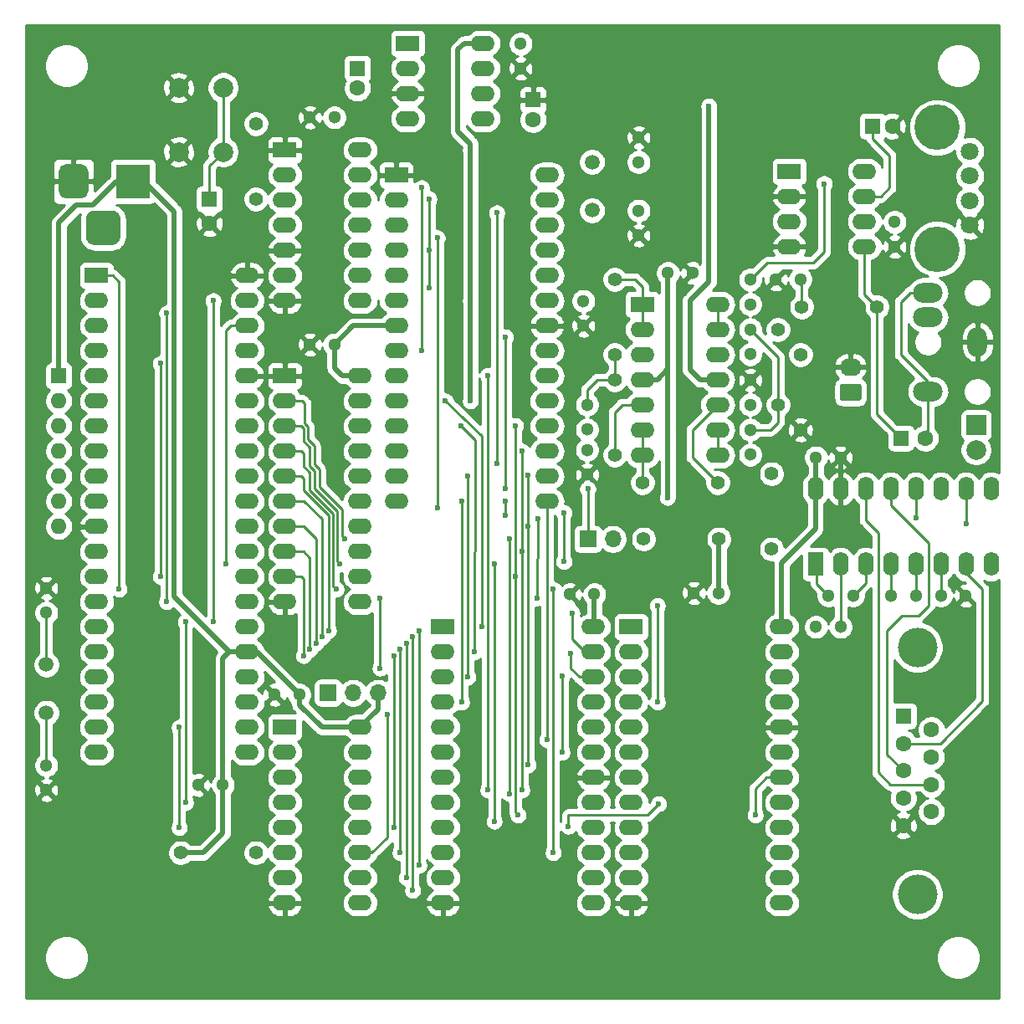
<source format=gbl>
G04 #@! TF.GenerationSoftware,KiCad,Pcbnew,5.1.12*
G04 #@! TF.CreationDate,2023-03-27T23:40:57-06:00*
G04 #@! TF.ProjectId,Talker,54616c6b-6572-42e6-9b69-6361645f7063,rev?*
G04 #@! TF.SameCoordinates,Original*
G04 #@! TF.FileFunction,Copper,L2,Bot*
G04 #@! TF.FilePolarity,Positive*
%FSLAX46Y46*%
G04 Gerber Fmt 4.6, Leading zero omitted, Abs format (unit mm)*
G04 Created by KiCad (PCBNEW 5.1.12) date 2023-03-27 23:40:57*
%MOMM*%
%LPD*%
G01*
G04 APERTURE LIST*
G04 #@! TA.AperFunction,ComponentPad*
%ADD10C,1.300000*%
G04 #@! TD*
G04 #@! TA.AperFunction,ComponentPad*
%ADD11O,2.400000X1.600000*%
G04 #@! TD*
G04 #@! TA.AperFunction,ComponentPad*
%ADD12R,2.400000X1.600000*%
G04 #@! TD*
G04 #@! TA.AperFunction,ComponentPad*
%ADD13C,1.600000*%
G04 #@! TD*
G04 #@! TA.AperFunction,ComponentPad*
%ADD14R,1.600000X1.600000*%
G04 #@! TD*
G04 #@! TA.AperFunction,ComponentPad*
%ADD15C,2.000000*%
G04 #@! TD*
G04 #@! TA.AperFunction,ComponentPad*
%ADD16R,2.000000X2.000000*%
G04 #@! TD*
G04 #@! TA.AperFunction,ComponentPad*
%ADD17O,2.000000X3.000000*%
G04 #@! TD*
G04 #@! TA.AperFunction,ComponentPad*
%ADD18O,3.000000X2.000000*%
G04 #@! TD*
G04 #@! TA.AperFunction,ComponentPad*
%ADD19O,2.999999X2.000000*%
G04 #@! TD*
G04 #@! TA.AperFunction,ComponentPad*
%ADD20C,1.500000*%
G04 #@! TD*
G04 #@! TA.AperFunction,ComponentPad*
%ADD21O,1.700000X1.700000*%
G04 #@! TD*
G04 #@! TA.AperFunction,ComponentPad*
%ADD22R,1.700000X1.700000*%
G04 #@! TD*
G04 #@! TA.AperFunction,ComponentPad*
%ADD23O,2.190000X1.740000*%
G04 #@! TD*
G04 #@! TA.AperFunction,ComponentPad*
%ADD24C,1.397000*%
G04 #@! TD*
G04 #@! TA.AperFunction,ComponentPad*
%ADD25R,1.600000X2.400000*%
G04 #@! TD*
G04 #@! TA.AperFunction,ComponentPad*
%ADD26O,1.600000X2.400000*%
G04 #@! TD*
G04 #@! TA.AperFunction,ComponentPad*
%ADD27C,4.000000*%
G04 #@! TD*
G04 #@! TA.AperFunction,ComponentPad*
%ADD28R,3.500000X3.500000*%
G04 #@! TD*
G04 #@! TA.AperFunction,ComponentPad*
%ADD29C,4.600000*%
G04 #@! TD*
G04 #@! TA.AperFunction,ComponentPad*
%ADD30C,1.800000*%
G04 #@! TD*
G04 #@! TA.AperFunction,ComponentPad*
%ADD31O,1.600000X1.600000*%
G04 #@! TD*
G04 #@! TA.AperFunction,ViaPad*
%ADD32C,0.600000*%
G04 #@! TD*
G04 #@! TA.AperFunction,Conductor*
%ADD33C,0.250000*%
G04 #@! TD*
G04 #@! TA.AperFunction,Conductor*
%ADD34C,0.500000*%
G04 #@! TD*
G04 #@! TA.AperFunction,Conductor*
%ADD35C,0.254000*%
G04 #@! TD*
G04 #@! TA.AperFunction,Conductor*
%ADD36C,0.150000*%
G04 #@! TD*
G04 APERTURE END LIST*
D10*
X127000000Y-81280000D03*
X127000000Y-78780000D03*
D11*
X123190000Y-78740000D03*
X115570000Y-86360000D03*
X123190000Y-81280000D03*
X115570000Y-83820000D03*
X123190000Y-83820000D03*
X115570000Y-81280000D03*
X123190000Y-86360000D03*
D12*
X115570000Y-78740000D03*
D13*
X128270000Y-86455000D03*
D14*
X128270000Y-84455000D03*
D13*
X110490000Y-83280000D03*
D14*
X110490000Y-81280000D03*
D10*
X150241000Y-115316000D03*
X150241000Y-112816000D03*
X150241000Y-117856000D03*
X150241000Y-120356000D03*
X150241000Y-107696000D03*
X150241000Y-110196000D03*
X133731000Y-119888000D03*
X133731000Y-122388000D03*
X133731000Y-115316000D03*
X133731000Y-117816000D03*
X150241000Y-105156000D03*
X150241000Y-102656000D03*
X144399000Y-101981000D03*
X141899000Y-101981000D03*
X105664000Y-86233000D03*
X108164000Y-86233000D03*
X131953000Y-134493000D03*
X134453000Y-134493000D03*
X133350000Y-107315000D03*
X133350000Y-104815000D03*
X102108000Y-144653000D03*
X104608000Y-144653000D03*
X144526000Y-134366000D03*
X147026000Y-134366000D03*
X159385000Y-120650000D03*
X156885000Y-120650000D03*
X105664000Y-109220000D03*
X108164000Y-109220000D03*
X164846000Y-99314000D03*
X164846000Y-96814000D03*
X94361000Y-153797000D03*
X96861000Y-153797000D03*
X167005000Y-134620000D03*
X164505000Y-134620000D03*
X159385000Y-137795000D03*
X156885000Y-137795000D03*
X169545000Y-134620000D03*
X172045000Y-134620000D03*
X160655000Y-134620000D03*
X158155000Y-134620000D03*
X78994000Y-133858000D03*
X78994000Y-136358000D03*
X78994000Y-154305000D03*
X78994000Y-151805000D03*
X155321000Y-102616000D03*
X152821000Y-102616000D03*
X138938000Y-88265000D03*
X138938000Y-90765000D03*
X138938000Y-98171000D03*
X138938000Y-95671000D03*
D15*
X173101000Y-119888000D03*
D16*
X173101000Y-117348000D03*
D17*
X173228000Y-108966000D03*
D18*
X168228000Y-103966000D03*
D19*
X168228000Y-106466000D03*
D18*
X168228000Y-113966000D03*
D13*
X164623500Y-87122000D03*
D14*
X162623500Y-87122000D03*
D13*
X167981000Y-118681500D03*
D14*
X165481000Y-118681500D03*
D20*
X134239000Y-95631000D03*
X134239000Y-90751000D03*
D21*
X112585500Y-144462500D03*
X110045500Y-144462500D03*
D22*
X107505500Y-144462500D03*
D23*
X160401000Y-111506000D03*
G04 #@! TA.AperFunction,ComponentPad*
G36*
G01*
X161246001Y-114916000D02*
X159555999Y-114916000D01*
G75*
G02*
X159306000Y-114666001I0J249999D01*
G01*
X159306000Y-113425999D01*
G75*
G02*
X159555999Y-113176000I249999J0D01*
G01*
X161246001Y-113176000D01*
G75*
G02*
X161496000Y-113425999I0J-249999D01*
G01*
X161496000Y-114666001D01*
G75*
G02*
X161246001Y-114916000I-249999J0D01*
G01*
G37*
G04 #@! TD.AperFunction*
D15*
X92392500Y-83225500D03*
X96892500Y-83225500D03*
X92392500Y-89725500D03*
X96892500Y-89725500D03*
D24*
X152400000Y-129921000D03*
X152400000Y-122301000D03*
X147066000Y-128905000D03*
X139446000Y-128905000D03*
D21*
X136334500Y-128905000D03*
D22*
X133794500Y-128905000D03*
D25*
X156845000Y-131445000D03*
D26*
X174625000Y-123825000D03*
X159385000Y-131445000D03*
X172085000Y-123825000D03*
X161925000Y-131445000D03*
X169545000Y-123825000D03*
X164465000Y-131445000D03*
X167005000Y-123825000D03*
X167005000Y-131445000D03*
X164465000Y-123825000D03*
X169545000Y-131445000D03*
X161925000Y-123825000D03*
X172085000Y-131445000D03*
X159385000Y-123825000D03*
X174625000Y-131445000D03*
X156845000Y-123825000D03*
D14*
X165735000Y-146812000D03*
D13*
X165735000Y-149582000D03*
X165735000Y-152352000D03*
X165735000Y-155122000D03*
X165735000Y-157892000D03*
X168575000Y-148197000D03*
X168575000Y-150967000D03*
X168575000Y-153737000D03*
X168575000Y-156507000D03*
D27*
X167155000Y-164852000D03*
X167155000Y-139852000D03*
D24*
X146939000Y-123190000D03*
X139319000Y-123190000D03*
X155321000Y-110236000D03*
X155321000Y-117856000D03*
X136525000Y-110236000D03*
X136525000Y-102616000D03*
X136525000Y-120396000D03*
X136525000Y-112776000D03*
X153035000Y-115316000D03*
X153035000Y-107696000D03*
D11*
X146939000Y-105156000D03*
X139319000Y-120396000D03*
X146939000Y-107696000D03*
X139319000Y-117856000D03*
X146939000Y-110236000D03*
X139319000Y-115316000D03*
X146939000Y-112776000D03*
X139319000Y-112776000D03*
X146939000Y-115316000D03*
X139319000Y-110236000D03*
X146939000Y-117856000D03*
X139319000Y-107696000D03*
X146939000Y-120396000D03*
D12*
X139319000Y-105156000D03*
X114427000Y-92075000D03*
D11*
X129667000Y-125095000D03*
X114427000Y-94615000D03*
X129667000Y-122555000D03*
X114427000Y-97155000D03*
X129667000Y-120015000D03*
X114427000Y-99695000D03*
X129667000Y-117475000D03*
X114427000Y-102235000D03*
X129667000Y-114935000D03*
X114427000Y-104775000D03*
X129667000Y-112395000D03*
X114427000Y-107315000D03*
X129667000Y-109855000D03*
X114427000Y-109855000D03*
X129667000Y-107315000D03*
X114427000Y-112395000D03*
X129667000Y-104775000D03*
X114427000Y-114935000D03*
X129667000Y-102235000D03*
X114427000Y-117475000D03*
X129667000Y-99695000D03*
X114427000Y-120015000D03*
X129667000Y-97155000D03*
X114427000Y-122555000D03*
X129667000Y-94615000D03*
X114427000Y-125095000D03*
X129667000Y-92075000D03*
D13*
X95504000Y-96988000D03*
D14*
X95504000Y-94488000D03*
D11*
X110744000Y-89535000D03*
X103124000Y-104775000D03*
X110744000Y-92075000D03*
X103124000Y-102235000D03*
X110744000Y-94615000D03*
X103124000Y-99695000D03*
X110744000Y-97155000D03*
X103124000Y-97155000D03*
X110744000Y-99695000D03*
X103124000Y-94615000D03*
X110744000Y-102235000D03*
X103124000Y-92075000D03*
X110744000Y-104775000D03*
D12*
X103124000Y-89535000D03*
D28*
X87757000Y-92710000D03*
G04 #@! TA.AperFunction,ComponentPad*
G36*
G01*
X80257000Y-93710000D02*
X80257000Y-91710000D01*
G75*
G02*
X81007000Y-90960000I750000J0D01*
G01*
X82507000Y-90960000D01*
G75*
G02*
X83257000Y-91710000I0J-750000D01*
G01*
X83257000Y-93710000D01*
G75*
G02*
X82507000Y-94460000I-750000J0D01*
G01*
X81007000Y-94460000D01*
G75*
G02*
X80257000Y-93710000I0J750000D01*
G01*
G37*
G04 #@! TD.AperFunction*
G04 #@! TA.AperFunction,ComponentPad*
G36*
G01*
X83007000Y-98285000D02*
X83007000Y-96535000D01*
G75*
G02*
X83882000Y-95660000I875000J0D01*
G01*
X85632000Y-95660000D01*
G75*
G02*
X86507000Y-96535000I0J-875000D01*
G01*
X86507000Y-98285000D01*
G75*
G02*
X85632000Y-99160000I-875000J0D01*
G01*
X83882000Y-99160000D01*
G75*
G02*
X83007000Y-98285000I0J875000D01*
G01*
G37*
G04 #@! TD.AperFunction*
D29*
X169166000Y-99555000D03*
X169166000Y-87255000D03*
D30*
X172466000Y-97155000D03*
X172466000Y-94655000D03*
X172466000Y-92155000D03*
X172466000Y-89655000D03*
D24*
X100203000Y-86868000D03*
X100203000Y-94488000D03*
X92583000Y-160655000D03*
X100203000Y-160655000D03*
X163068000Y-105410000D03*
X155448000Y-105410000D03*
D12*
X84074000Y-102235000D03*
D11*
X99314000Y-150495000D03*
X84074000Y-104775000D03*
X99314000Y-147955000D03*
X84074000Y-107315000D03*
X99314000Y-145415000D03*
X84074000Y-109855000D03*
X99314000Y-142875000D03*
X84074000Y-112395000D03*
X99314000Y-140335000D03*
X84074000Y-114935000D03*
X99314000Y-137795000D03*
X84074000Y-117475000D03*
X99314000Y-135255000D03*
X84074000Y-120015000D03*
X99314000Y-132715000D03*
X84074000Y-122555000D03*
X99314000Y-130175000D03*
X84074000Y-125095000D03*
X99314000Y-127635000D03*
X84074000Y-127635000D03*
X99314000Y-125095000D03*
X84074000Y-130175000D03*
X99314000Y-122555000D03*
X84074000Y-132715000D03*
X99314000Y-120015000D03*
X84074000Y-135255000D03*
X99314000Y-117475000D03*
X84074000Y-137795000D03*
X99314000Y-114935000D03*
X84074000Y-140335000D03*
X99314000Y-112395000D03*
X84074000Y-142875000D03*
X99314000Y-109855000D03*
X84074000Y-145415000D03*
X99314000Y-107315000D03*
X84074000Y-147955000D03*
X99314000Y-104775000D03*
X84074000Y-150495000D03*
X99314000Y-102235000D03*
D12*
X103124000Y-112395000D03*
D11*
X110744000Y-135255000D03*
X103124000Y-114935000D03*
X110744000Y-132715000D03*
X103124000Y-117475000D03*
X110744000Y-130175000D03*
X103124000Y-120015000D03*
X110744000Y-127635000D03*
X103124000Y-122555000D03*
X110744000Y-125095000D03*
X103124000Y-125095000D03*
X110744000Y-122555000D03*
X103124000Y-127635000D03*
X110744000Y-120015000D03*
X103124000Y-130175000D03*
X110744000Y-117475000D03*
X103124000Y-132715000D03*
X110744000Y-114935000D03*
X103124000Y-135255000D03*
X110744000Y-112395000D03*
X110744000Y-147955000D03*
X103124000Y-165735000D03*
X110744000Y-150495000D03*
X103124000Y-163195000D03*
X110744000Y-153035000D03*
X103124000Y-160655000D03*
X110744000Y-155575000D03*
X103124000Y-158115000D03*
X110744000Y-158115000D03*
X103124000Y-155575000D03*
X110744000Y-160655000D03*
X103124000Y-153035000D03*
X110744000Y-163195000D03*
X103124000Y-150495000D03*
X110744000Y-165735000D03*
D12*
X103124000Y-147955000D03*
X154178000Y-91694000D03*
D11*
X161798000Y-99314000D03*
X154178000Y-94234000D03*
X161798000Y-96774000D03*
X154178000Y-96774000D03*
X161798000Y-94234000D03*
X154178000Y-99314000D03*
X161798000Y-91694000D03*
D12*
X119126000Y-137795000D03*
D11*
X134366000Y-165735000D03*
X119126000Y-140335000D03*
X134366000Y-163195000D03*
X119126000Y-142875000D03*
X134366000Y-160655000D03*
X119126000Y-145415000D03*
X134366000Y-158115000D03*
X119126000Y-147955000D03*
X134366000Y-155575000D03*
X119126000Y-150495000D03*
X134366000Y-153035000D03*
X119126000Y-153035000D03*
X134366000Y-150495000D03*
X119126000Y-155575000D03*
X134366000Y-147955000D03*
X119126000Y-158115000D03*
X134366000Y-145415000D03*
X119126000Y-160655000D03*
X134366000Y-142875000D03*
X119126000Y-163195000D03*
X134366000Y-140335000D03*
X119126000Y-165735000D03*
X134366000Y-137795000D03*
X153416000Y-137795000D03*
X138176000Y-165735000D03*
X153416000Y-140335000D03*
X138176000Y-163195000D03*
X153416000Y-142875000D03*
X138176000Y-160655000D03*
X153416000Y-145415000D03*
X138176000Y-158115000D03*
X153416000Y-147955000D03*
X138176000Y-155575000D03*
X153416000Y-150495000D03*
X138176000Y-153035000D03*
X153416000Y-153035000D03*
X138176000Y-150495000D03*
X153416000Y-155575000D03*
X138176000Y-147955000D03*
X153416000Y-158115000D03*
X138176000Y-145415000D03*
X153416000Y-160655000D03*
X138176000Y-142875000D03*
X153416000Y-163195000D03*
X138176000Y-140335000D03*
X153416000Y-165735000D03*
D12*
X138176000Y-137795000D03*
D20*
X78994000Y-146485000D03*
X78994000Y-141605000D03*
D14*
X80264000Y-112395000D03*
D31*
X80264000Y-114935000D03*
X80264000Y-117475000D03*
X80264000Y-120015000D03*
X80264000Y-122555000D03*
X80264000Y-125095000D03*
X80264000Y-127635000D03*
D32*
X157708600Y-92938600D03*
X141859000Y-124714000D03*
X121920000Y-89535000D03*
X121920000Y-104775000D03*
X121920000Y-114935000D03*
X123063000Y-137795000D03*
X119380000Y-114935000D03*
X122301000Y-140335000D03*
X120967500Y-117475000D03*
X121666000Y-142875000D03*
X121666000Y-122555000D03*
X121031000Y-145415000D03*
X121031000Y-125095000D03*
X129667000Y-149225000D03*
X125476000Y-126492000D03*
X125476000Y-125095000D03*
X127762000Y-122428000D03*
X127762000Y-151765000D03*
X127762000Y-127635000D03*
X127127000Y-130175000D03*
X127127000Y-154305000D03*
X127127000Y-120015000D03*
X126492000Y-132715000D03*
X126746000Y-156845000D03*
X126492000Y-117411500D03*
X105029000Y-140716000D03*
X114173000Y-140716000D03*
X114173000Y-158115000D03*
X105664000Y-140081000D03*
X114808000Y-140081000D03*
X114808000Y-160655000D03*
X106299000Y-139446000D03*
X115443000Y-139446000D03*
X115443000Y-163195000D03*
X106934000Y-138811000D03*
X116078000Y-138811000D03*
X116078000Y-164465000D03*
X107569000Y-138176000D03*
X116713000Y-138176000D03*
X116713000Y-161925000D03*
X108331000Y-133985000D03*
X130292000Y-133985000D03*
X130302000Y-160655000D03*
X124333000Y-157480000D03*
X124323000Y-131445000D03*
X108712000Y-131445000D03*
X109220000Y-128905000D03*
X125857000Y-128905000D03*
X125857000Y-154686000D03*
X140970000Y-155702000D03*
X150749000Y-156845000D03*
X131826000Y-157988000D03*
X131191000Y-142748000D03*
X131191000Y-150495000D03*
X140843000Y-145415000D03*
X86360000Y-133985000D03*
X140843000Y-135636000D03*
X132080000Y-140462000D03*
X132207000Y-136398000D03*
X92456000Y-147955000D03*
X92456000Y-158115000D03*
X124587000Y-95885000D03*
X124587000Y-121221500D03*
X113538000Y-146685000D03*
X93091000Y-155575000D03*
X93091000Y-137287000D03*
X95885000Y-137287000D03*
X95885000Y-104775000D03*
X97155000Y-131445000D03*
X112776000Y-134874000D03*
X128651000Y-134874000D03*
X167005000Y-126746000D03*
X128778000Y-126873000D03*
X112776000Y-141986000D03*
X91198000Y-106045000D03*
X91186000Y-135255000D03*
X117729000Y-94488000D03*
X117729000Y-103505000D03*
X117729000Y-99631500D03*
X90551000Y-111125000D03*
X90551000Y-132715000D03*
X123698000Y-154305000D03*
X123698000Y-112331500D03*
X116967000Y-93345000D03*
X116967000Y-109855000D03*
X172085000Y-127381000D03*
X125476000Y-108458000D03*
X125476000Y-123825000D03*
X133794500Y-123825000D03*
X118554500Y-125730000D03*
X131381487Y-126235230D03*
X131381500Y-131191000D03*
X118554500Y-98425000D03*
X146050000Y-85090000D03*
D33*
X167005000Y-131445000D02*
X167005000Y-134620000D01*
D34*
X159385000Y-120650000D02*
X159385000Y-123825000D01*
D33*
X161925000Y-133350000D02*
X161925000Y-131445000D01*
X160655000Y-134620000D02*
X161925000Y-133350000D01*
X161798000Y-104140000D02*
X163068000Y-105410000D01*
X161798000Y-99314000D02*
X161798000Y-104140000D01*
X163068000Y-116268500D02*
X165481000Y-118681500D01*
X163068000Y-105410000D02*
X163068000Y-116268500D01*
X144399000Y-120650000D02*
X144399000Y-117856000D01*
X144399000Y-117856000D02*
X146939000Y-115316000D01*
X146939000Y-123190000D02*
X144399000Y-120650000D01*
X146939000Y-107696000D02*
X146939000Y-105156000D01*
X157708600Y-92938600D02*
X157708600Y-99847400D01*
X157708600Y-99847400D02*
X156616400Y-100939600D01*
X151957400Y-100939600D02*
X150241000Y-102656000D01*
X156616400Y-100939600D02*
X151957400Y-100939600D01*
D34*
X97536000Y-140335000D02*
X96861000Y-141010000D01*
X96861000Y-141010000D02*
X96861000Y-153797000D01*
X99314000Y-140335000D02*
X97536000Y-140335000D01*
X108164000Y-109347000D02*
X108164000Y-111593000D01*
X108966000Y-112395000D02*
X110744000Y-112395000D01*
X108164000Y-111593000D02*
X108966000Y-112395000D01*
X87757000Y-92710000D02*
X88900000Y-92710000D01*
X88900000Y-92710000D02*
X91948000Y-95758000D01*
X91948000Y-134747000D02*
X97536000Y-140335000D01*
X91948000Y-95758000D02*
X91948000Y-134747000D01*
X96861000Y-153797000D02*
X96861000Y-158663000D01*
X94869000Y-160655000D02*
X92583000Y-160655000D01*
X96861000Y-158663000D02*
X94869000Y-160655000D01*
X156885000Y-123785000D02*
X156845000Y-123825000D01*
X156885000Y-120650000D02*
X156885000Y-123785000D01*
X140843000Y-112776000D02*
X141899000Y-111720000D01*
X141899000Y-111720000D02*
X141899000Y-102108000D01*
X139319000Y-112776000D02*
X140843000Y-112776000D01*
X156845000Y-123825000D02*
X156845000Y-127889000D01*
X153416000Y-131318000D02*
X153416000Y-137795000D01*
X156845000Y-127889000D02*
X153416000Y-131318000D01*
X134453000Y-137708000D02*
X134366000Y-137795000D01*
X134453000Y-134493000D02*
X134453000Y-137708000D01*
X141899000Y-124674000D02*
X141859000Y-124714000D01*
X141899000Y-111720000D02*
X141899000Y-124674000D01*
X80264000Y-112395000D02*
X80264000Y-96901000D01*
X80264000Y-96901000D02*
X82042000Y-95123000D01*
X82042000Y-95123000D02*
X83693000Y-95123000D01*
X86106000Y-92710000D02*
X87757000Y-92710000D01*
X83693000Y-95123000D02*
X86106000Y-92710000D01*
X147066000Y-128905000D02*
X147066000Y-129032000D01*
X147066000Y-134326000D02*
X147026000Y-134366000D01*
X147066000Y-128905000D02*
X147066000Y-134326000D01*
X112585500Y-146113500D02*
X110744000Y-147955000D01*
X112585500Y-144462500D02*
X112585500Y-146113500D01*
X104608000Y-144653000D02*
X104608000Y-145692500D01*
X106870500Y-147955000D02*
X110744000Y-147955000D01*
X104608000Y-145692500D02*
X106870500Y-147955000D01*
X100290000Y-140335000D02*
X104608000Y-144653000D01*
X99314000Y-140335000D02*
X100290000Y-140335000D01*
X121920000Y-89535000D02*
X121920000Y-104775000D01*
X121920000Y-104775000D02*
X121920000Y-114935000D01*
X110069000Y-107315000D02*
X108164000Y-109220000D01*
X114427000Y-107315000D02*
X110069000Y-107315000D01*
X121920000Y-89535000D02*
X121920000Y-88900000D01*
X121920000Y-88900000D02*
X120650000Y-87630000D01*
X120650000Y-87630000D02*
X120650000Y-79375000D01*
X121285000Y-78740000D02*
X123190000Y-78740000D01*
X120650000Y-79375000D02*
X121285000Y-78740000D01*
D33*
X123063000Y-118491000D02*
X123063000Y-137795000D01*
X119380000Y-114935000D02*
X123063000Y-118491000D01*
X122428000Y-118872000D02*
X122428000Y-120142000D01*
X122428000Y-120142000D02*
X122301000Y-140335000D01*
X120967500Y-117475000D02*
X122428000Y-118872000D01*
X121666000Y-122555000D02*
X121666000Y-142875000D01*
X121031000Y-125095000D02*
X121031000Y-145415000D01*
X129667000Y-124968000D02*
X129667000Y-149225000D01*
X125476000Y-126492000D02*
X125476000Y-125095000D01*
X127762000Y-127635000D02*
X127762000Y-151765000D01*
X127762000Y-122428000D02*
X127762000Y-127635000D01*
X127127000Y-130175000D02*
X127127000Y-154305000D01*
X127127000Y-129794000D02*
X127127000Y-130175000D01*
X127127000Y-120015000D02*
X127127000Y-129794000D01*
X126492000Y-156591000D02*
X126746000Y-156845000D01*
X126492000Y-132715000D02*
X126492000Y-156591000D01*
X126492000Y-132715000D02*
X126492000Y-117411500D01*
X105029000Y-140716000D02*
X105029000Y-132969000D01*
X105029000Y-132969000D02*
X104775000Y-132715000D01*
X104775000Y-132715000D02*
X103124000Y-132715000D01*
X114173000Y-143637000D02*
X114173000Y-140716000D01*
X114173000Y-158115000D02*
X114173000Y-143637000D01*
X105664000Y-130810000D02*
X105029000Y-130175000D01*
X105664000Y-140081000D02*
X105664000Y-130810000D01*
X105029000Y-130175000D02*
X103124000Y-130175000D01*
X114808000Y-160655000D02*
X114808000Y-140081000D01*
X106299000Y-139446000D02*
X106299000Y-128905000D01*
X106299000Y-128905000D02*
X105029000Y-127635000D01*
X105029000Y-127635000D02*
X103124000Y-127635000D01*
X115443000Y-139446000D02*
X115443000Y-163195000D01*
X106934000Y-126873000D02*
X105029000Y-125095000D01*
X106934000Y-138811000D02*
X106934000Y-126873000D01*
X105029000Y-125095000D02*
X103124000Y-125095000D01*
X116078000Y-140462000D02*
X116078000Y-138811000D01*
X116078000Y-164465000D02*
X116078000Y-140462000D01*
X105029000Y-122809000D02*
X104775000Y-122555000D01*
X105029000Y-123952000D02*
X105029000Y-122809000D01*
X104775000Y-122555000D02*
X103124000Y-122555000D01*
X107569000Y-138176000D02*
X107569000Y-126492000D01*
X107569000Y-126492000D02*
X105029000Y-123952000D01*
X116713000Y-161925000D02*
X116713000Y-138176000D01*
X130292000Y-160645000D02*
X130302000Y-160655000D01*
X130292000Y-133985000D02*
X130292000Y-160645000D01*
X105654001Y-122164001D02*
X105654001Y-123940591D01*
X103124000Y-120015000D02*
X104775000Y-120015000D01*
X108019010Y-133673010D02*
X108331000Y-133985000D01*
X104775000Y-120015000D02*
X105029000Y-120269000D01*
X108019010Y-126305600D02*
X108019010Y-133673010D01*
X105029000Y-121539000D02*
X105654001Y-122164001D01*
X105654001Y-123940591D02*
X108019010Y-126305600D01*
X105029000Y-120269000D02*
X105029000Y-121539000D01*
X124333000Y-155194000D02*
X124333000Y-157480000D01*
X124323000Y-131445000D02*
X124323000Y-155184000D01*
X124323000Y-155184000D02*
X124333000Y-155194000D01*
X106172000Y-123822180D02*
X108469020Y-126119200D01*
X106172000Y-122045590D02*
X106172000Y-123822180D01*
X108469020Y-126119200D02*
X108469020Y-131202020D01*
X105664000Y-121537590D02*
X106172000Y-122045590D01*
X108469020Y-131202020D02*
X108712000Y-131445000D01*
X105664000Y-119634000D02*
X105664000Y-121537590D01*
X104775000Y-117475000D02*
X105029000Y-117729000D01*
X103124000Y-117475000D02*
X104775000Y-117475000D01*
X105029000Y-118999000D02*
X105664000Y-119634000D01*
X105029000Y-117729000D02*
X105029000Y-118999000D01*
X125857000Y-128905000D02*
X125857000Y-154686000D01*
X104902000Y-114935000D02*
X103124000Y-114935000D01*
X106622009Y-123635779D02*
X106622009Y-121859189D01*
X108919030Y-125932800D02*
X106622009Y-123635779D01*
X106114010Y-121351190D02*
X106114010Y-119447600D01*
X105156000Y-115189000D02*
X104902000Y-114935000D01*
X105479010Y-117542600D02*
X105156000Y-117219590D01*
X108919030Y-128604030D02*
X108919030Y-125932800D01*
X106622009Y-121859189D02*
X106114010Y-121351190D01*
X106114010Y-119447600D02*
X105479010Y-118812600D01*
X109220000Y-128905000D02*
X108919030Y-128604030D01*
X105156000Y-117219590D02*
X105156000Y-115189000D01*
X105479010Y-118812600D02*
X105479010Y-117542600D01*
X150749000Y-156845000D02*
X150749000Y-154178000D01*
X151892000Y-153035000D02*
X153416000Y-153035000D01*
X150749000Y-154178000D02*
X151892000Y-153035000D01*
X131826000Y-156845000D02*
X139827000Y-156845000D01*
X139827000Y-156845000D02*
X140970000Y-155702000D01*
X131826000Y-157988000D02*
X131826000Y-156845000D01*
X131191000Y-142748000D02*
X131191000Y-150495000D01*
X86360000Y-133985000D02*
X86360000Y-102870000D01*
X85725000Y-102235000D02*
X84074000Y-102235000D01*
X86360000Y-102870000D02*
X85725000Y-102235000D01*
X140843000Y-145415000D02*
X140843000Y-135636000D01*
X132080000Y-140462000D02*
X132080000Y-141986000D01*
X132969000Y-142875000D02*
X134366000Y-142875000D01*
X132080000Y-141986000D02*
X132969000Y-142875000D01*
X132207000Y-136398000D02*
X132207000Y-139065000D01*
X133477000Y-140335000D02*
X134366000Y-140335000D01*
X132207000Y-139065000D02*
X133477000Y-140335000D01*
X92456000Y-147955000D02*
X92456000Y-158115000D01*
X124587000Y-96774000D02*
X124587000Y-95885000D01*
X124587000Y-121221500D02*
X124587000Y-96774000D01*
X111887000Y-160655000D02*
X110744000Y-160655000D01*
X113538000Y-159131000D02*
X111887000Y-160655000D01*
X113538000Y-146685000D02*
X113538000Y-159131000D01*
X164465000Y-134580000D02*
X164505000Y-134620000D01*
X164465000Y-131445000D02*
X164465000Y-134580000D01*
X156845000Y-131445000D02*
X156972000Y-131572000D01*
X156972000Y-133437000D02*
X158155000Y-134620000D01*
X156972000Y-131572000D02*
X156972000Y-133437000D01*
X168148000Y-118364000D02*
X168148000Y-117856000D01*
X168148000Y-114046000D02*
X168228000Y-113966000D01*
X168228000Y-113966000D02*
X168228000Y-112983000D01*
X168228000Y-112983000D02*
X165481000Y-110236000D01*
X165481000Y-110236000D02*
X165481000Y-104902000D01*
X166417000Y-103966000D02*
X168228000Y-103966000D01*
X165481000Y-104902000D02*
X166417000Y-103966000D01*
X168228000Y-118434500D02*
X167981000Y-118681500D01*
X168228000Y-113966000D02*
X168228000Y-118434500D01*
X136525000Y-116078000D02*
X137287000Y-115316000D01*
X137287000Y-115316000D02*
X139319000Y-115316000D01*
X136525000Y-120396000D02*
X136525000Y-116078000D01*
X139319000Y-120396000D02*
X139319000Y-123190000D01*
X139319000Y-117856000D02*
X139319000Y-120396000D01*
X133731000Y-113792000D02*
X134747000Y-112776000D01*
X134747000Y-112776000D02*
X136525000Y-112776000D01*
X133731000Y-115316000D02*
X133731000Y-113792000D01*
X136525000Y-110236000D02*
X136525000Y-112776000D01*
X146939000Y-120396000D02*
X146939000Y-117856000D01*
X150241000Y-107696000D02*
X153035000Y-110490000D01*
X153035000Y-110490000D02*
X153035000Y-115316000D01*
X150241000Y-117856000D02*
X152273000Y-117856000D01*
X152273000Y-117856000D02*
X153035000Y-117094000D01*
X153035000Y-117094000D02*
X153035000Y-115316000D01*
X150241000Y-110196000D02*
X150241000Y-110236000D01*
X172085000Y-131445000D02*
X172085000Y-132334000D01*
X172085000Y-132334000D02*
X173736000Y-133985000D01*
X165735000Y-149582000D02*
X169442000Y-149582000D01*
X169442000Y-149582000D02*
X173736000Y-145288000D01*
X173736000Y-145288000D02*
X173736000Y-133985000D01*
X165735000Y-152352000D02*
X164084000Y-150701000D01*
X164084000Y-150701000D02*
X164084000Y-138176000D01*
X164084000Y-138176000D02*
X165608000Y-136652000D01*
X165608000Y-136652000D02*
X167259000Y-136652000D01*
X167259000Y-136652000D02*
X168275000Y-135636000D01*
X168275000Y-135636000D02*
X168275000Y-129286000D01*
X164465000Y-125476000D02*
X164465000Y-123825000D01*
X168275000Y-129286000D02*
X164465000Y-125476000D01*
X161925000Y-123825000D02*
X161925000Y-127000000D01*
X161925000Y-127000000D02*
X163195000Y-128270000D01*
X163195000Y-128270000D02*
X163195000Y-152527000D01*
X164405000Y-153737000D02*
X168575000Y-153737000D01*
X163195000Y-152527000D02*
X164405000Y-153737000D01*
X138557000Y-102616000D02*
X139319000Y-103378000D01*
X139319000Y-103378000D02*
X139319000Y-105156000D01*
X136525000Y-102616000D02*
X138557000Y-102616000D01*
X139319000Y-105156000D02*
X139319000Y-107696000D01*
X93091000Y-155575000D02*
X93091000Y-137287000D01*
X95885000Y-137287000D02*
X95885000Y-104775000D01*
X97155000Y-131445000D02*
X97155000Y-107823000D01*
X97663000Y-107315000D02*
X99314000Y-107315000D01*
X97155000Y-107823000D02*
X97663000Y-107315000D01*
X167005000Y-126746000D02*
X167005000Y-123825000D01*
X128651000Y-134874000D02*
X128778000Y-126873000D01*
X112776000Y-141986000D02*
X112776141Y-134874141D01*
X112776141Y-134874141D02*
X112776000Y-134874000D01*
X91198000Y-135243000D02*
X91186000Y-135255000D01*
X91198000Y-106045000D02*
X91198000Y-135243000D01*
X110744000Y-104775000D02*
X110871000Y-104775000D01*
X110871000Y-104775000D02*
X111633000Y-104775000D01*
X117729000Y-103505000D02*
X117729000Y-99631500D01*
X117729000Y-94488000D02*
X117729000Y-99631500D01*
X90551000Y-111125000D02*
X90551000Y-132715000D01*
X123698000Y-153035000D02*
X123698000Y-154305000D01*
X123698000Y-112331500D02*
X123698000Y-153035000D01*
X116967000Y-109855000D02*
X116967000Y-93345000D01*
X78954000Y-141565000D02*
X78994000Y-141605000D01*
X78954000Y-136398000D02*
X78954000Y-141565000D01*
X78994000Y-151725000D02*
X78954000Y-151765000D01*
X78994000Y-146485000D02*
X78994000Y-151725000D01*
X159385000Y-131445000D02*
X159385000Y-137795000D01*
X169545000Y-131445000D02*
X169545000Y-134620000D01*
X95504000Y-91114000D02*
X96892500Y-89725500D01*
X95504000Y-94488000D02*
X95504000Y-91114000D01*
X96892500Y-83225500D02*
X96892500Y-89725500D01*
X155448000Y-102743000D02*
X155321000Y-102616000D01*
X155448000Y-105410000D02*
X155448000Y-102743000D01*
X161798000Y-94234000D02*
X163195000Y-94234000D01*
X162623500Y-87122000D02*
X162623500Y-88392000D01*
X162623500Y-88392000D02*
X164338000Y-90106500D01*
X164338000Y-90106500D02*
X164338000Y-93345000D01*
X163449000Y-94234000D02*
X161798000Y-94234000D01*
X164338000Y-93345000D02*
X163449000Y-94234000D01*
X172085000Y-127381000D02*
X172085000Y-123825000D01*
X125476000Y-109982000D02*
X125476000Y-108458000D01*
X125476000Y-123825000D02*
X125476000Y-109982000D01*
X133794500Y-123825000D02*
X133794500Y-128905000D01*
X131381487Y-131190987D02*
X131381500Y-131191000D01*
X131381487Y-126235230D02*
X131381487Y-131190987D01*
X118554500Y-98425000D02*
X118554500Y-125730000D01*
D34*
X146050000Y-85090000D02*
X146050000Y-102870000D01*
X146050000Y-102870000D02*
X144145000Y-104775000D01*
X144145000Y-104775000D02*
X144145000Y-111760000D01*
X145161000Y-112776000D02*
X146939000Y-112776000D01*
X144145000Y-111760000D02*
X145161000Y-112776000D01*
D35*
X175390000Y-122206772D02*
X175176807Y-122092818D01*
X174906308Y-122010764D01*
X174625000Y-121983057D01*
X174343691Y-122010764D01*
X174073192Y-122092818D01*
X173823899Y-122226068D01*
X173605392Y-122405393D01*
X173426068Y-122623900D01*
X173355000Y-122756858D01*
X173283932Y-122623899D01*
X173104607Y-122405392D01*
X172886100Y-122226068D01*
X172636807Y-122092818D01*
X172366308Y-122010764D01*
X172085000Y-121983057D01*
X171803691Y-122010764D01*
X171533192Y-122092818D01*
X171283899Y-122226068D01*
X171065392Y-122405393D01*
X170886068Y-122623900D01*
X170815000Y-122756858D01*
X170743932Y-122623899D01*
X170564607Y-122405392D01*
X170346100Y-122226068D01*
X170096807Y-122092818D01*
X169826308Y-122010764D01*
X169545000Y-121983057D01*
X169263691Y-122010764D01*
X168993192Y-122092818D01*
X168743899Y-122226068D01*
X168525392Y-122405393D01*
X168346068Y-122623900D01*
X168275000Y-122756858D01*
X168203932Y-122623899D01*
X168024607Y-122405392D01*
X167806100Y-122226068D01*
X167556807Y-122092818D01*
X167286308Y-122010764D01*
X167005000Y-121983057D01*
X166723691Y-122010764D01*
X166453192Y-122092818D01*
X166203899Y-122226068D01*
X165985392Y-122405393D01*
X165806068Y-122623900D01*
X165735000Y-122756858D01*
X165663932Y-122623899D01*
X165484607Y-122405392D01*
X165266100Y-122226068D01*
X165016807Y-122092818D01*
X164746308Y-122010764D01*
X164465000Y-121983057D01*
X164183691Y-122010764D01*
X163913192Y-122092818D01*
X163663899Y-122226068D01*
X163445392Y-122405393D01*
X163266068Y-122623900D01*
X163195000Y-122756858D01*
X163123932Y-122623899D01*
X162944607Y-122405392D01*
X162726100Y-122226068D01*
X162476807Y-122092818D01*
X162206308Y-122010764D01*
X161925000Y-121983057D01*
X161643691Y-122010764D01*
X161373192Y-122092818D01*
X161123899Y-122226068D01*
X160905392Y-122405393D01*
X160726068Y-122623900D01*
X160657735Y-122751742D01*
X160507601Y-122522161D01*
X160309895Y-122320500D01*
X160076646Y-122161285D01*
X159816818Y-122050633D01*
X159734039Y-122033096D01*
X159512000Y-122155085D01*
X159512000Y-123698000D01*
X159532000Y-123698000D01*
X159532000Y-123952000D01*
X159512000Y-123952000D01*
X159512000Y-125494915D01*
X159734039Y-125616904D01*
X159816818Y-125599367D01*
X160076646Y-125488715D01*
X160309895Y-125329500D01*
X160507601Y-125127839D01*
X160657735Y-124898259D01*
X160726068Y-125026101D01*
X160905393Y-125244608D01*
X161123900Y-125423932D01*
X161165001Y-125445901D01*
X161165001Y-126962668D01*
X161161324Y-127000000D01*
X161165001Y-127037333D01*
X161175998Y-127148986D01*
X161182442Y-127170230D01*
X161219454Y-127292246D01*
X161290026Y-127424276D01*
X161346973Y-127493665D01*
X161385000Y-127540001D01*
X161413998Y-127563799D01*
X162435000Y-128584802D01*
X162435000Y-129700136D01*
X162206308Y-129630764D01*
X161925000Y-129603057D01*
X161643691Y-129630764D01*
X161373192Y-129712818D01*
X161123899Y-129846068D01*
X160905392Y-130025393D01*
X160726068Y-130243900D01*
X160655000Y-130376858D01*
X160583932Y-130243899D01*
X160404607Y-130025392D01*
X160186100Y-129846068D01*
X159936807Y-129712818D01*
X159666308Y-129630764D01*
X159385000Y-129603057D01*
X159103691Y-129630764D01*
X158833192Y-129712818D01*
X158583899Y-129846068D01*
X158365392Y-130025393D01*
X158272581Y-130138483D01*
X158270812Y-130120518D01*
X158234502Y-130000820D01*
X158175537Y-129890506D01*
X158096185Y-129793815D01*
X157999494Y-129714463D01*
X157889180Y-129655498D01*
X157769482Y-129619188D01*
X157645000Y-129606928D01*
X156378651Y-129606928D01*
X157440049Y-128545530D01*
X157473817Y-128517817D01*
X157584411Y-128383059D01*
X157666589Y-128229313D01*
X157717195Y-128062490D01*
X157730000Y-127932477D01*
X157730000Y-127932467D01*
X157734281Y-127889001D01*
X157730000Y-127845535D01*
X157730000Y-125355078D01*
X157864608Y-125244608D01*
X158043932Y-125026101D01*
X158112265Y-124898259D01*
X158262399Y-125127839D01*
X158460105Y-125329500D01*
X158693354Y-125488715D01*
X158953182Y-125599367D01*
X159035961Y-125616904D01*
X159258000Y-125494915D01*
X159258000Y-123952000D01*
X159238000Y-123952000D01*
X159238000Y-123698000D01*
X159258000Y-123698000D01*
X159258000Y-122155085D01*
X159035961Y-122033096D01*
X158953182Y-122050633D01*
X158693354Y-122161285D01*
X158460105Y-122320500D01*
X158262399Y-122522161D01*
X158112265Y-122751741D01*
X158043932Y-122623899D01*
X157864607Y-122405392D01*
X157770000Y-122327750D01*
X157770000Y-121582265D01*
X157816738Y-121535527D01*
X158679078Y-121535527D01*
X158732466Y-121764201D01*
X158962374Y-121870095D01*
X159208524Y-121929102D01*
X159461455Y-121938952D01*
X159711449Y-121899270D01*
X159948896Y-121811578D01*
X160037534Y-121764201D01*
X160090922Y-121535527D01*
X159385000Y-120829605D01*
X158679078Y-121535527D01*
X157816738Y-121535527D01*
X157883125Y-121469140D01*
X158023753Y-121258676D01*
X158120619Y-121024821D01*
X158133294Y-120961100D01*
X158135730Y-120976449D01*
X158223422Y-121213896D01*
X158270799Y-121302534D01*
X158499473Y-121355922D01*
X159205395Y-120650000D01*
X159564605Y-120650000D01*
X160270527Y-121355922D01*
X160499201Y-121302534D01*
X160605095Y-121072626D01*
X160664102Y-120826476D01*
X160673952Y-120573545D01*
X160634270Y-120323551D01*
X160546578Y-120086104D01*
X160499201Y-119997466D01*
X160270527Y-119944078D01*
X159564605Y-120650000D01*
X159205395Y-120650000D01*
X158499473Y-119944078D01*
X158270799Y-119997466D01*
X158164905Y-120227374D01*
X158135505Y-120350017D01*
X158120619Y-120275179D01*
X158023753Y-120041324D01*
X157883125Y-119830860D01*
X157816738Y-119764473D01*
X158679078Y-119764473D01*
X159385000Y-120470395D01*
X160090922Y-119764473D01*
X160037534Y-119535799D01*
X159807626Y-119429905D01*
X159561476Y-119370898D01*
X159308545Y-119361048D01*
X159058551Y-119400730D01*
X158821104Y-119488422D01*
X158732466Y-119535799D01*
X158679078Y-119764473D01*
X157816738Y-119764473D01*
X157704140Y-119651875D01*
X157493676Y-119511247D01*
X157259821Y-119414381D01*
X157011561Y-119365000D01*
X156758439Y-119365000D01*
X156510179Y-119414381D01*
X156276324Y-119511247D01*
X156065860Y-119651875D01*
X155886875Y-119830860D01*
X155746247Y-120041324D01*
X155649381Y-120275179D01*
X155600000Y-120523439D01*
X155600000Y-120776561D01*
X155649381Y-121024821D01*
X155746247Y-121258676D01*
X155886875Y-121469140D01*
X156000000Y-121582265D01*
X156000001Y-122262095D01*
X155825392Y-122405393D01*
X155646068Y-122623900D01*
X155512818Y-122873193D01*
X155430764Y-123143692D01*
X155410000Y-123354509D01*
X155410000Y-124295492D01*
X155430764Y-124506309D01*
X155512818Y-124776808D01*
X155646068Y-125026101D01*
X155825393Y-125244608D01*
X155960000Y-125355077D01*
X155960001Y-127522420D01*
X153726741Y-129755681D01*
X153682254Y-129532032D01*
X153581732Y-129289351D01*
X153435797Y-129070943D01*
X153250057Y-128885203D01*
X153031649Y-128739268D01*
X152788968Y-128638746D01*
X152531338Y-128587500D01*
X152268662Y-128587500D01*
X152011032Y-128638746D01*
X151768351Y-128739268D01*
X151549943Y-128885203D01*
X151364203Y-129070943D01*
X151218268Y-129289351D01*
X151117746Y-129532032D01*
X151066500Y-129789662D01*
X151066500Y-130052338D01*
X151117746Y-130309968D01*
X151218268Y-130552649D01*
X151364203Y-130771057D01*
X151549943Y-130956797D01*
X151768351Y-131102732D01*
X152011032Y-131203254D01*
X152268662Y-131254500D01*
X152531338Y-131254500D01*
X152533005Y-131254168D01*
X152531000Y-131274524D01*
X152531000Y-131274531D01*
X152526719Y-131318000D01*
X152531000Y-131361469D01*
X152531001Y-136442552D01*
X152464192Y-136462818D01*
X152214899Y-136596068D01*
X151996392Y-136775392D01*
X151817068Y-136993899D01*
X151683818Y-137243192D01*
X151601764Y-137513691D01*
X151574057Y-137795000D01*
X151601764Y-138076309D01*
X151683818Y-138346808D01*
X151817068Y-138596101D01*
X151996392Y-138814608D01*
X152214899Y-138993932D01*
X152347858Y-139065000D01*
X152214899Y-139136068D01*
X151996392Y-139315392D01*
X151817068Y-139533899D01*
X151683818Y-139783192D01*
X151601764Y-140053691D01*
X151574057Y-140335000D01*
X151601764Y-140616309D01*
X151683818Y-140886808D01*
X151817068Y-141136101D01*
X151996392Y-141354608D01*
X152214899Y-141533932D01*
X152347858Y-141605000D01*
X152214899Y-141676068D01*
X151996392Y-141855392D01*
X151817068Y-142073899D01*
X151683818Y-142323192D01*
X151601764Y-142593691D01*
X151574057Y-142875000D01*
X151601764Y-143156309D01*
X151683818Y-143426808D01*
X151817068Y-143676101D01*
X151996392Y-143894608D01*
X152214899Y-144073932D01*
X152347858Y-144145000D01*
X152214899Y-144216068D01*
X151996392Y-144395392D01*
X151817068Y-144613899D01*
X151683818Y-144863192D01*
X151601764Y-145133691D01*
X151574057Y-145415000D01*
X151601764Y-145696309D01*
X151683818Y-145966808D01*
X151817068Y-146216101D01*
X151996392Y-146434608D01*
X152214899Y-146613932D01*
X152342741Y-146682265D01*
X152113161Y-146832399D01*
X151911500Y-147030105D01*
X151752285Y-147263354D01*
X151641633Y-147523182D01*
X151624096Y-147605961D01*
X151746085Y-147828000D01*
X153289000Y-147828000D01*
X153289000Y-147808000D01*
X153543000Y-147808000D01*
X153543000Y-147828000D01*
X155085915Y-147828000D01*
X155207904Y-147605961D01*
X155190367Y-147523182D01*
X155079715Y-147263354D01*
X154920500Y-147030105D01*
X154718839Y-146832399D01*
X154489259Y-146682265D01*
X154617101Y-146613932D01*
X154835608Y-146434608D01*
X155014932Y-146216101D01*
X155148182Y-145966808D01*
X155230236Y-145696309D01*
X155257943Y-145415000D01*
X155230236Y-145133691D01*
X155148182Y-144863192D01*
X155014932Y-144613899D01*
X154835608Y-144395392D01*
X154617101Y-144216068D01*
X154484142Y-144145000D01*
X154617101Y-144073932D01*
X154835608Y-143894608D01*
X155014932Y-143676101D01*
X155148182Y-143426808D01*
X155230236Y-143156309D01*
X155257943Y-142875000D01*
X155230236Y-142593691D01*
X155148182Y-142323192D01*
X155014932Y-142073899D01*
X154835608Y-141855392D01*
X154617101Y-141676068D01*
X154484142Y-141605000D01*
X154617101Y-141533932D01*
X154835608Y-141354608D01*
X155014932Y-141136101D01*
X155148182Y-140886808D01*
X155230236Y-140616309D01*
X155257943Y-140335000D01*
X155230236Y-140053691D01*
X155148182Y-139783192D01*
X155014932Y-139533899D01*
X154835608Y-139315392D01*
X154617101Y-139136068D01*
X154484142Y-139065000D01*
X154617101Y-138993932D01*
X154835608Y-138814608D01*
X155014932Y-138596101D01*
X155148182Y-138346808D01*
X155230236Y-138076309D01*
X155257943Y-137795000D01*
X155230236Y-137513691D01*
X155148182Y-137243192D01*
X155014932Y-136993899D01*
X154835608Y-136775392D01*
X154617101Y-136596068D01*
X154367808Y-136462818D01*
X154301000Y-136442552D01*
X154301000Y-131684578D01*
X155406928Y-130578650D01*
X155406928Y-132645000D01*
X155419188Y-132769482D01*
X155455498Y-132889180D01*
X155514463Y-132999494D01*
X155593815Y-133096185D01*
X155690506Y-133175537D01*
X155800820Y-133234502D01*
X155920518Y-133270812D01*
X156045000Y-133283072D01*
X156212001Y-133283072D01*
X156212001Y-133399668D01*
X156208324Y-133437000D01*
X156212001Y-133474333D01*
X156222998Y-133585986D01*
X156233560Y-133620805D01*
X156266454Y-133729246D01*
X156337026Y-133861276D01*
X156380360Y-133914078D01*
X156432000Y-133977001D01*
X156460998Y-134000799D01*
X156883876Y-134423678D01*
X156870000Y-134493439D01*
X156870000Y-134746561D01*
X156919381Y-134994821D01*
X157016247Y-135228676D01*
X157156875Y-135439140D01*
X157335860Y-135618125D01*
X157546324Y-135758753D01*
X157780179Y-135855619D01*
X158028439Y-135905000D01*
X158281561Y-135905000D01*
X158529821Y-135855619D01*
X158625001Y-135816194D01*
X158625001Y-136757358D01*
X158565860Y-136796875D01*
X158386875Y-136975860D01*
X158246247Y-137186324D01*
X158149381Y-137420179D01*
X158135000Y-137492479D01*
X158120619Y-137420179D01*
X158023753Y-137186324D01*
X157883125Y-136975860D01*
X157704140Y-136796875D01*
X157493676Y-136656247D01*
X157259821Y-136559381D01*
X157011561Y-136510000D01*
X156758439Y-136510000D01*
X156510179Y-136559381D01*
X156276324Y-136656247D01*
X156065860Y-136796875D01*
X155886875Y-136975860D01*
X155746247Y-137186324D01*
X155649381Y-137420179D01*
X155600000Y-137668439D01*
X155600000Y-137921561D01*
X155649381Y-138169821D01*
X155746247Y-138403676D01*
X155886875Y-138614140D01*
X156065860Y-138793125D01*
X156276324Y-138933753D01*
X156510179Y-139030619D01*
X156758439Y-139080000D01*
X157011561Y-139080000D01*
X157259821Y-139030619D01*
X157493676Y-138933753D01*
X157704140Y-138793125D01*
X157883125Y-138614140D01*
X158023753Y-138403676D01*
X158120619Y-138169821D01*
X158135000Y-138097521D01*
X158149381Y-138169821D01*
X158246247Y-138403676D01*
X158386875Y-138614140D01*
X158565860Y-138793125D01*
X158776324Y-138933753D01*
X159010179Y-139030619D01*
X159258439Y-139080000D01*
X159511561Y-139080000D01*
X159759821Y-139030619D01*
X159993676Y-138933753D01*
X160204140Y-138793125D01*
X160383125Y-138614140D01*
X160523753Y-138403676D01*
X160620619Y-138169821D01*
X160670000Y-137921561D01*
X160670000Y-137668439D01*
X160620619Y-137420179D01*
X160523753Y-137186324D01*
X160383125Y-136975860D01*
X160204140Y-136796875D01*
X160145000Y-136757359D01*
X160145000Y-135799626D01*
X160280179Y-135855619D01*
X160528439Y-135905000D01*
X160781561Y-135905000D01*
X161029821Y-135855619D01*
X161263676Y-135758753D01*
X161474140Y-135618125D01*
X161653125Y-135439140D01*
X161793753Y-135228676D01*
X161890619Y-134994821D01*
X161940000Y-134746561D01*
X161940000Y-134493439D01*
X161926124Y-134423678D01*
X162435000Y-133914802D01*
X162435001Y-152489667D01*
X162431324Y-152527000D01*
X162435001Y-152564333D01*
X162445998Y-152675986D01*
X162459180Y-152719442D01*
X162489454Y-152819246D01*
X162560026Y-152951276D01*
X162625827Y-153031454D01*
X162655000Y-153067001D01*
X162683998Y-153090799D01*
X163841205Y-154248008D01*
X163864999Y-154277001D01*
X163893992Y-154300795D01*
X163893996Y-154300799D01*
X163944606Y-154342333D01*
X163980724Y-154371974D01*
X164112753Y-154442546D01*
X164256014Y-154486003D01*
X164367667Y-154497000D01*
X164367676Y-154497000D01*
X164404999Y-154500676D01*
X164440580Y-154497172D01*
X164355147Y-154703426D01*
X164300000Y-154980665D01*
X164300000Y-155263335D01*
X164355147Y-155540574D01*
X164463320Y-155801727D01*
X164620363Y-156036759D01*
X164820241Y-156236637D01*
X165055273Y-156393680D01*
X165316426Y-156501853D01*
X165344882Y-156507513D01*
X165118708Y-156588397D01*
X164993486Y-156655329D01*
X164921903Y-156899298D01*
X165735000Y-157712395D01*
X166548097Y-156899298D01*
X166476514Y-156655329D01*
X166221004Y-156534429D01*
X166118711Y-156508788D01*
X166153574Y-156501853D01*
X166414727Y-156393680D01*
X166649759Y-156236637D01*
X166849637Y-156036759D01*
X167006680Y-155801727D01*
X167114853Y-155540574D01*
X167170000Y-155263335D01*
X167170000Y-154980665D01*
X167114853Y-154703426D01*
X167029349Y-154497000D01*
X167356957Y-154497000D01*
X167460363Y-154651759D01*
X167660241Y-154851637D01*
X167895273Y-155008680D01*
X168156426Y-155116853D01*
X168182301Y-155122000D01*
X168156426Y-155127147D01*
X167895273Y-155235320D01*
X167660241Y-155392363D01*
X167460363Y-155592241D01*
X167303320Y-155827273D01*
X167195147Y-156088426D01*
X167140000Y-156365665D01*
X167140000Y-156648335D01*
X167195147Y-156925574D01*
X167303320Y-157186727D01*
X167460363Y-157421759D01*
X167660241Y-157621637D01*
X167895273Y-157778680D01*
X168156426Y-157886853D01*
X168433665Y-157942000D01*
X168716335Y-157942000D01*
X168993574Y-157886853D01*
X169254727Y-157778680D01*
X169489759Y-157621637D01*
X169689637Y-157421759D01*
X169846680Y-157186727D01*
X169954853Y-156925574D01*
X170010000Y-156648335D01*
X170010000Y-156365665D01*
X169954853Y-156088426D01*
X169846680Y-155827273D01*
X169689637Y-155592241D01*
X169489759Y-155392363D01*
X169254727Y-155235320D01*
X168993574Y-155127147D01*
X168967699Y-155122000D01*
X168993574Y-155116853D01*
X169254727Y-155008680D01*
X169489759Y-154851637D01*
X169689637Y-154651759D01*
X169846680Y-154416727D01*
X169954853Y-154155574D01*
X170010000Y-153878335D01*
X170010000Y-153595665D01*
X169954853Y-153318426D01*
X169846680Y-153057273D01*
X169689637Y-152822241D01*
X169489759Y-152622363D01*
X169254727Y-152465320D01*
X168993574Y-152357147D01*
X168967699Y-152352000D01*
X168993574Y-152346853D01*
X169254727Y-152238680D01*
X169489759Y-152081637D01*
X169689637Y-151881759D01*
X169846680Y-151646727D01*
X169954853Y-151385574D01*
X170010000Y-151108335D01*
X170010000Y-150825665D01*
X169954853Y-150548426D01*
X169846680Y-150287273D01*
X169817226Y-150243192D01*
X169866276Y-150216974D01*
X169982001Y-150122001D01*
X170005804Y-150092997D01*
X174247004Y-145851798D01*
X174276001Y-145828001D01*
X174310526Y-145785932D01*
X174370974Y-145712277D01*
X174441546Y-145580247D01*
X174446479Y-145563985D01*
X174485003Y-145436986D01*
X174496000Y-145325333D01*
X174496000Y-145325324D01*
X174499676Y-145288001D01*
X174496000Y-145250678D01*
X174496000Y-134022332D01*
X174499677Y-133985000D01*
X174485003Y-133836014D01*
X174441546Y-133692753D01*
X174370974Y-133560724D01*
X174299799Y-133473997D01*
X174276001Y-133444999D01*
X174247003Y-133421201D01*
X173922364Y-133096562D01*
X174073193Y-133177182D01*
X174343692Y-133259236D01*
X174625000Y-133286943D01*
X174906309Y-133259236D01*
X175176808Y-133177182D01*
X175390001Y-133063228D01*
X175390001Y-175390000D01*
X76910000Y-175390000D01*
X76910000Y-171052072D01*
X78791000Y-171052072D01*
X78791000Y-171492328D01*
X78876890Y-171924125D01*
X79045369Y-172330869D01*
X79289962Y-172696929D01*
X79601271Y-173008238D01*
X79967331Y-173252831D01*
X80374075Y-173421310D01*
X80805872Y-173507200D01*
X81246128Y-173507200D01*
X81677925Y-173421310D01*
X82084669Y-173252831D01*
X82450729Y-173008238D01*
X82762038Y-172696929D01*
X83006631Y-172330869D01*
X83175110Y-171924125D01*
X83261000Y-171492328D01*
X83261000Y-171052072D01*
X169037200Y-171052072D01*
X169037200Y-171492328D01*
X169123090Y-171924125D01*
X169291569Y-172330869D01*
X169536162Y-172696929D01*
X169847471Y-173008238D01*
X170213531Y-173252831D01*
X170620275Y-173421310D01*
X171052072Y-173507200D01*
X171492328Y-173507200D01*
X171924125Y-173421310D01*
X172330869Y-173252831D01*
X172696929Y-173008238D01*
X173008238Y-172696929D01*
X173252831Y-172330869D01*
X173421310Y-171924125D01*
X173507200Y-171492328D01*
X173507200Y-171052072D01*
X173421310Y-170620275D01*
X173252831Y-170213531D01*
X173008238Y-169847471D01*
X172696929Y-169536162D01*
X172330869Y-169291569D01*
X171924125Y-169123090D01*
X171492328Y-169037200D01*
X171052072Y-169037200D01*
X170620275Y-169123090D01*
X170213531Y-169291569D01*
X169847471Y-169536162D01*
X169536162Y-169847471D01*
X169291569Y-170213531D01*
X169123090Y-170620275D01*
X169037200Y-171052072D01*
X83261000Y-171052072D01*
X83175110Y-170620275D01*
X83006631Y-170213531D01*
X82762038Y-169847471D01*
X82450729Y-169536162D01*
X82084669Y-169291569D01*
X81677925Y-169123090D01*
X81246128Y-169037200D01*
X80805872Y-169037200D01*
X80374075Y-169123090D01*
X79967331Y-169291569D01*
X79601271Y-169536162D01*
X79289962Y-169847471D01*
X79045369Y-170213531D01*
X78876890Y-170620275D01*
X78791000Y-171052072D01*
X76910000Y-171052072D01*
X76910000Y-166084039D01*
X101332096Y-166084039D01*
X101349633Y-166166818D01*
X101460285Y-166426646D01*
X101619500Y-166659895D01*
X101821161Y-166857601D01*
X102057517Y-167012166D01*
X102319486Y-167117650D01*
X102597000Y-167170000D01*
X102997000Y-167170000D01*
X102997000Y-165862000D01*
X103251000Y-165862000D01*
X103251000Y-167170000D01*
X103651000Y-167170000D01*
X103928514Y-167117650D01*
X104190483Y-167012166D01*
X104426839Y-166857601D01*
X104628500Y-166659895D01*
X104787715Y-166426646D01*
X104898367Y-166166818D01*
X104915904Y-166084039D01*
X104793915Y-165862000D01*
X103251000Y-165862000D01*
X102997000Y-165862000D01*
X101454085Y-165862000D01*
X101332096Y-166084039D01*
X76910000Y-166084039D01*
X76910000Y-155190527D01*
X78288078Y-155190527D01*
X78341466Y-155419201D01*
X78571374Y-155525095D01*
X78817524Y-155584102D01*
X79070455Y-155593952D01*
X79320449Y-155554270D01*
X79557896Y-155466578D01*
X79646534Y-155419201D01*
X79699922Y-155190527D01*
X78994000Y-154484605D01*
X78288078Y-155190527D01*
X76910000Y-155190527D01*
X76910000Y-154381455D01*
X77705048Y-154381455D01*
X77744730Y-154631449D01*
X77832422Y-154868896D01*
X77879799Y-154957534D01*
X78108473Y-155010922D01*
X78814395Y-154305000D01*
X79173605Y-154305000D01*
X79879527Y-155010922D01*
X80108201Y-154957534D01*
X80214095Y-154727626D01*
X80273102Y-154481476D01*
X80282952Y-154228545D01*
X80243270Y-153978551D01*
X80155578Y-153741104D01*
X80108201Y-153652466D01*
X79879527Y-153599078D01*
X79173605Y-154305000D01*
X78814395Y-154305000D01*
X78108473Y-153599078D01*
X77879799Y-153652466D01*
X77773905Y-153882374D01*
X77714898Y-154128524D01*
X77705048Y-154381455D01*
X76910000Y-154381455D01*
X76910000Y-146348589D01*
X77609000Y-146348589D01*
X77609000Y-146621411D01*
X77662225Y-146888989D01*
X77766629Y-147141043D01*
X77918201Y-147367886D01*
X78111114Y-147560799D01*
X78234000Y-147642909D01*
X78234001Y-150767358D01*
X78174860Y-150806875D01*
X77995875Y-150985860D01*
X77855247Y-151196324D01*
X77758381Y-151430179D01*
X77709000Y-151678439D01*
X77709000Y-151931561D01*
X77758381Y-152179821D01*
X77855247Y-152413676D01*
X77995875Y-152624140D01*
X78174860Y-152803125D01*
X78385324Y-152943753D01*
X78619179Y-153040619D01*
X78682900Y-153053294D01*
X78667551Y-153055730D01*
X78430104Y-153143422D01*
X78341466Y-153190799D01*
X78288078Y-153419473D01*
X78994000Y-154125395D01*
X79699922Y-153419473D01*
X79646534Y-153190799D01*
X79416626Y-153084905D01*
X79293983Y-153055505D01*
X79368821Y-153040619D01*
X79602676Y-152943753D01*
X79813140Y-152803125D01*
X79992125Y-152624140D01*
X80132753Y-152413676D01*
X80229619Y-152179821D01*
X80279000Y-151931561D01*
X80279000Y-151678439D01*
X80229619Y-151430179D01*
X80132753Y-151196324D01*
X79992125Y-150985860D01*
X79813140Y-150806875D01*
X79754000Y-150767359D01*
X79754000Y-147642909D01*
X79876886Y-147560799D01*
X80069799Y-147367886D01*
X80221371Y-147141043D01*
X80325775Y-146888989D01*
X80379000Y-146621411D01*
X80379000Y-146348589D01*
X80325775Y-146081011D01*
X80221371Y-145828957D01*
X80069799Y-145602114D01*
X79876886Y-145409201D01*
X79650043Y-145257629D01*
X79397989Y-145153225D01*
X79130411Y-145100000D01*
X78857589Y-145100000D01*
X78590011Y-145153225D01*
X78337957Y-145257629D01*
X78111114Y-145409201D01*
X77918201Y-145602114D01*
X77766629Y-145828957D01*
X77662225Y-146081011D01*
X77609000Y-146348589D01*
X76910000Y-146348589D01*
X76910000Y-141468589D01*
X77609000Y-141468589D01*
X77609000Y-141741411D01*
X77662225Y-142008989D01*
X77766629Y-142261043D01*
X77918201Y-142487886D01*
X78111114Y-142680799D01*
X78337957Y-142832371D01*
X78590011Y-142936775D01*
X78857589Y-142990000D01*
X79130411Y-142990000D01*
X79397989Y-142936775D01*
X79650043Y-142832371D01*
X79876886Y-142680799D01*
X80069799Y-142487886D01*
X80221371Y-142261043D01*
X80325775Y-142008989D01*
X80379000Y-141741411D01*
X80379000Y-141468589D01*
X80325775Y-141201011D01*
X80221371Y-140948957D01*
X80069799Y-140722114D01*
X79876886Y-140529201D01*
X79714000Y-140420364D01*
X79714000Y-137422368D01*
X79813140Y-137356125D01*
X79992125Y-137177140D01*
X80132753Y-136966676D01*
X80229619Y-136732821D01*
X80279000Y-136484561D01*
X80279000Y-136231439D01*
X80229619Y-135983179D01*
X80132753Y-135749324D01*
X79992125Y-135538860D01*
X79813140Y-135359875D01*
X79602676Y-135219247D01*
X79368821Y-135122381D01*
X79305100Y-135109706D01*
X79320449Y-135107270D01*
X79557896Y-135019578D01*
X79646534Y-134972201D01*
X79699922Y-134743527D01*
X78994000Y-134037605D01*
X78288078Y-134743527D01*
X78341466Y-134972201D01*
X78571374Y-135078095D01*
X78694017Y-135107495D01*
X78619179Y-135122381D01*
X78385324Y-135219247D01*
X78174860Y-135359875D01*
X77995875Y-135538860D01*
X77855247Y-135749324D01*
X77758381Y-135983179D01*
X77709000Y-136231439D01*
X77709000Y-136484561D01*
X77758381Y-136732821D01*
X77855247Y-136966676D01*
X77995875Y-137177140D01*
X78174860Y-137356125D01*
X78194000Y-137368914D01*
X78194001Y-140473818D01*
X78111114Y-140529201D01*
X77918201Y-140722114D01*
X77766629Y-140948957D01*
X77662225Y-141201011D01*
X77609000Y-141468589D01*
X76910000Y-141468589D01*
X76910000Y-133934455D01*
X77705048Y-133934455D01*
X77744730Y-134184449D01*
X77832422Y-134421896D01*
X77879799Y-134510534D01*
X78108473Y-134563922D01*
X78814395Y-133858000D01*
X79173605Y-133858000D01*
X79879527Y-134563922D01*
X80108201Y-134510534D01*
X80214095Y-134280626D01*
X80273102Y-134034476D01*
X80282952Y-133781545D01*
X80243270Y-133531551D01*
X80155578Y-133294104D01*
X80108201Y-133205466D01*
X79879527Y-133152078D01*
X79173605Y-133858000D01*
X78814395Y-133858000D01*
X78108473Y-133152078D01*
X77879799Y-133205466D01*
X77773905Y-133435374D01*
X77714898Y-133681524D01*
X77705048Y-133934455D01*
X76910000Y-133934455D01*
X76910000Y-132972473D01*
X78288078Y-132972473D01*
X78994000Y-133678395D01*
X79699922Y-132972473D01*
X79646534Y-132743799D01*
X79416626Y-132637905D01*
X79170476Y-132578898D01*
X78917545Y-132569048D01*
X78667551Y-132608730D01*
X78430104Y-132696422D01*
X78341466Y-132743799D01*
X78288078Y-132972473D01*
X76910000Y-132972473D01*
X76910000Y-111595000D01*
X78825928Y-111595000D01*
X78825928Y-113195000D01*
X78838188Y-113319482D01*
X78874498Y-113439180D01*
X78933463Y-113549494D01*
X79012815Y-113646185D01*
X79109506Y-113725537D01*
X79219820Y-113784502D01*
X79339518Y-113820812D01*
X79347961Y-113821643D01*
X79149363Y-114020241D01*
X78992320Y-114255273D01*
X78884147Y-114516426D01*
X78829000Y-114793665D01*
X78829000Y-115076335D01*
X78884147Y-115353574D01*
X78992320Y-115614727D01*
X79149363Y-115849759D01*
X79349241Y-116049637D01*
X79581759Y-116205000D01*
X79349241Y-116360363D01*
X79149363Y-116560241D01*
X78992320Y-116795273D01*
X78884147Y-117056426D01*
X78829000Y-117333665D01*
X78829000Y-117616335D01*
X78884147Y-117893574D01*
X78992320Y-118154727D01*
X79149363Y-118389759D01*
X79349241Y-118589637D01*
X79581759Y-118745000D01*
X79349241Y-118900363D01*
X79149363Y-119100241D01*
X78992320Y-119335273D01*
X78884147Y-119596426D01*
X78829000Y-119873665D01*
X78829000Y-120156335D01*
X78884147Y-120433574D01*
X78992320Y-120694727D01*
X79149363Y-120929759D01*
X79349241Y-121129637D01*
X79581759Y-121285000D01*
X79349241Y-121440363D01*
X79149363Y-121640241D01*
X78992320Y-121875273D01*
X78884147Y-122136426D01*
X78829000Y-122413665D01*
X78829000Y-122696335D01*
X78884147Y-122973574D01*
X78992320Y-123234727D01*
X79149363Y-123469759D01*
X79349241Y-123669637D01*
X79581759Y-123825000D01*
X79349241Y-123980363D01*
X79149363Y-124180241D01*
X78992320Y-124415273D01*
X78884147Y-124676426D01*
X78829000Y-124953665D01*
X78829000Y-125236335D01*
X78884147Y-125513574D01*
X78992320Y-125774727D01*
X79149363Y-126009759D01*
X79349241Y-126209637D01*
X79581759Y-126365000D01*
X79349241Y-126520363D01*
X79149363Y-126720241D01*
X78992320Y-126955273D01*
X78884147Y-127216426D01*
X78829000Y-127493665D01*
X78829000Y-127776335D01*
X78884147Y-128053574D01*
X78992320Y-128314727D01*
X79149363Y-128549759D01*
X79349241Y-128749637D01*
X79584273Y-128906680D01*
X79845426Y-129014853D01*
X80122665Y-129070000D01*
X80405335Y-129070000D01*
X80682574Y-129014853D01*
X80943727Y-128906680D01*
X81178759Y-128749637D01*
X81378637Y-128549759D01*
X81535680Y-128314727D01*
X81643853Y-128053574D01*
X81699000Y-127776335D01*
X81699000Y-127493665D01*
X81643853Y-127216426D01*
X81535680Y-126955273D01*
X81378637Y-126720241D01*
X81178759Y-126520363D01*
X80946241Y-126365000D01*
X81178759Y-126209637D01*
X81378637Y-126009759D01*
X81535680Y-125774727D01*
X81643853Y-125513574D01*
X81699000Y-125236335D01*
X81699000Y-124953665D01*
X81643853Y-124676426D01*
X81535680Y-124415273D01*
X81378637Y-124180241D01*
X81178759Y-123980363D01*
X80946241Y-123825000D01*
X81178759Y-123669637D01*
X81378637Y-123469759D01*
X81535680Y-123234727D01*
X81643853Y-122973574D01*
X81699000Y-122696335D01*
X81699000Y-122413665D01*
X81643853Y-122136426D01*
X81535680Y-121875273D01*
X81378637Y-121640241D01*
X81178759Y-121440363D01*
X80946241Y-121285000D01*
X81178759Y-121129637D01*
X81378637Y-120929759D01*
X81535680Y-120694727D01*
X81643853Y-120433574D01*
X81699000Y-120156335D01*
X81699000Y-119873665D01*
X81643853Y-119596426D01*
X81535680Y-119335273D01*
X81378637Y-119100241D01*
X81178759Y-118900363D01*
X80946241Y-118745000D01*
X81178759Y-118589637D01*
X81378637Y-118389759D01*
X81535680Y-118154727D01*
X81643853Y-117893574D01*
X81699000Y-117616335D01*
X81699000Y-117333665D01*
X81643853Y-117056426D01*
X81535680Y-116795273D01*
X81378637Y-116560241D01*
X81178759Y-116360363D01*
X80946241Y-116205000D01*
X81178759Y-116049637D01*
X81378637Y-115849759D01*
X81535680Y-115614727D01*
X81643853Y-115353574D01*
X81699000Y-115076335D01*
X81699000Y-114793665D01*
X81643853Y-114516426D01*
X81535680Y-114255273D01*
X81378637Y-114020241D01*
X81180039Y-113821643D01*
X81188482Y-113820812D01*
X81308180Y-113784502D01*
X81418494Y-113725537D01*
X81515185Y-113646185D01*
X81594537Y-113549494D01*
X81653502Y-113439180D01*
X81689812Y-113319482D01*
X81702072Y-113195000D01*
X81702072Y-111595000D01*
X81689812Y-111470518D01*
X81653502Y-111350820D01*
X81594537Y-111240506D01*
X81515185Y-111143815D01*
X81418494Y-111064463D01*
X81308180Y-111005498D01*
X81188482Y-110969188D01*
X81149000Y-110965299D01*
X81149000Y-104775000D01*
X82232057Y-104775000D01*
X82259764Y-105056309D01*
X82341818Y-105326808D01*
X82475068Y-105576101D01*
X82654392Y-105794608D01*
X82872899Y-105973932D01*
X83005858Y-106045000D01*
X82872899Y-106116068D01*
X82654392Y-106295392D01*
X82475068Y-106513899D01*
X82341818Y-106763192D01*
X82259764Y-107033691D01*
X82232057Y-107315000D01*
X82259764Y-107596309D01*
X82341818Y-107866808D01*
X82475068Y-108116101D01*
X82654392Y-108334608D01*
X82872899Y-108513932D01*
X83005858Y-108585000D01*
X82872899Y-108656068D01*
X82654392Y-108835392D01*
X82475068Y-109053899D01*
X82341818Y-109303192D01*
X82259764Y-109573691D01*
X82232057Y-109855000D01*
X82259764Y-110136309D01*
X82341818Y-110406808D01*
X82475068Y-110656101D01*
X82654392Y-110874608D01*
X82872899Y-111053932D01*
X83005858Y-111125000D01*
X82872899Y-111196068D01*
X82654392Y-111375392D01*
X82475068Y-111593899D01*
X82341818Y-111843192D01*
X82259764Y-112113691D01*
X82232057Y-112395000D01*
X82259764Y-112676309D01*
X82341818Y-112946808D01*
X82475068Y-113196101D01*
X82654392Y-113414608D01*
X82872899Y-113593932D01*
X83005858Y-113665000D01*
X82872899Y-113736068D01*
X82654392Y-113915392D01*
X82475068Y-114133899D01*
X82341818Y-114383192D01*
X82259764Y-114653691D01*
X82232057Y-114935000D01*
X82259764Y-115216309D01*
X82341818Y-115486808D01*
X82475068Y-115736101D01*
X82654392Y-115954608D01*
X82872899Y-116133932D01*
X83005858Y-116205000D01*
X82872899Y-116276068D01*
X82654392Y-116455392D01*
X82475068Y-116673899D01*
X82341818Y-116923192D01*
X82259764Y-117193691D01*
X82232057Y-117475000D01*
X82259764Y-117756309D01*
X82341818Y-118026808D01*
X82475068Y-118276101D01*
X82654392Y-118494608D01*
X82872899Y-118673932D01*
X83005858Y-118745000D01*
X82872899Y-118816068D01*
X82654392Y-118995392D01*
X82475068Y-119213899D01*
X82341818Y-119463192D01*
X82259764Y-119733691D01*
X82232057Y-120015000D01*
X82259764Y-120296309D01*
X82341818Y-120566808D01*
X82475068Y-120816101D01*
X82654392Y-121034608D01*
X82872899Y-121213932D01*
X83005858Y-121285000D01*
X82872899Y-121356068D01*
X82654392Y-121535392D01*
X82475068Y-121753899D01*
X82341818Y-122003192D01*
X82259764Y-122273691D01*
X82232057Y-122555000D01*
X82259764Y-122836309D01*
X82341818Y-123106808D01*
X82475068Y-123356101D01*
X82654392Y-123574608D01*
X82872899Y-123753932D01*
X83005858Y-123825000D01*
X82872899Y-123896068D01*
X82654392Y-124075392D01*
X82475068Y-124293899D01*
X82341818Y-124543192D01*
X82259764Y-124813691D01*
X82232057Y-125095000D01*
X82259764Y-125376309D01*
X82341818Y-125646808D01*
X82475068Y-125896101D01*
X82654392Y-126114608D01*
X82872899Y-126293932D01*
X83000741Y-126362265D01*
X82771161Y-126512399D01*
X82569500Y-126710105D01*
X82410285Y-126943354D01*
X82299633Y-127203182D01*
X82282096Y-127285961D01*
X82404085Y-127508000D01*
X83947000Y-127508000D01*
X83947000Y-127488000D01*
X84201000Y-127488000D01*
X84201000Y-127508000D01*
X84221000Y-127508000D01*
X84221000Y-127762000D01*
X84201000Y-127762000D01*
X84201000Y-127782000D01*
X83947000Y-127782000D01*
X83947000Y-127762000D01*
X82404085Y-127762000D01*
X82282096Y-127984039D01*
X82299633Y-128066818D01*
X82410285Y-128326646D01*
X82569500Y-128559895D01*
X82771161Y-128757601D01*
X83000741Y-128907735D01*
X82872899Y-128976068D01*
X82654392Y-129155392D01*
X82475068Y-129373899D01*
X82341818Y-129623192D01*
X82259764Y-129893691D01*
X82232057Y-130175000D01*
X82259764Y-130456309D01*
X82341818Y-130726808D01*
X82475068Y-130976101D01*
X82654392Y-131194608D01*
X82872899Y-131373932D01*
X83005858Y-131445000D01*
X82872899Y-131516068D01*
X82654392Y-131695392D01*
X82475068Y-131913899D01*
X82341818Y-132163192D01*
X82259764Y-132433691D01*
X82232057Y-132715000D01*
X82259764Y-132996309D01*
X82341818Y-133266808D01*
X82475068Y-133516101D01*
X82654392Y-133734608D01*
X82872899Y-133913932D01*
X83005858Y-133985000D01*
X82872899Y-134056068D01*
X82654392Y-134235392D01*
X82475068Y-134453899D01*
X82341818Y-134703192D01*
X82259764Y-134973691D01*
X82232057Y-135255000D01*
X82259764Y-135536309D01*
X82341818Y-135806808D01*
X82475068Y-136056101D01*
X82654392Y-136274608D01*
X82872899Y-136453932D01*
X83005858Y-136525000D01*
X82872899Y-136596068D01*
X82654392Y-136775392D01*
X82475068Y-136993899D01*
X82341818Y-137243192D01*
X82259764Y-137513691D01*
X82232057Y-137795000D01*
X82259764Y-138076309D01*
X82341818Y-138346808D01*
X82475068Y-138596101D01*
X82654392Y-138814608D01*
X82872899Y-138993932D01*
X83005858Y-139065000D01*
X82872899Y-139136068D01*
X82654392Y-139315392D01*
X82475068Y-139533899D01*
X82341818Y-139783192D01*
X82259764Y-140053691D01*
X82232057Y-140335000D01*
X82259764Y-140616309D01*
X82341818Y-140886808D01*
X82475068Y-141136101D01*
X82654392Y-141354608D01*
X82872899Y-141533932D01*
X83005858Y-141605000D01*
X82872899Y-141676068D01*
X82654392Y-141855392D01*
X82475068Y-142073899D01*
X82341818Y-142323192D01*
X82259764Y-142593691D01*
X82232057Y-142875000D01*
X82259764Y-143156309D01*
X82341818Y-143426808D01*
X82475068Y-143676101D01*
X82654392Y-143894608D01*
X82872899Y-144073932D01*
X83005858Y-144145000D01*
X82872899Y-144216068D01*
X82654392Y-144395392D01*
X82475068Y-144613899D01*
X82341818Y-144863192D01*
X82259764Y-145133691D01*
X82232057Y-145415000D01*
X82259764Y-145696309D01*
X82341818Y-145966808D01*
X82475068Y-146216101D01*
X82654392Y-146434608D01*
X82872899Y-146613932D01*
X83005858Y-146685000D01*
X82872899Y-146756068D01*
X82654392Y-146935392D01*
X82475068Y-147153899D01*
X82341818Y-147403192D01*
X82259764Y-147673691D01*
X82232057Y-147955000D01*
X82259764Y-148236309D01*
X82341818Y-148506808D01*
X82475068Y-148756101D01*
X82654392Y-148974608D01*
X82872899Y-149153932D01*
X83005858Y-149225000D01*
X82872899Y-149296068D01*
X82654392Y-149475392D01*
X82475068Y-149693899D01*
X82341818Y-149943192D01*
X82259764Y-150213691D01*
X82232057Y-150495000D01*
X82259764Y-150776309D01*
X82341818Y-151046808D01*
X82475068Y-151296101D01*
X82654392Y-151514608D01*
X82872899Y-151693932D01*
X83122192Y-151827182D01*
X83392691Y-151909236D01*
X83603508Y-151930000D01*
X84544492Y-151930000D01*
X84755309Y-151909236D01*
X85025808Y-151827182D01*
X85275101Y-151693932D01*
X85493608Y-151514608D01*
X85672932Y-151296101D01*
X85806182Y-151046808D01*
X85888236Y-150776309D01*
X85915943Y-150495000D01*
X85888236Y-150213691D01*
X85806182Y-149943192D01*
X85672932Y-149693899D01*
X85493608Y-149475392D01*
X85275101Y-149296068D01*
X85142142Y-149225000D01*
X85275101Y-149153932D01*
X85493608Y-148974608D01*
X85672932Y-148756101D01*
X85806182Y-148506808D01*
X85888236Y-148236309D01*
X85915943Y-147955000D01*
X85888236Y-147673691D01*
X85806182Y-147403192D01*
X85672932Y-147153899D01*
X85493608Y-146935392D01*
X85275101Y-146756068D01*
X85142142Y-146685000D01*
X85275101Y-146613932D01*
X85493608Y-146434608D01*
X85672932Y-146216101D01*
X85806182Y-145966808D01*
X85888236Y-145696309D01*
X85915943Y-145415000D01*
X85888236Y-145133691D01*
X85806182Y-144863192D01*
X85672932Y-144613899D01*
X85493608Y-144395392D01*
X85275101Y-144216068D01*
X85142142Y-144145000D01*
X85275101Y-144073932D01*
X85493608Y-143894608D01*
X85672932Y-143676101D01*
X85806182Y-143426808D01*
X85888236Y-143156309D01*
X85915943Y-142875000D01*
X85888236Y-142593691D01*
X85806182Y-142323192D01*
X85672932Y-142073899D01*
X85493608Y-141855392D01*
X85275101Y-141676068D01*
X85142142Y-141605000D01*
X85275101Y-141533932D01*
X85493608Y-141354608D01*
X85672932Y-141136101D01*
X85806182Y-140886808D01*
X85888236Y-140616309D01*
X85915943Y-140335000D01*
X85888236Y-140053691D01*
X85806182Y-139783192D01*
X85672932Y-139533899D01*
X85493608Y-139315392D01*
X85275101Y-139136068D01*
X85142142Y-139065000D01*
X85275101Y-138993932D01*
X85493608Y-138814608D01*
X85672932Y-138596101D01*
X85806182Y-138346808D01*
X85888236Y-138076309D01*
X85915943Y-137795000D01*
X85888236Y-137513691D01*
X85806182Y-137243192D01*
X85672932Y-136993899D01*
X85493608Y-136775392D01*
X85275101Y-136596068D01*
X85142142Y-136525000D01*
X85275101Y-136453932D01*
X85493608Y-136274608D01*
X85672932Y-136056101D01*
X85806182Y-135806808D01*
X85888236Y-135536309D01*
X85915943Y-135255000D01*
X85888236Y-134973691D01*
X85819983Y-134748687D01*
X85917111Y-134813586D01*
X86087271Y-134884068D01*
X86267911Y-134920000D01*
X86452089Y-134920000D01*
X86632729Y-134884068D01*
X86802889Y-134813586D01*
X86956028Y-134711262D01*
X87086262Y-134581028D01*
X87188586Y-134427889D01*
X87259068Y-134257729D01*
X87295000Y-134077089D01*
X87295000Y-133892911D01*
X87259068Y-133712271D01*
X87188586Y-133542111D01*
X87120000Y-133439465D01*
X87120000Y-102907333D01*
X87123677Y-102870000D01*
X87109003Y-102721014D01*
X87065546Y-102577753D01*
X86994974Y-102445724D01*
X86927703Y-102363754D01*
X86900001Y-102329999D01*
X86871002Y-102306200D01*
X86288803Y-101724002D01*
X86265001Y-101694999D01*
X86149276Y-101600026D01*
X86017247Y-101529454D01*
X85912072Y-101497550D01*
X85912072Y-101435000D01*
X85899812Y-101310518D01*
X85863502Y-101190820D01*
X85804537Y-101080506D01*
X85725185Y-100983815D01*
X85628494Y-100904463D01*
X85518180Y-100845498D01*
X85398482Y-100809188D01*
X85274000Y-100796928D01*
X82874000Y-100796928D01*
X82749518Y-100809188D01*
X82629820Y-100845498D01*
X82519506Y-100904463D01*
X82422815Y-100983815D01*
X82343463Y-101080506D01*
X82284498Y-101190820D01*
X82248188Y-101310518D01*
X82235928Y-101435000D01*
X82235928Y-103035000D01*
X82248188Y-103159482D01*
X82284498Y-103279180D01*
X82343463Y-103389494D01*
X82422815Y-103486185D01*
X82519506Y-103565537D01*
X82629820Y-103624502D01*
X82749518Y-103660812D01*
X82767482Y-103662581D01*
X82654392Y-103755392D01*
X82475068Y-103973899D01*
X82341818Y-104223192D01*
X82259764Y-104493691D01*
X82232057Y-104775000D01*
X81149000Y-104775000D01*
X81149000Y-97267578D01*
X82408579Y-96008000D01*
X82468321Y-96008000D01*
X82398001Y-96239814D01*
X82368928Y-96535000D01*
X82368928Y-98285000D01*
X82398001Y-98580186D01*
X82484104Y-98864028D01*
X82623927Y-99125618D01*
X82812097Y-99354903D01*
X83041382Y-99543073D01*
X83302972Y-99682896D01*
X83586814Y-99768999D01*
X83882000Y-99798072D01*
X85632000Y-99798072D01*
X85927186Y-99768999D01*
X86211028Y-99682896D01*
X86472618Y-99543073D01*
X86701903Y-99354903D01*
X86890073Y-99125618D01*
X87029896Y-98864028D01*
X87115999Y-98580186D01*
X87145072Y-98285000D01*
X87145072Y-96535000D01*
X87115999Y-96239814D01*
X87029896Y-95955972D01*
X86890073Y-95694382D01*
X86701903Y-95465097D01*
X86472618Y-95276927D01*
X86211028Y-95137104D01*
X86082357Y-95098072D01*
X89507000Y-95098072D01*
X89631482Y-95085812D01*
X89751180Y-95049502D01*
X89861494Y-94990537D01*
X89898549Y-94960127D01*
X91063000Y-96124579D01*
X91063000Y-105118536D01*
X90925271Y-105145932D01*
X90755111Y-105216414D01*
X90601972Y-105318738D01*
X90471738Y-105448972D01*
X90369414Y-105602111D01*
X90298932Y-105772271D01*
X90263000Y-105952911D01*
X90263000Y-106137089D01*
X90298932Y-106317729D01*
X90369414Y-106487889D01*
X90438000Y-106590535D01*
X90438000Y-110194159D01*
X90278271Y-110225932D01*
X90108111Y-110296414D01*
X89954972Y-110398738D01*
X89824738Y-110528972D01*
X89722414Y-110682111D01*
X89651932Y-110852271D01*
X89616000Y-111032911D01*
X89616000Y-111217089D01*
X89651932Y-111397729D01*
X89722414Y-111567889D01*
X89791000Y-111670535D01*
X89791001Y-132169463D01*
X89722414Y-132272111D01*
X89651932Y-132442271D01*
X89616000Y-132622911D01*
X89616000Y-132807089D01*
X89651932Y-132987729D01*
X89722414Y-133157889D01*
X89824738Y-133311028D01*
X89954972Y-133441262D01*
X90108111Y-133543586D01*
X90278271Y-133614068D01*
X90438001Y-133645841D01*
X90438001Y-134691504D01*
X90357414Y-134812111D01*
X90286932Y-134982271D01*
X90251000Y-135162911D01*
X90251000Y-135347089D01*
X90286932Y-135527729D01*
X90357414Y-135697889D01*
X90459738Y-135851028D01*
X90589972Y-135981262D01*
X90743111Y-136083586D01*
X90913271Y-136154068D01*
X91093911Y-136190000D01*
X91278089Y-136190000D01*
X91458729Y-136154068D01*
X91628889Y-136083586D01*
X91782028Y-135981262D01*
X91856356Y-135906934D01*
X92504076Y-136554655D01*
X92494972Y-136560738D01*
X92364738Y-136690972D01*
X92262414Y-136844111D01*
X92191932Y-137014271D01*
X92156000Y-137194911D01*
X92156000Y-137379089D01*
X92191932Y-137559729D01*
X92262414Y-137729889D01*
X92331001Y-137832537D01*
X92331000Y-147026546D01*
X92183271Y-147055932D01*
X92013111Y-147126414D01*
X91859972Y-147228738D01*
X91729738Y-147358972D01*
X91627414Y-147512111D01*
X91556932Y-147682271D01*
X91521000Y-147862911D01*
X91521000Y-148047089D01*
X91556932Y-148227729D01*
X91627414Y-148397889D01*
X91696000Y-148500535D01*
X91696001Y-157569463D01*
X91627414Y-157672111D01*
X91556932Y-157842271D01*
X91521000Y-158022911D01*
X91521000Y-158207089D01*
X91556932Y-158387729D01*
X91627414Y-158557889D01*
X91729738Y-158711028D01*
X91859972Y-158841262D01*
X92013111Y-158943586D01*
X92183271Y-159014068D01*
X92363911Y-159050000D01*
X92548089Y-159050000D01*
X92728729Y-159014068D01*
X92898889Y-158943586D01*
X93052028Y-158841262D01*
X93182262Y-158711028D01*
X93284586Y-158557889D01*
X93355068Y-158387729D01*
X93391000Y-158207089D01*
X93391000Y-158022911D01*
X93355068Y-157842271D01*
X93284586Y-157672111D01*
X93216000Y-157569465D01*
X93216000Y-156503454D01*
X93363729Y-156474068D01*
X93533889Y-156403586D01*
X93687028Y-156301262D01*
X93817262Y-156171028D01*
X93919586Y-156017889D01*
X93990068Y-155847729D01*
X94026000Y-155667089D01*
X94026000Y-155482911D01*
X93990068Y-155302271D01*
X93919586Y-155132111D01*
X93851000Y-155029465D01*
X93851000Y-154976851D01*
X93938374Y-155017095D01*
X94184524Y-155076102D01*
X94437455Y-155085952D01*
X94687449Y-155046270D01*
X94924896Y-154958578D01*
X95013534Y-154911201D01*
X95066922Y-154682527D01*
X94361000Y-153976605D01*
X94346858Y-153990748D01*
X94167253Y-153811143D01*
X94181395Y-153797000D01*
X94167253Y-153782858D01*
X94346858Y-153603253D01*
X94361000Y-153617395D01*
X95066922Y-152911473D01*
X95013534Y-152682799D01*
X94783626Y-152576905D01*
X94537476Y-152517898D01*
X94284545Y-152508048D01*
X94034551Y-152547730D01*
X93851000Y-152615518D01*
X93851000Y-137901578D01*
X96284422Y-140335000D01*
X96265956Y-140353466D01*
X96232183Y-140381183D01*
X96121589Y-140515942D01*
X96039411Y-140669688D01*
X96006588Y-140777889D01*
X95991066Y-140829059D01*
X95988805Y-140836511D01*
X95976000Y-140966524D01*
X95976000Y-140966531D01*
X95971719Y-141010000D01*
X95976000Y-141053469D01*
X95976001Y-152864734D01*
X95862875Y-152977860D01*
X95722247Y-153188324D01*
X95625381Y-153422179D01*
X95612706Y-153485900D01*
X95610270Y-153470551D01*
X95522578Y-153233104D01*
X95475201Y-153144466D01*
X95246527Y-153091078D01*
X94540605Y-153797000D01*
X95246527Y-154502922D01*
X95475201Y-154449534D01*
X95581095Y-154219626D01*
X95610495Y-154096983D01*
X95625381Y-154171821D01*
X95722247Y-154405676D01*
X95862875Y-154616140D01*
X95976000Y-154729265D01*
X95976001Y-158296420D01*
X94502422Y-159770000D01*
X93583854Y-159770000D01*
X93433057Y-159619203D01*
X93214649Y-159473268D01*
X92971968Y-159372746D01*
X92714338Y-159321500D01*
X92451662Y-159321500D01*
X92194032Y-159372746D01*
X91951351Y-159473268D01*
X91732943Y-159619203D01*
X91547203Y-159804943D01*
X91401268Y-160023351D01*
X91300746Y-160266032D01*
X91249500Y-160523662D01*
X91249500Y-160786338D01*
X91300746Y-161043968D01*
X91401268Y-161286649D01*
X91547203Y-161505057D01*
X91732943Y-161690797D01*
X91951351Y-161836732D01*
X92194032Y-161937254D01*
X92451662Y-161988500D01*
X92714338Y-161988500D01*
X92971968Y-161937254D01*
X93214649Y-161836732D01*
X93433057Y-161690797D01*
X93583854Y-161540000D01*
X94825531Y-161540000D01*
X94869000Y-161544281D01*
X94912469Y-161540000D01*
X94912477Y-161540000D01*
X95042490Y-161527195D01*
X95209313Y-161476589D01*
X95363059Y-161394411D01*
X95497817Y-161283817D01*
X95525534Y-161250044D01*
X97456049Y-159319530D01*
X97489817Y-159291817D01*
X97531716Y-159240764D01*
X97576210Y-159186548D01*
X97600411Y-159157059D01*
X97682589Y-159003313D01*
X97733195Y-158836490D01*
X97746000Y-158706477D01*
X97746000Y-158706467D01*
X97750281Y-158663001D01*
X97746000Y-158619535D01*
X97746000Y-154729265D01*
X97859125Y-154616140D01*
X97999753Y-154405676D01*
X98096619Y-154171821D01*
X98146000Y-153923561D01*
X98146000Y-153670439D01*
X98096619Y-153422179D01*
X97999753Y-153188324D01*
X97859125Y-152977860D01*
X97746000Y-152864735D01*
X97746000Y-151333792D01*
X97894392Y-151514608D01*
X98112899Y-151693932D01*
X98362192Y-151827182D01*
X98632691Y-151909236D01*
X98843508Y-151930000D01*
X99784492Y-151930000D01*
X99995309Y-151909236D01*
X100265808Y-151827182D01*
X100515101Y-151693932D01*
X100733608Y-151514608D01*
X100912932Y-151296101D01*
X101046182Y-151046808D01*
X101128236Y-150776309D01*
X101155943Y-150495000D01*
X101128236Y-150213691D01*
X101046182Y-149943192D01*
X100912932Y-149693899D01*
X100733608Y-149475392D01*
X100515101Y-149296068D01*
X100382142Y-149225000D01*
X100515101Y-149153932D01*
X100733608Y-148974608D01*
X100912932Y-148756101D01*
X101046182Y-148506808D01*
X101128236Y-148236309D01*
X101155943Y-147955000D01*
X101128236Y-147673691D01*
X101046182Y-147403192D01*
X100912932Y-147153899D01*
X100733608Y-146935392D01*
X100515101Y-146756068D01*
X100382142Y-146685000D01*
X100515101Y-146613932D01*
X100733608Y-146434608D01*
X100912932Y-146216101D01*
X101046182Y-145966808D01*
X101128236Y-145696309D01*
X101143776Y-145538527D01*
X101402078Y-145538527D01*
X101455466Y-145767201D01*
X101685374Y-145873095D01*
X101931524Y-145932102D01*
X102184455Y-145941952D01*
X102434449Y-145902270D01*
X102671896Y-145814578D01*
X102760534Y-145767201D01*
X102813922Y-145538527D01*
X102108000Y-144832605D01*
X101402078Y-145538527D01*
X101143776Y-145538527D01*
X101155943Y-145415000D01*
X101148724Y-145341704D01*
X101222473Y-145358922D01*
X101928395Y-144653000D01*
X101222473Y-143947078D01*
X100993799Y-144000466D01*
X100887905Y-144230374D01*
X100828898Y-144476524D01*
X100827598Y-144509919D01*
X100733608Y-144395392D01*
X100515101Y-144216068D01*
X100382142Y-144145000D01*
X100515101Y-144073932D01*
X100733608Y-143894608D01*
X100912932Y-143676101D01*
X101046182Y-143426808D01*
X101128236Y-143156309D01*
X101155943Y-142875000D01*
X101128236Y-142593691D01*
X101054703Y-142351281D01*
X102068925Y-143365504D01*
X102031545Y-143364048D01*
X101781551Y-143403730D01*
X101544104Y-143491422D01*
X101455466Y-143538799D01*
X101402078Y-143767473D01*
X102108000Y-144473395D01*
X102122143Y-144459253D01*
X102301748Y-144638858D01*
X102287605Y-144653000D01*
X102993527Y-145358922D01*
X103222201Y-145305534D01*
X103328095Y-145075626D01*
X103357495Y-144952983D01*
X103372381Y-145027821D01*
X103469247Y-145261676D01*
X103609875Y-145472140D01*
X103723001Y-145585266D01*
X103723001Y-145649022D01*
X103718719Y-145692500D01*
X103735805Y-145865990D01*
X103786412Y-146032813D01*
X103868590Y-146186559D01*
X103951468Y-146287546D01*
X103951471Y-146287549D01*
X103979184Y-146321317D01*
X104012951Y-146349029D01*
X104180850Y-146516928D01*
X101924000Y-146516928D01*
X101799518Y-146529188D01*
X101679820Y-146565498D01*
X101569506Y-146624463D01*
X101472815Y-146703815D01*
X101393463Y-146800506D01*
X101334498Y-146910820D01*
X101298188Y-147030518D01*
X101285928Y-147155000D01*
X101285928Y-148755000D01*
X101298188Y-148879482D01*
X101334498Y-148999180D01*
X101393463Y-149109494D01*
X101472815Y-149206185D01*
X101569506Y-149285537D01*
X101679820Y-149344502D01*
X101799518Y-149380812D01*
X101817482Y-149382581D01*
X101704392Y-149475392D01*
X101525068Y-149693899D01*
X101391818Y-149943192D01*
X101309764Y-150213691D01*
X101282057Y-150495000D01*
X101309764Y-150776309D01*
X101391818Y-151046808D01*
X101525068Y-151296101D01*
X101704392Y-151514608D01*
X101922899Y-151693932D01*
X102055858Y-151765000D01*
X101922899Y-151836068D01*
X101704392Y-152015392D01*
X101525068Y-152233899D01*
X101391818Y-152483192D01*
X101309764Y-152753691D01*
X101282057Y-153035000D01*
X101309764Y-153316309D01*
X101391818Y-153586808D01*
X101525068Y-153836101D01*
X101704392Y-154054608D01*
X101922899Y-154233932D01*
X102055858Y-154305000D01*
X101922899Y-154376068D01*
X101704392Y-154555392D01*
X101525068Y-154773899D01*
X101391818Y-155023192D01*
X101309764Y-155293691D01*
X101282057Y-155575000D01*
X101309764Y-155856309D01*
X101391818Y-156126808D01*
X101525068Y-156376101D01*
X101704392Y-156594608D01*
X101922899Y-156773932D01*
X102055858Y-156845000D01*
X101922899Y-156916068D01*
X101704392Y-157095392D01*
X101525068Y-157313899D01*
X101391818Y-157563192D01*
X101309764Y-157833691D01*
X101282057Y-158115000D01*
X101309764Y-158396309D01*
X101391818Y-158666808D01*
X101525068Y-158916101D01*
X101704392Y-159134608D01*
X101922899Y-159313932D01*
X102055858Y-159385000D01*
X101922899Y-159456068D01*
X101704392Y-159635392D01*
X101525068Y-159853899D01*
X101406458Y-160075802D01*
X101384732Y-160023351D01*
X101238797Y-159804943D01*
X101053057Y-159619203D01*
X100834649Y-159473268D01*
X100591968Y-159372746D01*
X100334338Y-159321500D01*
X100071662Y-159321500D01*
X99814032Y-159372746D01*
X99571351Y-159473268D01*
X99352943Y-159619203D01*
X99167203Y-159804943D01*
X99021268Y-160023351D01*
X98920746Y-160266032D01*
X98869500Y-160523662D01*
X98869500Y-160786338D01*
X98920746Y-161043968D01*
X99021268Y-161286649D01*
X99167203Y-161505057D01*
X99352943Y-161690797D01*
X99571351Y-161836732D01*
X99814032Y-161937254D01*
X100071662Y-161988500D01*
X100334338Y-161988500D01*
X100591968Y-161937254D01*
X100834649Y-161836732D01*
X101053057Y-161690797D01*
X101238797Y-161505057D01*
X101384732Y-161286649D01*
X101406458Y-161234198D01*
X101525068Y-161456101D01*
X101704392Y-161674608D01*
X101922899Y-161853932D01*
X102055858Y-161925000D01*
X101922899Y-161996068D01*
X101704392Y-162175392D01*
X101525068Y-162393899D01*
X101391818Y-162643192D01*
X101309764Y-162913691D01*
X101282057Y-163195000D01*
X101309764Y-163476309D01*
X101391818Y-163746808D01*
X101525068Y-163996101D01*
X101704392Y-164214608D01*
X101922899Y-164393932D01*
X102050741Y-164462265D01*
X101821161Y-164612399D01*
X101619500Y-164810105D01*
X101460285Y-165043354D01*
X101349633Y-165303182D01*
X101332096Y-165385961D01*
X101454085Y-165608000D01*
X102997000Y-165608000D01*
X102997000Y-165588000D01*
X103251000Y-165588000D01*
X103251000Y-165608000D01*
X104793915Y-165608000D01*
X104915904Y-165385961D01*
X104898367Y-165303182D01*
X104787715Y-165043354D01*
X104628500Y-164810105D01*
X104426839Y-164612399D01*
X104197259Y-164462265D01*
X104325101Y-164393932D01*
X104543608Y-164214608D01*
X104722932Y-163996101D01*
X104856182Y-163746808D01*
X104938236Y-163476309D01*
X104965943Y-163195000D01*
X104938236Y-162913691D01*
X104856182Y-162643192D01*
X104722932Y-162393899D01*
X104543608Y-162175392D01*
X104325101Y-161996068D01*
X104192142Y-161925000D01*
X104325101Y-161853932D01*
X104543608Y-161674608D01*
X104722932Y-161456101D01*
X104856182Y-161206808D01*
X104938236Y-160936309D01*
X104965943Y-160655000D01*
X104938236Y-160373691D01*
X104856182Y-160103192D01*
X104722932Y-159853899D01*
X104543608Y-159635392D01*
X104325101Y-159456068D01*
X104192142Y-159385000D01*
X104325101Y-159313932D01*
X104543608Y-159134608D01*
X104722932Y-158916101D01*
X104856182Y-158666808D01*
X104938236Y-158396309D01*
X104965943Y-158115000D01*
X104938236Y-157833691D01*
X104856182Y-157563192D01*
X104722932Y-157313899D01*
X104543608Y-157095392D01*
X104325101Y-156916068D01*
X104192142Y-156845000D01*
X104325101Y-156773932D01*
X104543608Y-156594608D01*
X104722932Y-156376101D01*
X104856182Y-156126808D01*
X104938236Y-155856309D01*
X104965943Y-155575000D01*
X104938236Y-155293691D01*
X104856182Y-155023192D01*
X104722932Y-154773899D01*
X104543608Y-154555392D01*
X104325101Y-154376068D01*
X104192142Y-154305000D01*
X104325101Y-154233932D01*
X104543608Y-154054608D01*
X104722932Y-153836101D01*
X104856182Y-153586808D01*
X104938236Y-153316309D01*
X104965943Y-153035000D01*
X104938236Y-152753691D01*
X104856182Y-152483192D01*
X104722932Y-152233899D01*
X104543608Y-152015392D01*
X104325101Y-151836068D01*
X104192142Y-151765000D01*
X104325101Y-151693932D01*
X104543608Y-151514608D01*
X104722932Y-151296101D01*
X104856182Y-151046808D01*
X104938236Y-150776309D01*
X104965943Y-150495000D01*
X104938236Y-150213691D01*
X104856182Y-149943192D01*
X104722932Y-149693899D01*
X104543608Y-149475392D01*
X104430518Y-149382581D01*
X104448482Y-149380812D01*
X104568180Y-149344502D01*
X104678494Y-149285537D01*
X104775185Y-149206185D01*
X104854537Y-149109494D01*
X104913502Y-148999180D01*
X104949812Y-148879482D01*
X104962072Y-148755000D01*
X104962072Y-147298150D01*
X106213970Y-148550049D01*
X106241683Y-148583817D01*
X106275451Y-148611530D01*
X106275453Y-148611532D01*
X106343335Y-148667241D01*
X106376441Y-148694411D01*
X106530187Y-148776589D01*
X106697010Y-148827195D01*
X106827023Y-148840000D01*
X106827033Y-148840000D01*
X106870499Y-148844281D01*
X106913965Y-148840000D01*
X109213922Y-148840000D01*
X109324392Y-148974608D01*
X109542899Y-149153932D01*
X109675858Y-149225000D01*
X109542899Y-149296068D01*
X109324392Y-149475392D01*
X109145068Y-149693899D01*
X109011818Y-149943192D01*
X108929764Y-150213691D01*
X108902057Y-150495000D01*
X108929764Y-150776309D01*
X109011818Y-151046808D01*
X109145068Y-151296101D01*
X109324392Y-151514608D01*
X109542899Y-151693932D01*
X109675858Y-151765000D01*
X109542899Y-151836068D01*
X109324392Y-152015392D01*
X109145068Y-152233899D01*
X109011818Y-152483192D01*
X108929764Y-152753691D01*
X108902057Y-153035000D01*
X108929764Y-153316309D01*
X109011818Y-153586808D01*
X109145068Y-153836101D01*
X109324392Y-154054608D01*
X109542899Y-154233932D01*
X109675858Y-154305000D01*
X109542899Y-154376068D01*
X109324392Y-154555392D01*
X109145068Y-154773899D01*
X109011818Y-155023192D01*
X108929764Y-155293691D01*
X108902057Y-155575000D01*
X108929764Y-155856309D01*
X109011818Y-156126808D01*
X109145068Y-156376101D01*
X109324392Y-156594608D01*
X109542899Y-156773932D01*
X109675858Y-156845000D01*
X109542899Y-156916068D01*
X109324392Y-157095392D01*
X109145068Y-157313899D01*
X109011818Y-157563192D01*
X108929764Y-157833691D01*
X108902057Y-158115000D01*
X108929764Y-158396309D01*
X109011818Y-158666808D01*
X109145068Y-158916101D01*
X109324392Y-159134608D01*
X109542899Y-159313932D01*
X109675858Y-159385000D01*
X109542899Y-159456068D01*
X109324392Y-159635392D01*
X109145068Y-159853899D01*
X109011818Y-160103192D01*
X108929764Y-160373691D01*
X108902057Y-160655000D01*
X108929764Y-160936309D01*
X109011818Y-161206808D01*
X109145068Y-161456101D01*
X109324392Y-161674608D01*
X109542899Y-161853932D01*
X109675858Y-161925000D01*
X109542899Y-161996068D01*
X109324392Y-162175392D01*
X109145068Y-162393899D01*
X109011818Y-162643192D01*
X108929764Y-162913691D01*
X108902057Y-163195000D01*
X108929764Y-163476309D01*
X109011818Y-163746808D01*
X109145068Y-163996101D01*
X109324392Y-164214608D01*
X109542899Y-164393932D01*
X109675858Y-164465000D01*
X109542899Y-164536068D01*
X109324392Y-164715392D01*
X109145068Y-164933899D01*
X109011818Y-165183192D01*
X108929764Y-165453691D01*
X108902057Y-165735000D01*
X108929764Y-166016309D01*
X109011818Y-166286808D01*
X109145068Y-166536101D01*
X109324392Y-166754608D01*
X109542899Y-166933932D01*
X109792192Y-167067182D01*
X110062691Y-167149236D01*
X110273508Y-167170000D01*
X111214492Y-167170000D01*
X111425309Y-167149236D01*
X111695808Y-167067182D01*
X111945101Y-166933932D01*
X112163608Y-166754608D01*
X112342932Y-166536101D01*
X112476182Y-166286808D01*
X112537690Y-166084039D01*
X117334096Y-166084039D01*
X117351633Y-166166818D01*
X117462285Y-166426646D01*
X117621500Y-166659895D01*
X117823161Y-166857601D01*
X118059517Y-167012166D01*
X118321486Y-167117650D01*
X118599000Y-167170000D01*
X118999000Y-167170000D01*
X118999000Y-165862000D01*
X119253000Y-165862000D01*
X119253000Y-167170000D01*
X119653000Y-167170000D01*
X119930514Y-167117650D01*
X120192483Y-167012166D01*
X120428839Y-166857601D01*
X120630500Y-166659895D01*
X120789715Y-166426646D01*
X120900367Y-166166818D01*
X120917904Y-166084039D01*
X120795915Y-165862000D01*
X119253000Y-165862000D01*
X118999000Y-165862000D01*
X117456085Y-165862000D01*
X117334096Y-166084039D01*
X112537690Y-166084039D01*
X112558236Y-166016309D01*
X112585943Y-165735000D01*
X112558236Y-165453691D01*
X112476182Y-165183192D01*
X112342932Y-164933899D01*
X112163608Y-164715392D01*
X111945101Y-164536068D01*
X111812142Y-164465000D01*
X111945101Y-164393932D01*
X112163608Y-164214608D01*
X112342932Y-163996101D01*
X112476182Y-163746808D01*
X112558236Y-163476309D01*
X112585943Y-163195000D01*
X112558236Y-162913691D01*
X112476182Y-162643192D01*
X112342932Y-162393899D01*
X112163608Y-162175392D01*
X111945101Y-161996068D01*
X111812142Y-161925000D01*
X111945101Y-161853932D01*
X112163608Y-161674608D01*
X112342932Y-161456101D01*
X112476182Y-161206808D01*
X112502042Y-161121558D01*
X114037249Y-159704445D01*
X114048000Y-159695622D01*
X114048000Y-160109465D01*
X113979414Y-160212111D01*
X113908932Y-160382271D01*
X113873000Y-160562911D01*
X113873000Y-160747089D01*
X113908932Y-160927729D01*
X113979414Y-161097889D01*
X114081738Y-161251028D01*
X114211972Y-161381262D01*
X114365111Y-161483586D01*
X114535271Y-161554068D01*
X114683001Y-161583454D01*
X114683001Y-162649463D01*
X114614414Y-162752111D01*
X114543932Y-162922271D01*
X114508000Y-163102911D01*
X114508000Y-163287089D01*
X114543932Y-163467729D01*
X114614414Y-163637889D01*
X114716738Y-163791028D01*
X114846972Y-163921262D01*
X115000111Y-164023586D01*
X115170271Y-164094068D01*
X115215853Y-164103135D01*
X115178932Y-164192271D01*
X115143000Y-164372911D01*
X115143000Y-164557089D01*
X115178932Y-164737729D01*
X115249414Y-164907889D01*
X115351738Y-165061028D01*
X115481972Y-165191262D01*
X115635111Y-165293586D01*
X115805271Y-165364068D01*
X115985911Y-165400000D01*
X116170089Y-165400000D01*
X116350729Y-165364068D01*
X116520889Y-165293586D01*
X116674028Y-165191262D01*
X116804262Y-165061028D01*
X116906586Y-164907889D01*
X116977068Y-164737729D01*
X117013000Y-164557089D01*
X117013000Y-164372911D01*
X116977068Y-164192271D01*
X116906586Y-164022111D01*
X116838000Y-163919465D01*
X116838000Y-162853454D01*
X116985729Y-162824068D01*
X117155889Y-162753586D01*
X117309028Y-162651262D01*
X117439262Y-162521028D01*
X117541586Y-162367889D01*
X117612068Y-162197729D01*
X117648000Y-162017089D01*
X117648000Y-161832911D01*
X117612068Y-161652271D01*
X117541586Y-161482111D01*
X117473000Y-161379465D01*
X117473000Y-161354947D01*
X117527068Y-161456101D01*
X117706392Y-161674608D01*
X117924899Y-161853932D01*
X118057858Y-161925000D01*
X117924899Y-161996068D01*
X117706392Y-162175392D01*
X117527068Y-162393899D01*
X117393818Y-162643192D01*
X117311764Y-162913691D01*
X117284057Y-163195000D01*
X117311764Y-163476309D01*
X117393818Y-163746808D01*
X117527068Y-163996101D01*
X117706392Y-164214608D01*
X117924899Y-164393932D01*
X118052741Y-164462265D01*
X117823161Y-164612399D01*
X117621500Y-164810105D01*
X117462285Y-165043354D01*
X117351633Y-165303182D01*
X117334096Y-165385961D01*
X117456085Y-165608000D01*
X118999000Y-165608000D01*
X118999000Y-165588000D01*
X119253000Y-165588000D01*
X119253000Y-165608000D01*
X120795915Y-165608000D01*
X120917904Y-165385961D01*
X120900367Y-165303182D01*
X120789715Y-165043354D01*
X120630500Y-164810105D01*
X120428839Y-164612399D01*
X120199259Y-164462265D01*
X120327101Y-164393932D01*
X120545608Y-164214608D01*
X120724932Y-163996101D01*
X120858182Y-163746808D01*
X120940236Y-163476309D01*
X120967943Y-163195000D01*
X120940236Y-162913691D01*
X120858182Y-162643192D01*
X120724932Y-162393899D01*
X120545608Y-162175392D01*
X120327101Y-161996068D01*
X120194142Y-161925000D01*
X120327101Y-161853932D01*
X120545608Y-161674608D01*
X120724932Y-161456101D01*
X120858182Y-161206808D01*
X120940236Y-160936309D01*
X120967943Y-160655000D01*
X120940236Y-160373691D01*
X120858182Y-160103192D01*
X120724932Y-159853899D01*
X120545608Y-159635392D01*
X120327101Y-159456068D01*
X120194142Y-159385000D01*
X120327101Y-159313932D01*
X120545608Y-159134608D01*
X120724932Y-158916101D01*
X120858182Y-158666808D01*
X120940236Y-158396309D01*
X120967943Y-158115000D01*
X120940236Y-157833691D01*
X120858182Y-157563192D01*
X120724932Y-157313899D01*
X120545608Y-157095392D01*
X120327101Y-156916068D01*
X120194142Y-156845000D01*
X120327101Y-156773932D01*
X120545608Y-156594608D01*
X120724932Y-156376101D01*
X120858182Y-156126808D01*
X120940236Y-155856309D01*
X120967943Y-155575000D01*
X120940236Y-155293691D01*
X120858182Y-155023192D01*
X120724932Y-154773899D01*
X120545608Y-154555392D01*
X120327101Y-154376068D01*
X120194142Y-154305000D01*
X120327101Y-154233932D01*
X120545608Y-154054608D01*
X120724932Y-153836101D01*
X120858182Y-153586808D01*
X120940236Y-153316309D01*
X120967943Y-153035000D01*
X120940236Y-152753691D01*
X120858182Y-152483192D01*
X120724932Y-152233899D01*
X120545608Y-152015392D01*
X120327101Y-151836068D01*
X120194142Y-151765000D01*
X120327101Y-151693932D01*
X120545608Y-151514608D01*
X120724932Y-151296101D01*
X120858182Y-151046808D01*
X120940236Y-150776309D01*
X120967943Y-150495000D01*
X120940236Y-150213691D01*
X120858182Y-149943192D01*
X120724932Y-149693899D01*
X120545608Y-149475392D01*
X120327101Y-149296068D01*
X120194142Y-149225000D01*
X120327101Y-149153932D01*
X120545608Y-148974608D01*
X120724932Y-148756101D01*
X120858182Y-148506808D01*
X120940236Y-148236309D01*
X120967943Y-147955000D01*
X120940236Y-147673691D01*
X120858182Y-147403192D01*
X120724932Y-147153899D01*
X120545608Y-146935392D01*
X120327101Y-146756068D01*
X120194142Y-146685000D01*
X120327101Y-146613932D01*
X120545608Y-146434608D01*
X120673387Y-146278908D01*
X120758271Y-146314068D01*
X120938911Y-146350000D01*
X121123089Y-146350000D01*
X121303729Y-146314068D01*
X121473889Y-146243586D01*
X121627028Y-146141262D01*
X121757262Y-146011028D01*
X121859586Y-145857889D01*
X121930068Y-145687729D01*
X121966000Y-145507089D01*
X121966000Y-145322911D01*
X121930068Y-145142271D01*
X121859586Y-144972111D01*
X121791000Y-144869465D01*
X121791000Y-143803454D01*
X121938729Y-143774068D01*
X122108889Y-143703586D01*
X122262028Y-143601262D01*
X122392262Y-143471028D01*
X122494586Y-143317889D01*
X122565068Y-143147729D01*
X122601000Y-142967089D01*
X122601000Y-142782911D01*
X122565068Y-142602271D01*
X122494586Y-142432111D01*
X122426000Y-142329465D01*
X122426000Y-141263454D01*
X122573729Y-141234068D01*
X122743889Y-141163586D01*
X122897028Y-141061262D01*
X122938001Y-141020289D01*
X122938001Y-152997658D01*
X122938000Y-152997668D01*
X122938001Y-153759464D01*
X122869414Y-153862111D01*
X122798932Y-154032271D01*
X122763000Y-154212911D01*
X122763000Y-154397089D01*
X122798932Y-154577729D01*
X122869414Y-154747889D01*
X122971738Y-154901028D01*
X123101972Y-155031262D01*
X123255111Y-155133586D01*
X123425271Y-155204068D01*
X123564019Y-155231667D01*
X123573000Y-155322853D01*
X123573001Y-156934463D01*
X123504414Y-157037111D01*
X123433932Y-157207271D01*
X123398000Y-157387911D01*
X123398000Y-157572089D01*
X123433932Y-157752729D01*
X123504414Y-157922889D01*
X123606738Y-158076028D01*
X123736972Y-158206262D01*
X123890111Y-158308586D01*
X124060271Y-158379068D01*
X124240911Y-158415000D01*
X124425089Y-158415000D01*
X124605729Y-158379068D01*
X124775889Y-158308586D01*
X124929028Y-158206262D01*
X125059262Y-158076028D01*
X125161586Y-157922889D01*
X125232068Y-157752729D01*
X125268000Y-157572089D01*
X125268000Y-157387911D01*
X125232068Y-157207271D01*
X125161586Y-157037111D01*
X125093000Y-156934465D01*
X125093000Y-155231322D01*
X125093496Y-155226291D01*
X125130738Y-155282028D01*
X125260972Y-155412262D01*
X125414111Y-155514586D01*
X125584271Y-155585068D01*
X125732001Y-155614454D01*
X125732001Y-156553667D01*
X125728324Y-156591000D01*
X125742998Y-156739985D01*
X125786454Y-156883246D01*
X125811000Y-156929168D01*
X125811000Y-156937089D01*
X125846932Y-157117729D01*
X125917414Y-157287889D01*
X126019738Y-157441028D01*
X126149972Y-157571262D01*
X126303111Y-157673586D01*
X126473271Y-157744068D01*
X126653911Y-157780000D01*
X126838089Y-157780000D01*
X127018729Y-157744068D01*
X127188889Y-157673586D01*
X127342028Y-157571262D01*
X127472262Y-157441028D01*
X127574586Y-157287889D01*
X127645068Y-157117729D01*
X127681000Y-156937089D01*
X127681000Y-156752911D01*
X127645068Y-156572271D01*
X127574586Y-156402111D01*
X127472262Y-156248972D01*
X127342028Y-156118738D01*
X127252000Y-156058583D01*
X127252000Y-155233454D01*
X127399729Y-155204068D01*
X127569889Y-155133586D01*
X127723028Y-155031262D01*
X127853262Y-154901028D01*
X127955586Y-154747889D01*
X128026068Y-154577729D01*
X128062000Y-154397089D01*
X128062000Y-154212911D01*
X128026068Y-154032271D01*
X127955586Y-153862111D01*
X127887000Y-153759465D01*
X127887000Y-152693454D01*
X128034729Y-152664068D01*
X128204889Y-152593586D01*
X128358028Y-152491262D01*
X128488262Y-152361028D01*
X128590586Y-152207889D01*
X128661068Y-152037729D01*
X128697000Y-151857089D01*
X128697000Y-151672911D01*
X128661068Y-151492271D01*
X128590586Y-151322111D01*
X128522000Y-151219465D01*
X128522000Y-135801658D01*
X128558911Y-135809000D01*
X128743089Y-135809000D01*
X128907000Y-135776396D01*
X128907001Y-148679463D01*
X128838414Y-148782111D01*
X128767932Y-148952271D01*
X128732000Y-149132911D01*
X128732000Y-149317089D01*
X128767932Y-149497729D01*
X128838414Y-149667889D01*
X128940738Y-149821028D01*
X129070972Y-149951262D01*
X129224111Y-150053586D01*
X129394271Y-150124068D01*
X129532001Y-150151464D01*
X129532001Y-160124429D01*
X129473414Y-160212111D01*
X129402932Y-160382271D01*
X129367000Y-160562911D01*
X129367000Y-160747089D01*
X129402932Y-160927729D01*
X129473414Y-161097889D01*
X129575738Y-161251028D01*
X129705972Y-161381262D01*
X129859111Y-161483586D01*
X130029271Y-161554068D01*
X130209911Y-161590000D01*
X130394089Y-161590000D01*
X130574729Y-161554068D01*
X130744889Y-161483586D01*
X130898028Y-161381262D01*
X131028262Y-161251028D01*
X131130586Y-161097889D01*
X131201068Y-160927729D01*
X131237000Y-160747089D01*
X131237000Y-160562911D01*
X131201068Y-160382271D01*
X131130586Y-160212111D01*
X131052000Y-160094498D01*
X131052000Y-158512583D01*
X131099738Y-158584028D01*
X131229972Y-158714262D01*
X131383111Y-158816586D01*
X131553271Y-158887068D01*
X131733911Y-158923000D01*
X131918089Y-158923000D01*
X132098729Y-158887068D01*
X132268889Y-158816586D01*
X132422028Y-158714262D01*
X132552262Y-158584028D01*
X132591083Y-158525928D01*
X132633818Y-158666808D01*
X132767068Y-158916101D01*
X132946392Y-159134608D01*
X133164899Y-159313932D01*
X133297858Y-159385000D01*
X133164899Y-159456068D01*
X132946392Y-159635392D01*
X132767068Y-159853899D01*
X132633818Y-160103192D01*
X132551764Y-160373691D01*
X132524057Y-160655000D01*
X132551764Y-160936309D01*
X132633818Y-161206808D01*
X132767068Y-161456101D01*
X132946392Y-161674608D01*
X133164899Y-161853932D01*
X133297858Y-161925000D01*
X133164899Y-161996068D01*
X132946392Y-162175392D01*
X132767068Y-162393899D01*
X132633818Y-162643192D01*
X132551764Y-162913691D01*
X132524057Y-163195000D01*
X132551764Y-163476309D01*
X132633818Y-163746808D01*
X132767068Y-163996101D01*
X132946392Y-164214608D01*
X133164899Y-164393932D01*
X133297858Y-164465000D01*
X133164899Y-164536068D01*
X132946392Y-164715392D01*
X132767068Y-164933899D01*
X132633818Y-165183192D01*
X132551764Y-165453691D01*
X132524057Y-165735000D01*
X132551764Y-166016309D01*
X132633818Y-166286808D01*
X132767068Y-166536101D01*
X132946392Y-166754608D01*
X133164899Y-166933932D01*
X133414192Y-167067182D01*
X133684691Y-167149236D01*
X133895508Y-167170000D01*
X134836492Y-167170000D01*
X135047309Y-167149236D01*
X135317808Y-167067182D01*
X135567101Y-166933932D01*
X135785608Y-166754608D01*
X135964932Y-166536101D01*
X136098182Y-166286808D01*
X136159690Y-166084039D01*
X136384096Y-166084039D01*
X136401633Y-166166818D01*
X136512285Y-166426646D01*
X136671500Y-166659895D01*
X136873161Y-166857601D01*
X137109517Y-167012166D01*
X137371486Y-167117650D01*
X137649000Y-167170000D01*
X138049000Y-167170000D01*
X138049000Y-165862000D01*
X138303000Y-165862000D01*
X138303000Y-167170000D01*
X138703000Y-167170000D01*
X138980514Y-167117650D01*
X139242483Y-167012166D01*
X139478839Y-166857601D01*
X139680500Y-166659895D01*
X139839715Y-166426646D01*
X139950367Y-166166818D01*
X139967904Y-166084039D01*
X139845915Y-165862000D01*
X138303000Y-165862000D01*
X138049000Y-165862000D01*
X136506085Y-165862000D01*
X136384096Y-166084039D01*
X136159690Y-166084039D01*
X136180236Y-166016309D01*
X136207943Y-165735000D01*
X136180236Y-165453691D01*
X136098182Y-165183192D01*
X135964932Y-164933899D01*
X135785608Y-164715392D01*
X135567101Y-164536068D01*
X135434142Y-164465000D01*
X135567101Y-164393932D01*
X135785608Y-164214608D01*
X135964932Y-163996101D01*
X136098182Y-163746808D01*
X136180236Y-163476309D01*
X136207943Y-163195000D01*
X136180236Y-162913691D01*
X136098182Y-162643192D01*
X135964932Y-162393899D01*
X135785608Y-162175392D01*
X135567101Y-161996068D01*
X135434142Y-161925000D01*
X135567101Y-161853932D01*
X135785608Y-161674608D01*
X135964932Y-161456101D01*
X136098182Y-161206808D01*
X136180236Y-160936309D01*
X136207943Y-160655000D01*
X136180236Y-160373691D01*
X136098182Y-160103192D01*
X135964932Y-159853899D01*
X135785608Y-159635392D01*
X135567101Y-159456068D01*
X135434142Y-159385000D01*
X135567101Y-159313932D01*
X135785608Y-159134608D01*
X135964932Y-158916101D01*
X136098182Y-158666808D01*
X136180236Y-158396309D01*
X136207943Y-158115000D01*
X136180236Y-157833691D01*
X136110864Y-157605000D01*
X136431136Y-157605000D01*
X136361764Y-157833691D01*
X136334057Y-158115000D01*
X136361764Y-158396309D01*
X136443818Y-158666808D01*
X136577068Y-158916101D01*
X136756392Y-159134608D01*
X136974899Y-159313932D01*
X137107858Y-159385000D01*
X136974899Y-159456068D01*
X136756392Y-159635392D01*
X136577068Y-159853899D01*
X136443818Y-160103192D01*
X136361764Y-160373691D01*
X136334057Y-160655000D01*
X136361764Y-160936309D01*
X136443818Y-161206808D01*
X136577068Y-161456101D01*
X136756392Y-161674608D01*
X136974899Y-161853932D01*
X137107858Y-161925000D01*
X136974899Y-161996068D01*
X136756392Y-162175392D01*
X136577068Y-162393899D01*
X136443818Y-162643192D01*
X136361764Y-162913691D01*
X136334057Y-163195000D01*
X136361764Y-163476309D01*
X136443818Y-163746808D01*
X136577068Y-163996101D01*
X136756392Y-164214608D01*
X136974899Y-164393932D01*
X137102741Y-164462265D01*
X136873161Y-164612399D01*
X136671500Y-164810105D01*
X136512285Y-165043354D01*
X136401633Y-165303182D01*
X136384096Y-165385961D01*
X136506085Y-165608000D01*
X138049000Y-165608000D01*
X138049000Y-165588000D01*
X138303000Y-165588000D01*
X138303000Y-165608000D01*
X139845915Y-165608000D01*
X139967904Y-165385961D01*
X139950367Y-165303182D01*
X139839715Y-165043354D01*
X139680500Y-164810105D01*
X139478839Y-164612399D01*
X139249259Y-164462265D01*
X139377101Y-164393932D01*
X139595608Y-164214608D01*
X139774932Y-163996101D01*
X139908182Y-163746808D01*
X139990236Y-163476309D01*
X140017943Y-163195000D01*
X139990236Y-162913691D01*
X139908182Y-162643192D01*
X139774932Y-162393899D01*
X139595608Y-162175392D01*
X139377101Y-161996068D01*
X139244142Y-161925000D01*
X139377101Y-161853932D01*
X139595608Y-161674608D01*
X139774932Y-161456101D01*
X139908182Y-161206808D01*
X139990236Y-160936309D01*
X140017943Y-160655000D01*
X139990236Y-160373691D01*
X139908182Y-160103192D01*
X139774932Y-159853899D01*
X139595608Y-159635392D01*
X139377101Y-159456068D01*
X139244142Y-159385000D01*
X139377101Y-159313932D01*
X139595608Y-159134608D01*
X139774932Y-158916101D01*
X139908182Y-158666808D01*
X139990236Y-158396309D01*
X140017943Y-158115000D01*
X139990236Y-157833691D01*
X139919224Y-157599594D01*
X139975986Y-157594003D01*
X140119247Y-157550546D01*
X140251276Y-157479974D01*
X140367001Y-157385001D01*
X140390804Y-157355998D01*
X140993891Y-156752911D01*
X149814000Y-156752911D01*
X149814000Y-156937089D01*
X149849932Y-157117729D01*
X149920414Y-157287889D01*
X150022738Y-157441028D01*
X150152972Y-157571262D01*
X150306111Y-157673586D01*
X150476271Y-157744068D01*
X150656911Y-157780000D01*
X150841089Y-157780000D01*
X151021729Y-157744068D01*
X151191889Y-157673586D01*
X151345028Y-157571262D01*
X151475262Y-157441028D01*
X151577586Y-157287889D01*
X151648068Y-157117729D01*
X151684000Y-156937089D01*
X151684000Y-156752911D01*
X151648068Y-156572271D01*
X151577586Y-156402111D01*
X151509000Y-156299465D01*
X151509000Y-154492801D01*
X151974216Y-154027586D01*
X151996392Y-154054608D01*
X152214899Y-154233932D01*
X152347858Y-154305000D01*
X152214899Y-154376068D01*
X151996392Y-154555392D01*
X151817068Y-154773899D01*
X151683818Y-155023192D01*
X151601764Y-155293691D01*
X151574057Y-155575000D01*
X151601764Y-155856309D01*
X151683818Y-156126808D01*
X151817068Y-156376101D01*
X151996392Y-156594608D01*
X152214899Y-156773932D01*
X152347858Y-156845000D01*
X152214899Y-156916068D01*
X151996392Y-157095392D01*
X151817068Y-157313899D01*
X151683818Y-157563192D01*
X151601764Y-157833691D01*
X151574057Y-158115000D01*
X151601764Y-158396309D01*
X151683818Y-158666808D01*
X151817068Y-158916101D01*
X151996392Y-159134608D01*
X152214899Y-159313932D01*
X152347858Y-159385000D01*
X152214899Y-159456068D01*
X151996392Y-159635392D01*
X151817068Y-159853899D01*
X151683818Y-160103192D01*
X151601764Y-160373691D01*
X151574057Y-160655000D01*
X151601764Y-160936309D01*
X151683818Y-161206808D01*
X151817068Y-161456101D01*
X151996392Y-161674608D01*
X152214899Y-161853932D01*
X152347858Y-161925000D01*
X152214899Y-161996068D01*
X151996392Y-162175392D01*
X151817068Y-162393899D01*
X151683818Y-162643192D01*
X151601764Y-162913691D01*
X151574057Y-163195000D01*
X151601764Y-163476309D01*
X151683818Y-163746808D01*
X151817068Y-163996101D01*
X151996392Y-164214608D01*
X152214899Y-164393932D01*
X152347858Y-164465000D01*
X152214899Y-164536068D01*
X151996392Y-164715392D01*
X151817068Y-164933899D01*
X151683818Y-165183192D01*
X151601764Y-165453691D01*
X151574057Y-165735000D01*
X151601764Y-166016309D01*
X151683818Y-166286808D01*
X151817068Y-166536101D01*
X151996392Y-166754608D01*
X152214899Y-166933932D01*
X152464192Y-167067182D01*
X152734691Y-167149236D01*
X152945508Y-167170000D01*
X153886492Y-167170000D01*
X154097309Y-167149236D01*
X154367808Y-167067182D01*
X154617101Y-166933932D01*
X154835608Y-166754608D01*
X155014932Y-166536101D01*
X155148182Y-166286808D01*
X155230236Y-166016309D01*
X155257943Y-165735000D01*
X155230236Y-165453691D01*
X155148182Y-165183192D01*
X155014932Y-164933899D01*
X154835608Y-164715392D01*
X154685834Y-164592475D01*
X164520000Y-164592475D01*
X164520000Y-165111525D01*
X164621261Y-165620601D01*
X164819893Y-166100141D01*
X165108262Y-166531715D01*
X165475285Y-166898738D01*
X165906859Y-167187107D01*
X166386399Y-167385739D01*
X166895475Y-167487000D01*
X167414525Y-167487000D01*
X167923601Y-167385739D01*
X168403141Y-167187107D01*
X168834715Y-166898738D01*
X169201738Y-166531715D01*
X169490107Y-166100141D01*
X169688739Y-165620601D01*
X169790000Y-165111525D01*
X169790000Y-164592475D01*
X169688739Y-164083399D01*
X169490107Y-163603859D01*
X169201738Y-163172285D01*
X168834715Y-162805262D01*
X168403141Y-162516893D01*
X167923601Y-162318261D01*
X167414525Y-162217000D01*
X166895475Y-162217000D01*
X166386399Y-162318261D01*
X165906859Y-162516893D01*
X165475285Y-162805262D01*
X165108262Y-163172285D01*
X164819893Y-163603859D01*
X164621261Y-164083399D01*
X164520000Y-164592475D01*
X154685834Y-164592475D01*
X154617101Y-164536068D01*
X154484142Y-164465000D01*
X154617101Y-164393932D01*
X154835608Y-164214608D01*
X155014932Y-163996101D01*
X155148182Y-163746808D01*
X155230236Y-163476309D01*
X155257943Y-163195000D01*
X155230236Y-162913691D01*
X155148182Y-162643192D01*
X155014932Y-162393899D01*
X154835608Y-162175392D01*
X154617101Y-161996068D01*
X154484142Y-161925000D01*
X154617101Y-161853932D01*
X154835608Y-161674608D01*
X155014932Y-161456101D01*
X155148182Y-161206808D01*
X155230236Y-160936309D01*
X155257943Y-160655000D01*
X155230236Y-160373691D01*
X155148182Y-160103192D01*
X155014932Y-159853899D01*
X154835608Y-159635392D01*
X154617101Y-159456068D01*
X154484142Y-159385000D01*
X154617101Y-159313932D01*
X154835608Y-159134608D01*
X155014932Y-158916101D01*
X155031715Y-158884702D01*
X164921903Y-158884702D01*
X164993486Y-159128671D01*
X165248996Y-159249571D01*
X165523184Y-159318300D01*
X165805512Y-159332217D01*
X166085130Y-159290787D01*
X166351292Y-159195603D01*
X166476514Y-159128671D01*
X166548097Y-158884702D01*
X165735000Y-158071605D01*
X164921903Y-158884702D01*
X155031715Y-158884702D01*
X155148182Y-158666808D01*
X155230236Y-158396309D01*
X155257943Y-158115000D01*
X155242924Y-157962512D01*
X164294783Y-157962512D01*
X164336213Y-158242130D01*
X164431397Y-158508292D01*
X164498329Y-158633514D01*
X164742298Y-158705097D01*
X165555395Y-157892000D01*
X165914605Y-157892000D01*
X166727702Y-158705097D01*
X166971671Y-158633514D01*
X167092571Y-158378004D01*
X167161300Y-158103816D01*
X167175217Y-157821488D01*
X167133787Y-157541870D01*
X167038603Y-157275708D01*
X166971671Y-157150486D01*
X166727702Y-157078903D01*
X165914605Y-157892000D01*
X165555395Y-157892000D01*
X164742298Y-157078903D01*
X164498329Y-157150486D01*
X164377429Y-157405996D01*
X164308700Y-157680184D01*
X164294783Y-157962512D01*
X155242924Y-157962512D01*
X155230236Y-157833691D01*
X155148182Y-157563192D01*
X155014932Y-157313899D01*
X154835608Y-157095392D01*
X154617101Y-156916068D01*
X154484142Y-156845000D01*
X154617101Y-156773932D01*
X154835608Y-156594608D01*
X155014932Y-156376101D01*
X155148182Y-156126808D01*
X155230236Y-155856309D01*
X155257943Y-155575000D01*
X155230236Y-155293691D01*
X155148182Y-155023192D01*
X155014932Y-154773899D01*
X154835608Y-154555392D01*
X154617101Y-154376068D01*
X154484142Y-154305000D01*
X154617101Y-154233932D01*
X154835608Y-154054608D01*
X155014932Y-153836101D01*
X155148182Y-153586808D01*
X155230236Y-153316309D01*
X155257943Y-153035000D01*
X155230236Y-152753691D01*
X155148182Y-152483192D01*
X155014932Y-152233899D01*
X154835608Y-152015392D01*
X154617101Y-151836068D01*
X154484142Y-151765000D01*
X154617101Y-151693932D01*
X154835608Y-151514608D01*
X155014932Y-151296101D01*
X155148182Y-151046808D01*
X155230236Y-150776309D01*
X155257943Y-150495000D01*
X155230236Y-150213691D01*
X155148182Y-149943192D01*
X155014932Y-149693899D01*
X154835608Y-149475392D01*
X154617101Y-149296068D01*
X154489259Y-149227735D01*
X154718839Y-149077601D01*
X154920500Y-148879895D01*
X155079715Y-148646646D01*
X155190367Y-148386818D01*
X155207904Y-148304039D01*
X155085915Y-148082000D01*
X153543000Y-148082000D01*
X153543000Y-148102000D01*
X153289000Y-148102000D01*
X153289000Y-148082000D01*
X151746085Y-148082000D01*
X151624096Y-148304039D01*
X151641633Y-148386818D01*
X151752285Y-148646646D01*
X151911500Y-148879895D01*
X152113161Y-149077601D01*
X152342741Y-149227735D01*
X152214899Y-149296068D01*
X151996392Y-149475392D01*
X151817068Y-149693899D01*
X151683818Y-149943192D01*
X151601764Y-150213691D01*
X151574057Y-150495000D01*
X151601764Y-150776309D01*
X151683818Y-151046808D01*
X151817068Y-151296101D01*
X151996392Y-151514608D01*
X152214899Y-151693932D01*
X152347858Y-151765000D01*
X152214899Y-151836068D01*
X151996392Y-152015392D01*
X151817068Y-152233899D01*
X151791789Y-152281193D01*
X151743014Y-152285997D01*
X151601912Y-152328799D01*
X151599753Y-152329454D01*
X151467723Y-152400026D01*
X151451091Y-152413676D01*
X151351999Y-152494999D01*
X151328201Y-152523997D01*
X150237998Y-153614201D01*
X150209000Y-153637999D01*
X150185202Y-153666997D01*
X150185201Y-153666998D01*
X150114026Y-153753724D01*
X150043454Y-153885754D01*
X149999998Y-154029015D01*
X149985324Y-154178000D01*
X149989001Y-154215332D01*
X149989000Y-156299464D01*
X149920414Y-156402111D01*
X149849932Y-156572271D01*
X149814000Y-156752911D01*
X140993891Y-156752911D01*
X141121649Y-156625153D01*
X141242729Y-156601068D01*
X141412889Y-156530586D01*
X141566028Y-156428262D01*
X141696262Y-156298028D01*
X141798586Y-156144889D01*
X141869068Y-155974729D01*
X141905000Y-155794089D01*
X141905000Y-155609911D01*
X141869068Y-155429271D01*
X141798586Y-155259111D01*
X141696262Y-155105972D01*
X141566028Y-154975738D01*
X141412889Y-154873414D01*
X141242729Y-154802932D01*
X141062089Y-154767000D01*
X140877911Y-154767000D01*
X140697271Y-154802932D01*
X140527111Y-154873414D01*
X140373972Y-154975738D01*
X140243738Y-155105972D01*
X140141414Y-155259111D01*
X140070932Y-155429271D01*
X140046847Y-155550351D01*
X140017478Y-155579720D01*
X140017943Y-155575000D01*
X139990236Y-155293691D01*
X139908182Y-155023192D01*
X139774932Y-154773899D01*
X139595608Y-154555392D01*
X139377101Y-154376068D01*
X139244142Y-154305000D01*
X139377101Y-154233932D01*
X139595608Y-154054608D01*
X139774932Y-153836101D01*
X139908182Y-153586808D01*
X139990236Y-153316309D01*
X140017943Y-153035000D01*
X139990236Y-152753691D01*
X139908182Y-152483192D01*
X139774932Y-152233899D01*
X139595608Y-152015392D01*
X139377101Y-151836068D01*
X139244142Y-151765000D01*
X139377101Y-151693932D01*
X139595608Y-151514608D01*
X139774932Y-151296101D01*
X139908182Y-151046808D01*
X139990236Y-150776309D01*
X140017943Y-150495000D01*
X139990236Y-150213691D01*
X139908182Y-149943192D01*
X139774932Y-149693899D01*
X139595608Y-149475392D01*
X139377101Y-149296068D01*
X139244142Y-149225000D01*
X139377101Y-149153932D01*
X139595608Y-148974608D01*
X139774932Y-148756101D01*
X139908182Y-148506808D01*
X139990236Y-148236309D01*
X140017943Y-147955000D01*
X139990236Y-147673691D01*
X139908182Y-147403192D01*
X139774932Y-147153899D01*
X139595608Y-146935392D01*
X139377101Y-146756068D01*
X139244142Y-146685000D01*
X139377101Y-146613932D01*
X139595608Y-146434608D01*
X139774932Y-146216101D01*
X139908182Y-145966808D01*
X139972164Y-145755887D01*
X140014414Y-145857889D01*
X140116738Y-146011028D01*
X140246972Y-146141262D01*
X140400111Y-146243586D01*
X140570271Y-146314068D01*
X140750911Y-146350000D01*
X140935089Y-146350000D01*
X141115729Y-146314068D01*
X141285889Y-146243586D01*
X141439028Y-146141262D01*
X141569262Y-146011028D01*
X141671586Y-145857889D01*
X141742068Y-145687729D01*
X141778000Y-145507089D01*
X141778000Y-145322911D01*
X141742068Y-145142271D01*
X141671586Y-144972111D01*
X141603000Y-144869465D01*
X141603000Y-136181535D01*
X141671586Y-136078889D01*
X141742068Y-135908729D01*
X141778000Y-135728089D01*
X141778000Y-135543911D01*
X141742068Y-135363271D01*
X141695783Y-135251527D01*
X143820078Y-135251527D01*
X143873466Y-135480201D01*
X144103374Y-135586095D01*
X144349524Y-135645102D01*
X144602455Y-135654952D01*
X144852449Y-135615270D01*
X145089896Y-135527578D01*
X145178534Y-135480201D01*
X145231922Y-135251527D01*
X144526000Y-134545605D01*
X143820078Y-135251527D01*
X141695783Y-135251527D01*
X141671586Y-135193111D01*
X141569262Y-135039972D01*
X141439028Y-134909738D01*
X141285889Y-134807414D01*
X141115729Y-134736932D01*
X140935089Y-134701000D01*
X140750911Y-134701000D01*
X140570271Y-134736932D01*
X140400111Y-134807414D01*
X140246972Y-134909738D01*
X140116738Y-135039972D01*
X140014414Y-135193111D01*
X139943932Y-135363271D01*
X139908000Y-135543911D01*
X139908000Y-135728089D01*
X139943932Y-135908729D01*
X140014414Y-136078889D01*
X140083001Y-136181537D01*
X140083000Y-144869464D01*
X140014414Y-144972111D01*
X139972164Y-145074113D01*
X139908182Y-144863192D01*
X139774932Y-144613899D01*
X139595608Y-144395392D01*
X139377101Y-144216068D01*
X139244142Y-144145000D01*
X139377101Y-144073932D01*
X139595608Y-143894608D01*
X139774932Y-143676101D01*
X139908182Y-143426808D01*
X139990236Y-143156309D01*
X140017943Y-142875000D01*
X139990236Y-142593691D01*
X139908182Y-142323192D01*
X139774932Y-142073899D01*
X139595608Y-141855392D01*
X139377101Y-141676068D01*
X139244142Y-141605000D01*
X139377101Y-141533932D01*
X139595608Y-141354608D01*
X139774932Y-141136101D01*
X139908182Y-140886808D01*
X139990236Y-140616309D01*
X140017943Y-140335000D01*
X139990236Y-140053691D01*
X139908182Y-139783192D01*
X139774932Y-139533899D01*
X139595608Y-139315392D01*
X139482518Y-139222581D01*
X139500482Y-139220812D01*
X139620180Y-139184502D01*
X139730494Y-139125537D01*
X139827185Y-139046185D01*
X139906537Y-138949494D01*
X139965502Y-138839180D01*
X140001812Y-138719482D01*
X140014072Y-138595000D01*
X140014072Y-136995000D01*
X140001812Y-136870518D01*
X139965502Y-136750820D01*
X139906537Y-136640506D01*
X139827185Y-136543815D01*
X139730494Y-136464463D01*
X139620180Y-136405498D01*
X139500482Y-136369188D01*
X139376000Y-136356928D01*
X136976000Y-136356928D01*
X136851518Y-136369188D01*
X136731820Y-136405498D01*
X136621506Y-136464463D01*
X136524815Y-136543815D01*
X136445463Y-136640506D01*
X136386498Y-136750820D01*
X136350188Y-136870518D01*
X136337928Y-136995000D01*
X136337928Y-138595000D01*
X136350188Y-138719482D01*
X136386498Y-138839180D01*
X136445463Y-138949494D01*
X136524815Y-139046185D01*
X136621506Y-139125537D01*
X136731820Y-139184502D01*
X136851518Y-139220812D01*
X136869482Y-139222581D01*
X136756392Y-139315392D01*
X136577068Y-139533899D01*
X136443818Y-139783192D01*
X136361764Y-140053691D01*
X136334057Y-140335000D01*
X136361764Y-140616309D01*
X136443818Y-140886808D01*
X136577068Y-141136101D01*
X136756392Y-141354608D01*
X136974899Y-141533932D01*
X137107858Y-141605000D01*
X136974899Y-141676068D01*
X136756392Y-141855392D01*
X136577068Y-142073899D01*
X136443818Y-142323192D01*
X136361764Y-142593691D01*
X136334057Y-142875000D01*
X136361764Y-143156309D01*
X136443818Y-143426808D01*
X136577068Y-143676101D01*
X136756392Y-143894608D01*
X136974899Y-144073932D01*
X137107858Y-144145000D01*
X136974899Y-144216068D01*
X136756392Y-144395392D01*
X136577068Y-144613899D01*
X136443818Y-144863192D01*
X136361764Y-145133691D01*
X136334057Y-145415000D01*
X136361764Y-145696309D01*
X136443818Y-145966808D01*
X136577068Y-146216101D01*
X136756392Y-146434608D01*
X136974899Y-146613932D01*
X137107858Y-146685000D01*
X136974899Y-146756068D01*
X136756392Y-146935392D01*
X136577068Y-147153899D01*
X136443818Y-147403192D01*
X136361764Y-147673691D01*
X136334057Y-147955000D01*
X136361764Y-148236309D01*
X136443818Y-148506808D01*
X136577068Y-148756101D01*
X136756392Y-148974608D01*
X136974899Y-149153932D01*
X137107858Y-149225000D01*
X136974899Y-149296068D01*
X136756392Y-149475392D01*
X136577068Y-149693899D01*
X136443818Y-149943192D01*
X136361764Y-150213691D01*
X136334057Y-150495000D01*
X136361764Y-150776309D01*
X136443818Y-151046808D01*
X136577068Y-151296101D01*
X136756392Y-151514608D01*
X136974899Y-151693932D01*
X137107858Y-151765000D01*
X136974899Y-151836068D01*
X136756392Y-152015392D01*
X136577068Y-152233899D01*
X136443818Y-152483192D01*
X136361764Y-152753691D01*
X136334057Y-153035000D01*
X136361764Y-153316309D01*
X136443818Y-153586808D01*
X136577068Y-153836101D01*
X136756392Y-154054608D01*
X136974899Y-154233932D01*
X137107858Y-154305000D01*
X136974899Y-154376068D01*
X136756392Y-154555392D01*
X136577068Y-154773899D01*
X136443818Y-155023192D01*
X136361764Y-155293691D01*
X136334057Y-155575000D01*
X136361764Y-155856309D01*
X136431136Y-156085000D01*
X136110864Y-156085000D01*
X136180236Y-155856309D01*
X136207943Y-155575000D01*
X136180236Y-155293691D01*
X136098182Y-155023192D01*
X135964932Y-154773899D01*
X135785608Y-154555392D01*
X135567101Y-154376068D01*
X135439259Y-154307735D01*
X135668839Y-154157601D01*
X135870500Y-153959895D01*
X136029715Y-153726646D01*
X136140367Y-153466818D01*
X136157904Y-153384039D01*
X136035915Y-153162000D01*
X134493000Y-153162000D01*
X134493000Y-153182000D01*
X134239000Y-153182000D01*
X134239000Y-153162000D01*
X132696085Y-153162000D01*
X132574096Y-153384039D01*
X132591633Y-153466818D01*
X132702285Y-153726646D01*
X132861500Y-153959895D01*
X133063161Y-154157601D01*
X133292741Y-154307735D01*
X133164899Y-154376068D01*
X132946392Y-154555392D01*
X132767068Y-154773899D01*
X132633818Y-155023192D01*
X132551764Y-155293691D01*
X132524057Y-155575000D01*
X132551764Y-155856309D01*
X132621136Y-156085000D01*
X131863333Y-156085000D01*
X131826000Y-156081323D01*
X131788667Y-156085000D01*
X131677014Y-156095997D01*
X131533753Y-156139454D01*
X131401724Y-156210026D01*
X131285999Y-156304999D01*
X131191026Y-156420724D01*
X131120454Y-156552753D01*
X131076997Y-156696014D01*
X131062323Y-156845000D01*
X131066001Y-156882342D01*
X131066000Y-157442464D01*
X131052000Y-157463417D01*
X131052000Y-151420669D01*
X131098911Y-151430000D01*
X131283089Y-151430000D01*
X131463729Y-151394068D01*
X131633889Y-151323586D01*
X131787028Y-151221262D01*
X131917262Y-151091028D01*
X132019586Y-150937889D01*
X132090068Y-150767729D01*
X132126000Y-150587089D01*
X132126000Y-150402911D01*
X132090068Y-150222271D01*
X132019586Y-150052111D01*
X131951000Y-149949465D01*
X131951000Y-143293535D01*
X132019586Y-143190889D01*
X132075382Y-143056184D01*
X132405201Y-143386003D01*
X132428999Y-143415001D01*
X132544724Y-143509974D01*
X132676753Y-143580546D01*
X132723586Y-143594752D01*
X132767068Y-143676101D01*
X132946392Y-143894608D01*
X133164899Y-144073932D01*
X133297858Y-144145000D01*
X133164899Y-144216068D01*
X132946392Y-144395392D01*
X132767068Y-144613899D01*
X132633818Y-144863192D01*
X132551764Y-145133691D01*
X132524057Y-145415000D01*
X132551764Y-145696309D01*
X132633818Y-145966808D01*
X132767068Y-146216101D01*
X132946392Y-146434608D01*
X133164899Y-146613932D01*
X133297858Y-146685000D01*
X133164899Y-146756068D01*
X132946392Y-146935392D01*
X132767068Y-147153899D01*
X132633818Y-147403192D01*
X132551764Y-147673691D01*
X132524057Y-147955000D01*
X132551764Y-148236309D01*
X132633818Y-148506808D01*
X132767068Y-148756101D01*
X132946392Y-148974608D01*
X133164899Y-149153932D01*
X133297858Y-149225000D01*
X133164899Y-149296068D01*
X132946392Y-149475392D01*
X132767068Y-149693899D01*
X132633818Y-149943192D01*
X132551764Y-150213691D01*
X132524057Y-150495000D01*
X132551764Y-150776309D01*
X132633818Y-151046808D01*
X132767068Y-151296101D01*
X132946392Y-151514608D01*
X133164899Y-151693932D01*
X133292741Y-151762265D01*
X133063161Y-151912399D01*
X132861500Y-152110105D01*
X132702285Y-152343354D01*
X132591633Y-152603182D01*
X132574096Y-152685961D01*
X132696085Y-152908000D01*
X134239000Y-152908000D01*
X134239000Y-152888000D01*
X134493000Y-152888000D01*
X134493000Y-152908000D01*
X136035915Y-152908000D01*
X136157904Y-152685961D01*
X136140367Y-152603182D01*
X136029715Y-152343354D01*
X135870500Y-152110105D01*
X135668839Y-151912399D01*
X135439259Y-151762265D01*
X135567101Y-151693932D01*
X135785608Y-151514608D01*
X135964932Y-151296101D01*
X136098182Y-151046808D01*
X136180236Y-150776309D01*
X136207943Y-150495000D01*
X136180236Y-150213691D01*
X136098182Y-149943192D01*
X135964932Y-149693899D01*
X135785608Y-149475392D01*
X135567101Y-149296068D01*
X135434142Y-149225000D01*
X135567101Y-149153932D01*
X135785608Y-148974608D01*
X135964932Y-148756101D01*
X136098182Y-148506808D01*
X136180236Y-148236309D01*
X136207943Y-147955000D01*
X136180236Y-147673691D01*
X136098182Y-147403192D01*
X135964932Y-147153899D01*
X135785608Y-146935392D01*
X135567101Y-146756068D01*
X135434142Y-146685000D01*
X135567101Y-146613932D01*
X135785608Y-146434608D01*
X135964932Y-146216101D01*
X136098182Y-145966808D01*
X136180236Y-145696309D01*
X136207943Y-145415000D01*
X136180236Y-145133691D01*
X136098182Y-144863192D01*
X135964932Y-144613899D01*
X135785608Y-144395392D01*
X135567101Y-144216068D01*
X135434142Y-144145000D01*
X135567101Y-144073932D01*
X135785608Y-143894608D01*
X135964932Y-143676101D01*
X136098182Y-143426808D01*
X136180236Y-143156309D01*
X136207943Y-142875000D01*
X136180236Y-142593691D01*
X136098182Y-142323192D01*
X135964932Y-142073899D01*
X135785608Y-141855392D01*
X135567101Y-141676068D01*
X135434142Y-141605000D01*
X135567101Y-141533932D01*
X135785608Y-141354608D01*
X135964932Y-141136101D01*
X136098182Y-140886808D01*
X136180236Y-140616309D01*
X136207943Y-140335000D01*
X136180236Y-140053691D01*
X136098182Y-139783192D01*
X135964932Y-139533899D01*
X135785608Y-139315392D01*
X135567101Y-139136068D01*
X135434142Y-139065000D01*
X135567101Y-138993932D01*
X135785608Y-138814608D01*
X135964932Y-138596101D01*
X136098182Y-138346808D01*
X136180236Y-138076309D01*
X136207943Y-137795000D01*
X136180236Y-137513691D01*
X136098182Y-137243192D01*
X135964932Y-136993899D01*
X135785608Y-136775392D01*
X135567101Y-136596068D01*
X135338000Y-136473611D01*
X135338000Y-135425265D01*
X135451125Y-135312140D01*
X135591753Y-135101676D01*
X135688619Y-134867821D01*
X135738000Y-134619561D01*
X135738000Y-134442455D01*
X143237048Y-134442455D01*
X143276730Y-134692449D01*
X143364422Y-134929896D01*
X143411799Y-135018534D01*
X143640473Y-135071922D01*
X144346395Y-134366000D01*
X144705605Y-134366000D01*
X145411527Y-135071922D01*
X145640201Y-135018534D01*
X145746095Y-134788626D01*
X145775495Y-134665983D01*
X145790381Y-134740821D01*
X145887247Y-134974676D01*
X146027875Y-135185140D01*
X146206860Y-135364125D01*
X146417324Y-135504753D01*
X146651179Y-135601619D01*
X146899439Y-135651000D01*
X147152561Y-135651000D01*
X147400821Y-135601619D01*
X147634676Y-135504753D01*
X147845140Y-135364125D01*
X148024125Y-135185140D01*
X148164753Y-134974676D01*
X148261619Y-134740821D01*
X148311000Y-134492561D01*
X148311000Y-134239439D01*
X148261619Y-133991179D01*
X148164753Y-133757324D01*
X148024125Y-133546860D01*
X147951000Y-133473735D01*
X147951000Y-129905854D01*
X148101797Y-129755057D01*
X148247732Y-129536649D01*
X148348254Y-129293968D01*
X148399500Y-129036338D01*
X148399500Y-128773662D01*
X148348254Y-128516032D01*
X148247732Y-128273351D01*
X148101797Y-128054943D01*
X147916057Y-127869203D01*
X147697649Y-127723268D01*
X147454968Y-127622746D01*
X147197338Y-127571500D01*
X146934662Y-127571500D01*
X146677032Y-127622746D01*
X146434351Y-127723268D01*
X146215943Y-127869203D01*
X146030203Y-128054943D01*
X145884268Y-128273351D01*
X145783746Y-128516032D01*
X145732500Y-128773662D01*
X145732500Y-129036338D01*
X145783746Y-129293968D01*
X145884268Y-129536649D01*
X146030203Y-129755057D01*
X146181000Y-129905854D01*
X146181001Y-133393734D01*
X146027875Y-133546860D01*
X145887247Y-133757324D01*
X145790381Y-133991179D01*
X145777706Y-134054900D01*
X145775270Y-134039551D01*
X145687578Y-133802104D01*
X145640201Y-133713466D01*
X145411527Y-133660078D01*
X144705605Y-134366000D01*
X144346395Y-134366000D01*
X143640473Y-133660078D01*
X143411799Y-133713466D01*
X143305905Y-133943374D01*
X143246898Y-134189524D01*
X143237048Y-134442455D01*
X135738000Y-134442455D01*
X135738000Y-134366439D01*
X135688619Y-134118179D01*
X135591753Y-133884324D01*
X135451125Y-133673860D01*
X135272140Y-133494875D01*
X135250586Y-133480473D01*
X143820078Y-133480473D01*
X144526000Y-134186395D01*
X145231922Y-133480473D01*
X145178534Y-133251799D01*
X144948626Y-133145905D01*
X144702476Y-133086898D01*
X144449545Y-133077048D01*
X144199551Y-133116730D01*
X143962104Y-133204422D01*
X143873466Y-133251799D01*
X143820078Y-133480473D01*
X135250586Y-133480473D01*
X135061676Y-133354247D01*
X134827821Y-133257381D01*
X134579561Y-133208000D01*
X134326439Y-133208000D01*
X134078179Y-133257381D01*
X133844324Y-133354247D01*
X133633860Y-133494875D01*
X133454875Y-133673860D01*
X133314247Y-133884324D01*
X133217381Y-134118179D01*
X133204706Y-134181900D01*
X133202270Y-134166551D01*
X133114578Y-133929104D01*
X133067201Y-133840466D01*
X132838527Y-133787078D01*
X132132605Y-134493000D01*
X132838527Y-135198922D01*
X133067201Y-135145534D01*
X133173095Y-134915626D01*
X133202495Y-134792983D01*
X133217381Y-134867821D01*
X133314247Y-135101676D01*
X133454875Y-135312140D01*
X133568000Y-135425265D01*
X133568001Y-136416161D01*
X133414192Y-136462818D01*
X133164899Y-136596068D01*
X133112339Y-136639203D01*
X133142000Y-136490089D01*
X133142000Y-136305911D01*
X133106068Y-136125271D01*
X133035586Y-135955111D01*
X132933262Y-135801972D01*
X132803028Y-135671738D01*
X132649889Y-135569414D01*
X132617489Y-135555994D01*
X132658922Y-135378527D01*
X131953000Y-134672605D01*
X131938858Y-134686748D01*
X131759253Y-134507143D01*
X131773395Y-134493000D01*
X131759253Y-134478858D01*
X131938858Y-134299253D01*
X131953000Y-134313395D01*
X132658922Y-133607473D01*
X132605534Y-133378799D01*
X132375626Y-133272905D01*
X132129476Y-133213898D01*
X131876545Y-133204048D01*
X131626551Y-133243730D01*
X131389104Y-133331422D01*
X131300466Y-133378799D01*
X131247079Y-133607471D01*
X131130210Y-133490602D01*
X131103809Y-133517003D01*
X131018262Y-133388972D01*
X130888028Y-133258738D01*
X130734889Y-133156414D01*
X130564729Y-133085932D01*
X130427000Y-133058536D01*
X130427000Y-126485366D01*
X130475027Y-126470797D01*
X130482419Y-126507959D01*
X130552901Y-126678119D01*
X130621487Y-126780766D01*
X130621488Y-130645483D01*
X130552914Y-130748111D01*
X130482432Y-130918271D01*
X130446500Y-131098911D01*
X130446500Y-131283089D01*
X130482432Y-131463729D01*
X130552914Y-131633889D01*
X130655238Y-131787028D01*
X130785472Y-131917262D01*
X130938611Y-132019586D01*
X131108771Y-132090068D01*
X131289411Y-132126000D01*
X131473589Y-132126000D01*
X131654229Y-132090068D01*
X131824389Y-132019586D01*
X131977528Y-131917262D01*
X132107762Y-131787028D01*
X132210086Y-131633889D01*
X132280568Y-131463729D01*
X132316500Y-131283089D01*
X132316500Y-131098911D01*
X132280568Y-130918271D01*
X132210086Y-130748111D01*
X132141487Y-130645445D01*
X132141487Y-128055000D01*
X132306428Y-128055000D01*
X132306428Y-129755000D01*
X132318688Y-129879482D01*
X132354998Y-129999180D01*
X132413963Y-130109494D01*
X132493315Y-130206185D01*
X132590006Y-130285537D01*
X132700320Y-130344502D01*
X132820018Y-130380812D01*
X132944500Y-130393072D01*
X134644500Y-130393072D01*
X134768982Y-130380812D01*
X134888680Y-130344502D01*
X134998994Y-130285537D01*
X135095685Y-130206185D01*
X135175037Y-130109494D01*
X135234002Y-129999180D01*
X135256013Y-129926620D01*
X135387868Y-130058475D01*
X135631089Y-130220990D01*
X135901342Y-130332932D01*
X136188240Y-130390000D01*
X136480760Y-130390000D01*
X136767658Y-130332932D01*
X137037911Y-130220990D01*
X137281132Y-130058475D01*
X137487975Y-129851632D01*
X137650490Y-129608411D01*
X137762432Y-129338158D01*
X137819500Y-129051260D01*
X137819500Y-128773662D01*
X138112500Y-128773662D01*
X138112500Y-129036338D01*
X138163746Y-129293968D01*
X138264268Y-129536649D01*
X138410203Y-129755057D01*
X138595943Y-129940797D01*
X138814351Y-130086732D01*
X139057032Y-130187254D01*
X139314662Y-130238500D01*
X139577338Y-130238500D01*
X139834968Y-130187254D01*
X140077649Y-130086732D01*
X140296057Y-129940797D01*
X140481797Y-129755057D01*
X140627732Y-129536649D01*
X140728254Y-129293968D01*
X140779500Y-129036338D01*
X140779500Y-128773662D01*
X140728254Y-128516032D01*
X140627732Y-128273351D01*
X140481797Y-128054943D01*
X140296057Y-127869203D01*
X140077649Y-127723268D01*
X139834968Y-127622746D01*
X139577338Y-127571500D01*
X139314662Y-127571500D01*
X139057032Y-127622746D01*
X138814351Y-127723268D01*
X138595943Y-127869203D01*
X138410203Y-128054943D01*
X138264268Y-128273351D01*
X138163746Y-128516032D01*
X138112500Y-128773662D01*
X137819500Y-128773662D01*
X137819500Y-128758740D01*
X137762432Y-128471842D01*
X137650490Y-128201589D01*
X137487975Y-127958368D01*
X137281132Y-127751525D01*
X137037911Y-127589010D01*
X136767658Y-127477068D01*
X136480760Y-127420000D01*
X136188240Y-127420000D01*
X135901342Y-127477068D01*
X135631089Y-127589010D01*
X135387868Y-127751525D01*
X135256013Y-127883380D01*
X135234002Y-127810820D01*
X135175037Y-127700506D01*
X135095685Y-127603815D01*
X134998994Y-127524463D01*
X134888680Y-127465498D01*
X134768982Y-127429188D01*
X134644500Y-127416928D01*
X134554500Y-127416928D01*
X134554500Y-124370535D01*
X134623086Y-124267889D01*
X134693568Y-124097729D01*
X134729500Y-123917089D01*
X134729500Y-123732911D01*
X134693568Y-123552271D01*
X134623086Y-123382111D01*
X134520762Y-123228972D01*
X134390528Y-123098738D01*
X134237389Y-122996414D01*
X134104952Y-122941557D01*
X133731000Y-122567605D01*
X133202676Y-123095929D01*
X133198472Y-123098738D01*
X133068238Y-123228972D01*
X133065429Y-123233176D01*
X133025078Y-123273527D01*
X133028545Y-123288377D01*
X132965914Y-123382111D01*
X132895432Y-123552271D01*
X132859500Y-123732911D01*
X132859500Y-123917089D01*
X132895432Y-124097729D01*
X132965914Y-124267889D01*
X133034500Y-124370536D01*
X133034501Y-127416928D01*
X132944500Y-127416928D01*
X132820018Y-127429188D01*
X132700320Y-127465498D01*
X132590006Y-127524463D01*
X132493315Y-127603815D01*
X132413963Y-127700506D01*
X132354998Y-127810820D01*
X132318688Y-127930518D01*
X132306428Y-128055000D01*
X132141487Y-128055000D01*
X132141487Y-126780765D01*
X132210073Y-126678119D01*
X132280555Y-126507959D01*
X132316487Y-126327319D01*
X132316487Y-126143141D01*
X132280555Y-125962501D01*
X132210073Y-125792341D01*
X132107749Y-125639202D01*
X131977515Y-125508968D01*
X131824376Y-125406644D01*
X131654216Y-125336162D01*
X131488438Y-125303186D01*
X131508943Y-125095000D01*
X131481236Y-124813691D01*
X131399182Y-124543192D01*
X131265932Y-124293899D01*
X131086608Y-124075392D01*
X130868101Y-123896068D01*
X130735142Y-123825000D01*
X130868101Y-123753932D01*
X131086608Y-123574608D01*
X131265932Y-123356101D01*
X131399182Y-123106808D01*
X131481236Y-122836309D01*
X131508943Y-122555000D01*
X131500025Y-122464455D01*
X132442048Y-122464455D01*
X132481730Y-122714449D01*
X132569422Y-122951896D01*
X132616799Y-123040534D01*
X132845473Y-123093922D01*
X133551395Y-122388000D01*
X133910605Y-122388000D01*
X134616527Y-123093922D01*
X134845201Y-123040534D01*
X134951095Y-122810626D01*
X135010102Y-122564476D01*
X135019952Y-122311545D01*
X134980270Y-122061551D01*
X134892578Y-121824104D01*
X134845201Y-121735466D01*
X134616527Y-121682078D01*
X133910605Y-122388000D01*
X133551395Y-122388000D01*
X132845473Y-121682078D01*
X132616799Y-121735466D01*
X132510905Y-121965374D01*
X132451898Y-122211524D01*
X132442048Y-122464455D01*
X131500025Y-122464455D01*
X131481236Y-122273691D01*
X131399182Y-122003192D01*
X131265932Y-121753899D01*
X131086608Y-121535392D01*
X130868101Y-121356068D01*
X130735142Y-121285000D01*
X130868101Y-121213932D01*
X131086608Y-121034608D01*
X131265932Y-120816101D01*
X131399182Y-120566808D01*
X131481236Y-120296309D01*
X131508943Y-120015000D01*
X131481236Y-119733691D01*
X131399182Y-119463192D01*
X131265932Y-119213899D01*
X131086608Y-118995392D01*
X130868101Y-118816068D01*
X130735142Y-118745000D01*
X130868101Y-118673932D01*
X131086608Y-118494608D01*
X131265932Y-118276101D01*
X131399182Y-118026808D01*
X131481236Y-117756309D01*
X131508943Y-117475000D01*
X131481236Y-117193691D01*
X131399182Y-116923192D01*
X131265932Y-116673899D01*
X131086608Y-116455392D01*
X130868101Y-116276068D01*
X130735142Y-116205000D01*
X130868101Y-116133932D01*
X131086608Y-115954608D01*
X131265932Y-115736101D01*
X131399182Y-115486808D01*
X131481236Y-115216309D01*
X131483882Y-115189439D01*
X132446000Y-115189439D01*
X132446000Y-115442561D01*
X132495381Y-115690821D01*
X132592247Y-115924676D01*
X132732875Y-116135140D01*
X132911860Y-116314125D01*
X133122324Y-116454753D01*
X133356179Y-116551619D01*
X133428479Y-116566000D01*
X133356179Y-116580381D01*
X133122324Y-116677247D01*
X132911860Y-116817875D01*
X132732875Y-116996860D01*
X132592247Y-117207324D01*
X132495381Y-117441179D01*
X132446000Y-117689439D01*
X132446000Y-117942561D01*
X132495381Y-118190821D01*
X132592247Y-118424676D01*
X132732875Y-118635140D01*
X132911860Y-118814125D01*
X132968544Y-118852000D01*
X132911860Y-118889875D01*
X132732875Y-119068860D01*
X132592247Y-119279324D01*
X132495381Y-119513179D01*
X132446000Y-119761439D01*
X132446000Y-120014561D01*
X132495381Y-120262821D01*
X132592247Y-120496676D01*
X132732875Y-120707140D01*
X132911860Y-120886125D01*
X133122324Y-121026753D01*
X133356179Y-121123619D01*
X133419900Y-121136294D01*
X133404551Y-121138730D01*
X133167104Y-121226422D01*
X133078466Y-121273799D01*
X133025078Y-121502473D01*
X133731000Y-122208395D01*
X134436922Y-121502473D01*
X134383534Y-121273799D01*
X134153626Y-121167905D01*
X134030983Y-121138505D01*
X134105821Y-121123619D01*
X134339676Y-121026753D01*
X134550140Y-120886125D01*
X134729125Y-120707140D01*
X134869753Y-120496676D01*
X134966619Y-120262821D01*
X135016000Y-120014561D01*
X135016000Y-119761439D01*
X134966619Y-119513179D01*
X134869753Y-119279324D01*
X134729125Y-119068860D01*
X134550140Y-118889875D01*
X134493456Y-118852000D01*
X134550140Y-118814125D01*
X134729125Y-118635140D01*
X134869753Y-118424676D01*
X134966619Y-118190821D01*
X135016000Y-117942561D01*
X135016000Y-117689439D01*
X134966619Y-117441179D01*
X134869753Y-117207324D01*
X134729125Y-116996860D01*
X134550140Y-116817875D01*
X134339676Y-116677247D01*
X134105821Y-116580381D01*
X134033521Y-116566000D01*
X134105821Y-116551619D01*
X134339676Y-116454753D01*
X134550140Y-116314125D01*
X134729125Y-116135140D01*
X134869753Y-115924676D01*
X134966619Y-115690821D01*
X135016000Y-115442561D01*
X135016000Y-115189439D01*
X134966619Y-114941179D01*
X134869753Y-114707324D01*
X134729125Y-114496860D01*
X134550140Y-114317875D01*
X134491000Y-114278359D01*
X134491000Y-114106801D01*
X135061802Y-113536000D01*
X135429029Y-113536000D01*
X135489203Y-113626057D01*
X135674943Y-113811797D01*
X135893351Y-113957732D01*
X136136032Y-114058254D01*
X136393662Y-114109500D01*
X136656338Y-114109500D01*
X136913968Y-114058254D01*
X137156649Y-113957732D01*
X137375057Y-113811797D01*
X137560797Y-113626057D01*
X137663821Y-113471870D01*
X137720068Y-113577101D01*
X137899392Y-113795608D01*
X138117899Y-113974932D01*
X138250858Y-114046000D01*
X138117899Y-114117068D01*
X137899392Y-114296392D01*
X137720068Y-114514899D01*
X137698099Y-114556000D01*
X137324325Y-114556000D01*
X137287000Y-114552324D01*
X137249675Y-114556000D01*
X137249667Y-114556000D01*
X137138014Y-114566997D01*
X136994753Y-114610454D01*
X136862724Y-114681026D01*
X136746999Y-114775999D01*
X136723201Y-114804998D01*
X136013998Y-115514201D01*
X135985000Y-115537999D01*
X135961202Y-115566997D01*
X135961201Y-115566998D01*
X135890026Y-115653724D01*
X135819454Y-115785754D01*
X135804799Y-115834068D01*
X135775998Y-115929014D01*
X135773477Y-115954608D01*
X135761324Y-116078000D01*
X135765001Y-116115332D01*
X135765000Y-119300029D01*
X135674943Y-119360203D01*
X135489203Y-119545943D01*
X135343268Y-119764351D01*
X135242746Y-120007032D01*
X135191500Y-120264662D01*
X135191500Y-120527338D01*
X135242746Y-120784968D01*
X135343268Y-121027649D01*
X135489203Y-121246057D01*
X135674943Y-121431797D01*
X135893351Y-121577732D01*
X136136032Y-121678254D01*
X136393662Y-121729500D01*
X136656338Y-121729500D01*
X136913968Y-121678254D01*
X137156649Y-121577732D01*
X137375057Y-121431797D01*
X137560797Y-121246057D01*
X137663821Y-121091870D01*
X137720068Y-121197101D01*
X137899392Y-121415608D01*
X138117899Y-121594932D01*
X138367192Y-121728182D01*
X138559000Y-121786366D01*
X138559001Y-122094029D01*
X138468943Y-122154203D01*
X138283203Y-122339943D01*
X138137268Y-122558351D01*
X138036746Y-122801032D01*
X137985500Y-123058662D01*
X137985500Y-123321338D01*
X138036746Y-123578968D01*
X138137268Y-123821649D01*
X138283203Y-124040057D01*
X138468943Y-124225797D01*
X138687351Y-124371732D01*
X138930032Y-124472254D01*
X139187662Y-124523500D01*
X139450338Y-124523500D01*
X139707968Y-124472254D01*
X139950649Y-124371732D01*
X140169057Y-124225797D01*
X140354797Y-124040057D01*
X140500732Y-123821649D01*
X140601254Y-123578968D01*
X140652500Y-123321338D01*
X140652500Y-123058662D01*
X140601254Y-122801032D01*
X140500732Y-122558351D01*
X140354797Y-122339943D01*
X140169057Y-122154203D01*
X140079000Y-122094029D01*
X140079000Y-121786366D01*
X140270808Y-121728182D01*
X140520101Y-121594932D01*
X140738608Y-121415608D01*
X140917932Y-121197101D01*
X141014001Y-121017369D01*
X141014001Y-124310736D01*
X140959932Y-124441271D01*
X140924000Y-124621911D01*
X140924000Y-124806089D01*
X140959932Y-124986729D01*
X141030414Y-125156889D01*
X141132738Y-125310028D01*
X141262972Y-125440262D01*
X141416111Y-125542586D01*
X141586271Y-125613068D01*
X141766911Y-125649000D01*
X141951089Y-125649000D01*
X142131729Y-125613068D01*
X142301889Y-125542586D01*
X142455028Y-125440262D01*
X142585262Y-125310028D01*
X142687586Y-125156889D01*
X142758068Y-124986729D01*
X142794000Y-124806089D01*
X142794000Y-124621911D01*
X142784000Y-124571638D01*
X142784000Y-111763469D01*
X142788281Y-111720000D01*
X142784000Y-111676531D01*
X142784000Y-104775000D01*
X143255719Y-104775000D01*
X143260000Y-104818469D01*
X143260001Y-111716521D01*
X143255719Y-111760000D01*
X143272805Y-111933490D01*
X143323412Y-112100313D01*
X143405590Y-112254059D01*
X143488468Y-112355046D01*
X143488471Y-112355049D01*
X143516184Y-112388817D01*
X143549951Y-112416529D01*
X144504470Y-113371049D01*
X144532183Y-113404817D01*
X144565951Y-113432530D01*
X144565953Y-113432532D01*
X144574054Y-113439180D01*
X144666941Y-113515411D01*
X144820687Y-113597589D01*
X144914532Y-113626057D01*
X144987509Y-113648195D01*
X145002306Y-113649652D01*
X145117523Y-113661000D01*
X145117531Y-113661000D01*
X145161000Y-113665281D01*
X145204469Y-113661000D01*
X145408922Y-113661000D01*
X145519392Y-113795608D01*
X145737899Y-113974932D01*
X145870858Y-114046000D01*
X145737899Y-114117068D01*
X145519392Y-114296392D01*
X145340068Y-114514899D01*
X145206818Y-114764192D01*
X145124764Y-115034691D01*
X145097057Y-115316000D01*
X145124764Y-115597309D01*
X145206818Y-115867808D01*
X145243592Y-115936606D01*
X143887998Y-117292201D01*
X143859000Y-117315999D01*
X143835202Y-117344997D01*
X143835201Y-117344998D01*
X143764026Y-117431724D01*
X143693454Y-117563754D01*
X143675184Y-117623985D01*
X143649998Y-117707014D01*
X143642665Y-117781467D01*
X143635324Y-117856000D01*
X143639001Y-117893332D01*
X143639000Y-120612677D01*
X143635324Y-120650000D01*
X143639000Y-120687322D01*
X143639000Y-120687332D01*
X143649997Y-120798985D01*
X143688803Y-120926914D01*
X143693454Y-120942246D01*
X143764026Y-121074276D01*
X143792440Y-121108898D01*
X143858999Y-121190001D01*
X143888003Y-121213804D01*
X145626630Y-122952433D01*
X145605500Y-123058662D01*
X145605500Y-123321338D01*
X145656746Y-123578968D01*
X145757268Y-123821649D01*
X145903203Y-124040057D01*
X146088943Y-124225797D01*
X146307351Y-124371732D01*
X146550032Y-124472254D01*
X146807662Y-124523500D01*
X147070338Y-124523500D01*
X147327968Y-124472254D01*
X147570649Y-124371732D01*
X147789057Y-124225797D01*
X147974797Y-124040057D01*
X148120732Y-123821649D01*
X148221254Y-123578968D01*
X148272500Y-123321338D01*
X148272500Y-123058662D01*
X148221254Y-122801032D01*
X148120732Y-122558351D01*
X147974797Y-122339943D01*
X147804516Y-122169662D01*
X151066500Y-122169662D01*
X151066500Y-122432338D01*
X151117746Y-122689968D01*
X151218268Y-122932649D01*
X151364203Y-123151057D01*
X151549943Y-123336797D01*
X151768351Y-123482732D01*
X152011032Y-123583254D01*
X152268662Y-123634500D01*
X152531338Y-123634500D01*
X152788968Y-123583254D01*
X153031649Y-123482732D01*
X153250057Y-123336797D01*
X153435797Y-123151057D01*
X153581732Y-122932649D01*
X153682254Y-122689968D01*
X153733500Y-122432338D01*
X153733500Y-122169662D01*
X153682254Y-121912032D01*
X153581732Y-121669351D01*
X153435797Y-121450943D01*
X153250057Y-121265203D01*
X153031649Y-121119268D01*
X152788968Y-121018746D01*
X152531338Y-120967500D01*
X152268662Y-120967500D01*
X152011032Y-121018746D01*
X151768351Y-121119268D01*
X151549943Y-121265203D01*
X151364203Y-121450943D01*
X151218268Y-121669351D01*
X151117746Y-121912032D01*
X151066500Y-122169662D01*
X147804516Y-122169662D01*
X147789057Y-122154203D01*
X147570649Y-122008268D01*
X147327968Y-121907746D01*
X147070338Y-121856500D01*
X146807662Y-121856500D01*
X146701433Y-121877630D01*
X146654802Y-121831000D01*
X147409492Y-121831000D01*
X147620309Y-121810236D01*
X147890808Y-121728182D01*
X148140101Y-121594932D01*
X148358608Y-121415608D01*
X148537932Y-121197101D01*
X148671182Y-120947808D01*
X148753236Y-120677309D01*
X148780943Y-120396000D01*
X148753236Y-120114691D01*
X148671182Y-119844192D01*
X148537932Y-119594899D01*
X148358608Y-119376392D01*
X148140101Y-119197068D01*
X148007142Y-119126000D01*
X148140101Y-119054932D01*
X148358608Y-118875608D01*
X148537932Y-118657101D01*
X148671182Y-118407808D01*
X148753236Y-118137309D01*
X148780943Y-117856000D01*
X148753236Y-117574691D01*
X148671182Y-117304192D01*
X148537932Y-117054899D01*
X148358608Y-116836392D01*
X148140101Y-116657068D01*
X148007142Y-116586000D01*
X148140101Y-116514932D01*
X148358608Y-116335608D01*
X148537932Y-116117101D01*
X148671182Y-115867808D01*
X148753236Y-115597309D01*
X148780943Y-115316000D01*
X148753236Y-115034691D01*
X148671182Y-114764192D01*
X148537932Y-114514899D01*
X148358608Y-114296392D01*
X148140101Y-114117068D01*
X148007142Y-114046000D01*
X148140101Y-113974932D01*
X148358608Y-113795608D01*
X148537932Y-113577101D01*
X148671182Y-113327808D01*
X148753236Y-113057309D01*
X148769472Y-112892455D01*
X148952048Y-112892455D01*
X148991730Y-113142449D01*
X149079422Y-113379896D01*
X149126799Y-113468534D01*
X149355473Y-113521922D01*
X150061395Y-112816000D01*
X150420605Y-112816000D01*
X151126527Y-113521922D01*
X151355201Y-113468534D01*
X151461095Y-113238626D01*
X151520102Y-112992476D01*
X151529952Y-112739545D01*
X151490270Y-112489551D01*
X151402578Y-112252104D01*
X151355201Y-112163466D01*
X151126527Y-112110078D01*
X150420605Y-112816000D01*
X150061395Y-112816000D01*
X149355473Y-112110078D01*
X149126799Y-112163466D01*
X149020905Y-112393374D01*
X148961898Y-112639524D01*
X148952048Y-112892455D01*
X148769472Y-112892455D01*
X148780943Y-112776000D01*
X148753236Y-112494691D01*
X148671182Y-112224192D01*
X148537932Y-111974899D01*
X148501473Y-111930473D01*
X149535078Y-111930473D01*
X150241000Y-112636395D01*
X150946922Y-111930473D01*
X150893534Y-111701799D01*
X150663626Y-111595905D01*
X150417476Y-111536898D01*
X150164545Y-111527048D01*
X149914551Y-111566730D01*
X149677104Y-111654422D01*
X149588466Y-111701799D01*
X149535078Y-111930473D01*
X148501473Y-111930473D01*
X148358608Y-111756392D01*
X148140101Y-111577068D01*
X148007142Y-111506000D01*
X148140101Y-111434932D01*
X148358608Y-111255608D01*
X148537932Y-111037101D01*
X148671182Y-110787808D01*
X148753236Y-110517309D01*
X148780943Y-110236000D01*
X148753236Y-109954691D01*
X148671182Y-109684192D01*
X148537932Y-109434899D01*
X148358608Y-109216392D01*
X148140101Y-109037068D01*
X148007142Y-108966000D01*
X148140101Y-108894932D01*
X148358608Y-108715608D01*
X148537932Y-108497101D01*
X148671182Y-108247808D01*
X148753236Y-107977309D01*
X148780943Y-107696000D01*
X148753236Y-107414691D01*
X148671182Y-107144192D01*
X148537932Y-106894899D01*
X148358608Y-106676392D01*
X148140101Y-106497068D01*
X148007142Y-106426000D01*
X148140101Y-106354932D01*
X148358608Y-106175608D01*
X148537932Y-105957101D01*
X148671182Y-105707808D01*
X148753236Y-105437309D01*
X148780943Y-105156000D01*
X148753236Y-104874691D01*
X148671182Y-104604192D01*
X148537932Y-104354899D01*
X148358608Y-104136392D01*
X148140101Y-103957068D01*
X147890808Y-103823818D01*
X147620309Y-103741764D01*
X147409492Y-103721000D01*
X146468508Y-103721000D01*
X146448620Y-103722959D01*
X146645049Y-103526530D01*
X146678817Y-103498817D01*
X146732068Y-103433932D01*
X146789411Y-103364059D01*
X146834779Y-103279180D01*
X146871589Y-103210313D01*
X146922195Y-103043490D01*
X146935000Y-102913477D01*
X146935000Y-102913469D01*
X146939281Y-102870000D01*
X146935000Y-102826531D01*
X146935000Y-102529439D01*
X148956000Y-102529439D01*
X148956000Y-102782561D01*
X149005381Y-103030821D01*
X149102247Y-103264676D01*
X149242875Y-103475140D01*
X149421860Y-103654125D01*
X149632324Y-103794753D01*
X149866179Y-103891619D01*
X149938479Y-103906000D01*
X149866179Y-103920381D01*
X149632324Y-104017247D01*
X149421860Y-104157875D01*
X149242875Y-104336860D01*
X149102247Y-104547324D01*
X149005381Y-104781179D01*
X148956000Y-105029439D01*
X148956000Y-105282561D01*
X149005381Y-105530821D01*
X149102247Y-105764676D01*
X149242875Y-105975140D01*
X149421860Y-106154125D01*
X149632324Y-106294753D01*
X149866179Y-106391619D01*
X150039027Y-106426000D01*
X149866179Y-106460381D01*
X149632324Y-106557247D01*
X149421860Y-106697875D01*
X149242875Y-106876860D01*
X149102247Y-107087324D01*
X149005381Y-107321179D01*
X148956000Y-107569439D01*
X148956000Y-107822561D01*
X149005381Y-108070821D01*
X149102247Y-108304676D01*
X149242875Y-108515140D01*
X149421860Y-108694125D01*
X149632324Y-108834753D01*
X149866179Y-108931619D01*
X149938479Y-108946000D01*
X149866179Y-108960381D01*
X149632324Y-109057247D01*
X149421860Y-109197875D01*
X149242875Y-109376860D01*
X149102247Y-109587324D01*
X149005381Y-109821179D01*
X148956000Y-110069439D01*
X148956000Y-110322561D01*
X149005381Y-110570821D01*
X149102247Y-110804676D01*
X149242875Y-111015140D01*
X149421860Y-111194125D01*
X149632324Y-111334753D01*
X149866179Y-111431619D01*
X150114439Y-111481000D01*
X150367561Y-111481000D01*
X150615821Y-111431619D01*
X150849676Y-111334753D01*
X151060140Y-111194125D01*
X151239125Y-111015140D01*
X151379753Y-110804676D01*
X151476619Y-110570821D01*
X151526000Y-110322561D01*
X151526000Y-110069439D01*
X151522614Y-110052416D01*
X152275000Y-110804802D01*
X152275001Y-114220029D01*
X152184943Y-114280203D01*
X151999203Y-114465943D01*
X151853268Y-114684351D01*
X151752746Y-114927032D01*
X151701500Y-115184662D01*
X151701500Y-115447338D01*
X151752746Y-115704968D01*
X151853268Y-115947649D01*
X151999203Y-116166057D01*
X152184943Y-116351797D01*
X152275000Y-116411971D01*
X152275000Y-116779198D01*
X151958199Y-117096000D01*
X151278641Y-117096000D01*
X151239125Y-117036860D01*
X151060140Y-116857875D01*
X150849676Y-116717247D01*
X150615821Y-116620381D01*
X150442973Y-116586000D01*
X150615821Y-116551619D01*
X150849676Y-116454753D01*
X151060140Y-116314125D01*
X151239125Y-116135140D01*
X151379753Y-115924676D01*
X151476619Y-115690821D01*
X151526000Y-115442561D01*
X151526000Y-115189439D01*
X151476619Y-114941179D01*
X151379753Y-114707324D01*
X151239125Y-114496860D01*
X151060140Y-114317875D01*
X150849676Y-114177247D01*
X150615821Y-114080381D01*
X150552100Y-114067706D01*
X150567449Y-114065270D01*
X150804896Y-113977578D01*
X150893534Y-113930201D01*
X150946922Y-113701527D01*
X150241000Y-112995605D01*
X149535078Y-113701527D01*
X149588466Y-113930201D01*
X149818374Y-114036095D01*
X149941017Y-114065495D01*
X149866179Y-114080381D01*
X149632324Y-114177247D01*
X149421860Y-114317875D01*
X149242875Y-114496860D01*
X149102247Y-114707324D01*
X149005381Y-114941179D01*
X148956000Y-115189439D01*
X148956000Y-115442561D01*
X149005381Y-115690821D01*
X149102247Y-115924676D01*
X149242875Y-116135140D01*
X149421860Y-116314125D01*
X149632324Y-116454753D01*
X149866179Y-116551619D01*
X150039027Y-116586000D01*
X149866179Y-116620381D01*
X149632324Y-116717247D01*
X149421860Y-116857875D01*
X149242875Y-117036860D01*
X149102247Y-117247324D01*
X149005381Y-117481179D01*
X148956000Y-117729439D01*
X148956000Y-117982561D01*
X149005381Y-118230821D01*
X149102247Y-118464676D01*
X149242875Y-118675140D01*
X149421860Y-118854125D01*
X149632324Y-118994753D01*
X149866179Y-119091619D01*
X149938479Y-119106000D01*
X149866179Y-119120381D01*
X149632324Y-119217247D01*
X149421860Y-119357875D01*
X149242875Y-119536860D01*
X149102247Y-119747324D01*
X149005381Y-119981179D01*
X148956000Y-120229439D01*
X148956000Y-120482561D01*
X149005381Y-120730821D01*
X149102247Y-120964676D01*
X149242875Y-121175140D01*
X149421860Y-121354125D01*
X149632324Y-121494753D01*
X149866179Y-121591619D01*
X150114439Y-121641000D01*
X150367561Y-121641000D01*
X150615821Y-121591619D01*
X150849676Y-121494753D01*
X151060140Y-121354125D01*
X151239125Y-121175140D01*
X151379753Y-120964676D01*
X151476619Y-120730821D01*
X151526000Y-120482561D01*
X151526000Y-120229439D01*
X151476619Y-119981179D01*
X151379753Y-119747324D01*
X151239125Y-119536860D01*
X151060140Y-119357875D01*
X150849676Y-119217247D01*
X150615821Y-119120381D01*
X150543521Y-119106000D01*
X150615821Y-119091619D01*
X150849676Y-118994753D01*
X151060140Y-118854125D01*
X151138068Y-118776197D01*
X154580408Y-118776197D01*
X154639686Y-119009812D01*
X154877875Y-119120559D01*
X155133093Y-119182711D01*
X155395533Y-119193876D01*
X155655107Y-119153629D01*
X155901842Y-119063514D01*
X156002314Y-119009812D01*
X156061592Y-118776197D01*
X155321000Y-118035605D01*
X154580408Y-118776197D01*
X151138068Y-118776197D01*
X151239125Y-118675140D01*
X151278641Y-118616000D01*
X152235678Y-118616000D01*
X152273000Y-118619676D01*
X152310322Y-118616000D01*
X152310333Y-118616000D01*
X152421986Y-118605003D01*
X152565247Y-118561546D01*
X152697276Y-118490974D01*
X152813001Y-118396001D01*
X152836803Y-118366998D01*
X153273268Y-117930533D01*
X153983124Y-117930533D01*
X154023371Y-118190107D01*
X154113486Y-118436842D01*
X154167188Y-118537314D01*
X154400803Y-118596592D01*
X155141395Y-117856000D01*
X155500605Y-117856000D01*
X156241197Y-118596592D01*
X156474812Y-118537314D01*
X156585559Y-118299125D01*
X156647711Y-118043907D01*
X156658876Y-117781467D01*
X156618629Y-117521893D01*
X156528514Y-117275158D01*
X156474812Y-117174686D01*
X156241197Y-117115408D01*
X155500605Y-117856000D01*
X155141395Y-117856000D01*
X154400803Y-117115408D01*
X154167188Y-117174686D01*
X154056441Y-117412875D01*
X153994289Y-117668093D01*
X153983124Y-117930533D01*
X153273268Y-117930533D01*
X153546004Y-117657798D01*
X153575001Y-117634001D01*
X153669974Y-117518276D01*
X153740546Y-117386247D01*
X153784003Y-117242986D01*
X153795000Y-117131333D01*
X153795000Y-117131325D01*
X153798676Y-117094000D01*
X153795000Y-117056675D01*
X153795000Y-116935803D01*
X154580408Y-116935803D01*
X155321000Y-117676395D01*
X156061592Y-116935803D01*
X156002314Y-116702188D01*
X155764125Y-116591441D01*
X155508907Y-116529289D01*
X155246467Y-116518124D01*
X154986893Y-116558371D01*
X154740158Y-116648486D01*
X154639686Y-116702188D01*
X154580408Y-116935803D01*
X153795000Y-116935803D01*
X153795000Y-116411971D01*
X153885057Y-116351797D01*
X154070797Y-116166057D01*
X154216732Y-115947649D01*
X154317254Y-115704968D01*
X154368500Y-115447338D01*
X154368500Y-115184662D01*
X154317254Y-114927032D01*
X154216732Y-114684351D01*
X154070797Y-114465943D01*
X153885057Y-114280203D01*
X153795000Y-114220029D01*
X153795000Y-113425999D01*
X158667928Y-113425999D01*
X158667928Y-114666001D01*
X158684992Y-114839255D01*
X158735528Y-115005851D01*
X158817595Y-115159387D01*
X158928038Y-115293962D01*
X159062613Y-115404405D01*
X159216149Y-115486472D01*
X159382745Y-115537008D01*
X159555999Y-115554072D01*
X161246001Y-115554072D01*
X161419255Y-115537008D01*
X161585851Y-115486472D01*
X161739387Y-115404405D01*
X161873962Y-115293962D01*
X161984405Y-115159387D01*
X162066472Y-115005851D01*
X162117008Y-114839255D01*
X162134072Y-114666001D01*
X162134072Y-113425999D01*
X162117008Y-113252745D01*
X162066472Y-113086149D01*
X161984405Y-112932613D01*
X161873962Y-112798038D01*
X161739387Y-112687595D01*
X161630410Y-112629345D01*
X161789306Y-112472326D01*
X161955474Y-112226809D01*
X162070551Y-111953591D01*
X162087302Y-111866031D01*
X161966246Y-111633000D01*
X160528000Y-111633000D01*
X160528000Y-111653000D01*
X160274000Y-111653000D01*
X160274000Y-111633000D01*
X158835754Y-111633000D01*
X158714698Y-111866031D01*
X158731449Y-111953591D01*
X158846526Y-112226809D01*
X159012694Y-112472326D01*
X159171590Y-112629345D01*
X159062613Y-112687595D01*
X158928038Y-112798038D01*
X158817595Y-112932613D01*
X158735528Y-113086149D01*
X158684992Y-113252745D01*
X158667928Y-113425999D01*
X153795000Y-113425999D01*
X153795000Y-110527325D01*
X153798676Y-110490000D01*
X153795000Y-110452675D01*
X153795000Y-110452667D01*
X153784003Y-110341014D01*
X153740546Y-110197753D01*
X153690788Y-110104662D01*
X153987500Y-110104662D01*
X153987500Y-110367338D01*
X154038746Y-110624968D01*
X154139268Y-110867649D01*
X154285203Y-111086057D01*
X154470943Y-111271797D01*
X154689351Y-111417732D01*
X154932032Y-111518254D01*
X155189662Y-111569500D01*
X155452338Y-111569500D01*
X155709968Y-111518254D01*
X155952649Y-111417732D01*
X156171057Y-111271797D01*
X156296885Y-111145969D01*
X158714698Y-111145969D01*
X158835754Y-111379000D01*
X160274000Y-111379000D01*
X160274000Y-110155624D01*
X160528000Y-110155624D01*
X160528000Y-111379000D01*
X161966246Y-111379000D01*
X162087302Y-111145969D01*
X162070551Y-111058409D01*
X161955474Y-110785191D01*
X161789306Y-110539674D01*
X161578433Y-110331292D01*
X161330958Y-110168053D01*
X161056392Y-110056231D01*
X160765286Y-110000123D01*
X160528000Y-110155624D01*
X160274000Y-110155624D01*
X160036714Y-110000123D01*
X159745608Y-110056231D01*
X159471042Y-110168053D01*
X159223567Y-110331292D01*
X159012694Y-110539674D01*
X158846526Y-110785191D01*
X158731449Y-111058409D01*
X158714698Y-111145969D01*
X156296885Y-111145969D01*
X156356797Y-111086057D01*
X156502732Y-110867649D01*
X156603254Y-110624968D01*
X156654500Y-110367338D01*
X156654500Y-110104662D01*
X156603254Y-109847032D01*
X156502732Y-109604351D01*
X156356797Y-109385943D01*
X156171057Y-109200203D01*
X155952649Y-109054268D01*
X155709968Y-108953746D01*
X155452338Y-108902500D01*
X155189662Y-108902500D01*
X154932032Y-108953746D01*
X154689351Y-109054268D01*
X154470943Y-109200203D01*
X154285203Y-109385943D01*
X154139268Y-109604351D01*
X154038746Y-109847032D01*
X153987500Y-110104662D01*
X153690788Y-110104662D01*
X153669974Y-110065724D01*
X153575001Y-109949999D01*
X153546004Y-109926202D01*
X152564131Y-108944329D01*
X152646032Y-108978254D01*
X152903662Y-109029500D01*
X153166338Y-109029500D01*
X153423968Y-108978254D01*
X153666649Y-108877732D01*
X153885057Y-108731797D01*
X154070797Y-108546057D01*
X154216732Y-108327649D01*
X154317254Y-108084968D01*
X154368500Y-107827338D01*
X154368500Y-107564662D01*
X154317254Y-107307032D01*
X154216732Y-107064351D01*
X154070797Y-106845943D01*
X153885057Y-106660203D01*
X153666649Y-106514268D01*
X153423968Y-106413746D01*
X153166338Y-106362500D01*
X152903662Y-106362500D01*
X152646032Y-106413746D01*
X152403351Y-106514268D01*
X152184943Y-106660203D01*
X151999203Y-106845943D01*
X151853268Y-107064351D01*
X151752746Y-107307032D01*
X151701500Y-107564662D01*
X151701500Y-107827338D01*
X151752746Y-108084968D01*
X151786671Y-108166869D01*
X151512124Y-107892323D01*
X151526000Y-107822561D01*
X151526000Y-107569439D01*
X151476619Y-107321179D01*
X151379753Y-107087324D01*
X151239125Y-106876860D01*
X151060140Y-106697875D01*
X150849676Y-106557247D01*
X150615821Y-106460381D01*
X150442973Y-106426000D01*
X150615821Y-106391619D01*
X150849676Y-106294753D01*
X151060140Y-106154125D01*
X151239125Y-105975140D01*
X151379753Y-105764676D01*
X151476619Y-105530821D01*
X151526000Y-105282561D01*
X151526000Y-105029439D01*
X151476619Y-104781179D01*
X151379753Y-104547324D01*
X151239125Y-104336860D01*
X151060140Y-104157875D01*
X150849676Y-104017247D01*
X150615821Y-103920381D01*
X150543521Y-103906000D01*
X150615821Y-103891619D01*
X150849676Y-103794753D01*
X151060140Y-103654125D01*
X151212738Y-103501527D01*
X152115078Y-103501527D01*
X152168466Y-103730201D01*
X152398374Y-103836095D01*
X152644524Y-103895102D01*
X152897455Y-103904952D01*
X153147449Y-103865270D01*
X153384896Y-103777578D01*
X153473534Y-103730201D01*
X153526922Y-103501527D01*
X152821000Y-102795605D01*
X152115078Y-103501527D01*
X151212738Y-103501527D01*
X151239125Y-103475140D01*
X151379753Y-103264676D01*
X151476619Y-103030821D01*
X151526000Y-102782561D01*
X151526000Y-102529439D01*
X151512124Y-102459678D01*
X151544931Y-102426870D01*
X151541898Y-102439524D01*
X151532048Y-102692455D01*
X151571730Y-102942449D01*
X151659422Y-103179896D01*
X151706799Y-103268534D01*
X151935473Y-103321922D01*
X152641395Y-102616000D01*
X152627253Y-102601858D01*
X152806858Y-102422253D01*
X152821000Y-102436395D01*
X153526922Y-101730473D01*
X153519714Y-101699600D01*
X154420135Y-101699600D01*
X154322875Y-101796860D01*
X154182247Y-102007324D01*
X154085381Y-102241179D01*
X154072706Y-102304900D01*
X154070270Y-102289551D01*
X153982578Y-102052104D01*
X153935201Y-101963466D01*
X153706527Y-101910078D01*
X153000605Y-102616000D01*
X153706527Y-103321922D01*
X153935201Y-103268534D01*
X154041095Y-103038626D01*
X154070495Y-102915983D01*
X154085381Y-102990821D01*
X154182247Y-103224676D01*
X154322875Y-103435140D01*
X154501860Y-103614125D01*
X154688001Y-103738501D01*
X154688000Y-104314029D01*
X154597943Y-104374203D01*
X154412203Y-104559943D01*
X154266268Y-104778351D01*
X154165746Y-105021032D01*
X154114500Y-105278662D01*
X154114500Y-105541338D01*
X154165746Y-105798968D01*
X154266268Y-106041649D01*
X154412203Y-106260057D01*
X154597943Y-106445797D01*
X154816351Y-106591732D01*
X155059032Y-106692254D01*
X155316662Y-106743500D01*
X155579338Y-106743500D01*
X155836968Y-106692254D01*
X156079649Y-106591732D01*
X156298057Y-106445797D01*
X156483797Y-106260057D01*
X156629732Y-106041649D01*
X156730254Y-105798968D01*
X156781500Y-105541338D01*
X156781500Y-105278662D01*
X156730254Y-105021032D01*
X156629732Y-104778351D01*
X156483797Y-104559943D01*
X156298057Y-104374203D01*
X156208000Y-104314029D01*
X156208000Y-103546265D01*
X156319125Y-103435140D01*
X156459753Y-103224676D01*
X156556619Y-102990821D01*
X156606000Y-102742561D01*
X156606000Y-102489439D01*
X156556619Y-102241179D01*
X156459753Y-102007324D01*
X156319125Y-101796860D01*
X156221865Y-101699600D01*
X156579078Y-101699600D01*
X156616400Y-101703276D01*
X156653722Y-101699600D01*
X156653733Y-101699600D01*
X156765386Y-101688603D01*
X156908647Y-101645146D01*
X157040676Y-101574574D01*
X157156401Y-101479601D01*
X157180204Y-101450598D01*
X158219603Y-100411199D01*
X158248601Y-100387401D01*
X158316533Y-100304626D01*
X158343574Y-100271677D01*
X158414146Y-100139647D01*
X158433941Y-100074389D01*
X158457603Y-99996386D01*
X158468600Y-99884733D01*
X158468600Y-99884724D01*
X158472276Y-99847401D01*
X158468600Y-99810078D01*
X158468600Y-93484135D01*
X158537186Y-93381489D01*
X158607668Y-93211329D01*
X158643600Y-93030689D01*
X158643600Y-92846511D01*
X158607668Y-92665871D01*
X158537186Y-92495711D01*
X158434862Y-92342572D01*
X158304628Y-92212338D01*
X158151489Y-92110014D01*
X157981329Y-92039532D01*
X157800689Y-92003600D01*
X157616511Y-92003600D01*
X157435871Y-92039532D01*
X157265711Y-92110014D01*
X157112572Y-92212338D01*
X156982338Y-92342572D01*
X156880014Y-92495711D01*
X156809532Y-92665871D01*
X156773600Y-92846511D01*
X156773600Y-93030689D01*
X156809532Y-93211329D01*
X156880014Y-93381489D01*
X156948600Y-93484136D01*
X156948601Y-99532597D01*
X156301599Y-100179600D01*
X155722975Y-100179600D01*
X155841715Y-100005646D01*
X155952367Y-99745818D01*
X155969904Y-99663039D01*
X155847915Y-99441000D01*
X154305000Y-99441000D01*
X154305000Y-99461000D01*
X154051000Y-99461000D01*
X154051000Y-99441000D01*
X152508085Y-99441000D01*
X152386096Y-99663039D01*
X152403633Y-99745818D01*
X152514285Y-100005646D01*
X152633025Y-100179600D01*
X151994722Y-100179600D01*
X151957399Y-100175924D01*
X151920076Y-100179600D01*
X151920067Y-100179600D01*
X151808414Y-100190597D01*
X151665153Y-100234054D01*
X151533124Y-100304626D01*
X151417399Y-100399599D01*
X151393601Y-100428597D01*
X150437322Y-101384876D01*
X150367561Y-101371000D01*
X150114439Y-101371000D01*
X149866179Y-101420381D01*
X149632324Y-101517247D01*
X149421860Y-101657875D01*
X149242875Y-101836860D01*
X149102247Y-102047324D01*
X149005381Y-102281179D01*
X148956000Y-102529439D01*
X146935000Y-102529439D01*
X146935000Y-96774000D01*
X152336057Y-96774000D01*
X152363764Y-97055309D01*
X152445818Y-97325808D01*
X152579068Y-97575101D01*
X152758392Y-97793608D01*
X152976899Y-97972932D01*
X153104741Y-98041265D01*
X152875161Y-98191399D01*
X152673500Y-98389105D01*
X152514285Y-98622354D01*
X152403633Y-98882182D01*
X152386096Y-98964961D01*
X152508085Y-99187000D01*
X154051000Y-99187000D01*
X154051000Y-99167000D01*
X154305000Y-99167000D01*
X154305000Y-99187000D01*
X155847915Y-99187000D01*
X155969904Y-98964961D01*
X155952367Y-98882182D01*
X155841715Y-98622354D01*
X155682500Y-98389105D01*
X155480839Y-98191399D01*
X155251259Y-98041265D01*
X155379101Y-97972932D01*
X155597608Y-97793608D01*
X155776932Y-97575101D01*
X155910182Y-97325808D01*
X155992236Y-97055309D01*
X156019943Y-96774000D01*
X155992236Y-96492691D01*
X155910182Y-96222192D01*
X155776932Y-95972899D01*
X155597608Y-95754392D01*
X155379101Y-95575068D01*
X155251259Y-95506735D01*
X155480839Y-95356601D01*
X155682500Y-95158895D01*
X155841715Y-94925646D01*
X155952367Y-94665818D01*
X155969904Y-94583039D01*
X155847915Y-94361000D01*
X154305000Y-94361000D01*
X154305000Y-94381000D01*
X154051000Y-94381000D01*
X154051000Y-94361000D01*
X152508085Y-94361000D01*
X152386096Y-94583039D01*
X152403633Y-94665818D01*
X152514285Y-94925646D01*
X152673500Y-95158895D01*
X152875161Y-95356601D01*
X153104741Y-95506735D01*
X152976899Y-95575068D01*
X152758392Y-95754392D01*
X152579068Y-95972899D01*
X152445818Y-96222192D01*
X152363764Y-96492691D01*
X152336057Y-96774000D01*
X146935000Y-96774000D01*
X146935000Y-90894000D01*
X152339928Y-90894000D01*
X152339928Y-92494000D01*
X152352188Y-92618482D01*
X152388498Y-92738180D01*
X152447463Y-92848494D01*
X152526815Y-92945185D01*
X152623506Y-93024537D01*
X152733820Y-93083502D01*
X152853518Y-93119812D01*
X152865387Y-93120981D01*
X152673500Y-93309105D01*
X152514285Y-93542354D01*
X152403633Y-93802182D01*
X152386096Y-93884961D01*
X152508085Y-94107000D01*
X154051000Y-94107000D01*
X154051000Y-94087000D01*
X154305000Y-94087000D01*
X154305000Y-94107000D01*
X155847915Y-94107000D01*
X155969904Y-93884961D01*
X155952367Y-93802182D01*
X155841715Y-93542354D01*
X155682500Y-93309105D01*
X155490613Y-93120981D01*
X155502482Y-93119812D01*
X155622180Y-93083502D01*
X155732494Y-93024537D01*
X155829185Y-92945185D01*
X155908537Y-92848494D01*
X155967502Y-92738180D01*
X156003812Y-92618482D01*
X156016072Y-92494000D01*
X156016072Y-91694000D01*
X159956057Y-91694000D01*
X159983764Y-91975309D01*
X160065818Y-92245808D01*
X160199068Y-92495101D01*
X160378392Y-92713608D01*
X160596899Y-92892932D01*
X160729858Y-92964000D01*
X160596899Y-93035068D01*
X160378392Y-93214392D01*
X160199068Y-93432899D01*
X160065818Y-93682192D01*
X159983764Y-93952691D01*
X159956057Y-94234000D01*
X159983764Y-94515309D01*
X160065818Y-94785808D01*
X160199068Y-95035101D01*
X160378392Y-95253608D01*
X160596899Y-95432932D01*
X160729858Y-95504000D01*
X160596899Y-95575068D01*
X160378392Y-95754392D01*
X160199068Y-95972899D01*
X160065818Y-96222192D01*
X159983764Y-96492691D01*
X159956057Y-96774000D01*
X159983764Y-97055309D01*
X160065818Y-97325808D01*
X160199068Y-97575101D01*
X160378392Y-97793608D01*
X160596899Y-97972932D01*
X160729858Y-98044000D01*
X160596899Y-98115068D01*
X160378392Y-98294392D01*
X160199068Y-98512899D01*
X160065818Y-98762192D01*
X159983764Y-99032691D01*
X159956057Y-99314000D01*
X159983764Y-99595309D01*
X160065818Y-99865808D01*
X160199068Y-100115101D01*
X160378392Y-100333608D01*
X160596899Y-100512932D01*
X160846192Y-100646182D01*
X161038000Y-100704366D01*
X161038001Y-104102668D01*
X161034324Y-104140000D01*
X161038001Y-104177333D01*
X161045971Y-104258247D01*
X161048998Y-104288985D01*
X161092454Y-104432246D01*
X161163026Y-104564276D01*
X161213694Y-104626014D01*
X161258000Y-104680001D01*
X161286998Y-104703799D01*
X161755631Y-105172432D01*
X161734500Y-105278662D01*
X161734500Y-105541338D01*
X161785746Y-105798968D01*
X161886268Y-106041649D01*
X162032203Y-106260057D01*
X162217943Y-106445797D01*
X162308000Y-106505971D01*
X162308001Y-116231168D01*
X162304324Y-116268500D01*
X162318998Y-116417485D01*
X162362454Y-116560746D01*
X162433026Y-116692776D01*
X162480810Y-116751000D01*
X162528000Y-116808501D01*
X162556998Y-116832299D01*
X164042928Y-118318230D01*
X164042928Y-119481500D01*
X164055188Y-119605982D01*
X164091498Y-119725680D01*
X164150463Y-119835994D01*
X164229815Y-119932685D01*
X164326506Y-120012037D01*
X164436820Y-120071002D01*
X164556518Y-120107312D01*
X164681000Y-120119572D01*
X166281000Y-120119572D01*
X166405482Y-120107312D01*
X166525180Y-120071002D01*
X166635494Y-120012037D01*
X166732185Y-119932685D01*
X166811537Y-119835994D01*
X166870502Y-119725680D01*
X166899661Y-119629557D01*
X167066241Y-119796137D01*
X167301273Y-119953180D01*
X167562426Y-120061353D01*
X167839665Y-120116500D01*
X168122335Y-120116500D01*
X168399574Y-120061353D01*
X168660727Y-119953180D01*
X168895759Y-119796137D01*
X169095637Y-119596259D01*
X169252680Y-119361227D01*
X169360853Y-119100074D01*
X169416000Y-118822835D01*
X169416000Y-118540165D01*
X169360853Y-118262926D01*
X169252680Y-118001773D01*
X169095637Y-117766741D01*
X168988000Y-117659104D01*
X168988000Y-116348000D01*
X171462928Y-116348000D01*
X171462928Y-118348000D01*
X171475188Y-118472482D01*
X171511498Y-118592180D01*
X171570463Y-118702494D01*
X171649815Y-118799185D01*
X171746506Y-118878537D01*
X171792630Y-118903191D01*
X171652082Y-119113537D01*
X171528832Y-119411088D01*
X171466000Y-119726967D01*
X171466000Y-120049033D01*
X171528832Y-120364912D01*
X171652082Y-120662463D01*
X171831013Y-120930252D01*
X172058748Y-121157987D01*
X172326537Y-121336918D01*
X172624088Y-121460168D01*
X172939967Y-121523000D01*
X173262033Y-121523000D01*
X173577912Y-121460168D01*
X173875463Y-121336918D01*
X174143252Y-121157987D01*
X174370987Y-120930252D01*
X174549918Y-120662463D01*
X174673168Y-120364912D01*
X174736000Y-120049033D01*
X174736000Y-119726967D01*
X174673168Y-119411088D01*
X174549918Y-119113537D01*
X174409370Y-118903191D01*
X174455494Y-118878537D01*
X174552185Y-118799185D01*
X174631537Y-118702494D01*
X174690502Y-118592180D01*
X174726812Y-118472482D01*
X174739072Y-118348000D01*
X174739072Y-116348000D01*
X174726812Y-116223518D01*
X174690502Y-116103820D01*
X174631537Y-115993506D01*
X174552185Y-115896815D01*
X174455494Y-115817463D01*
X174345180Y-115758498D01*
X174225482Y-115722188D01*
X174101000Y-115709928D01*
X172101000Y-115709928D01*
X171976518Y-115722188D01*
X171856820Y-115758498D01*
X171746506Y-115817463D01*
X171649815Y-115896815D01*
X171570463Y-115993506D01*
X171511498Y-116103820D01*
X171475188Y-116223518D01*
X171462928Y-116348000D01*
X168988000Y-116348000D01*
X168988000Y-115583303D01*
X169048516Y-115577343D01*
X169356715Y-115483852D01*
X169640752Y-115332031D01*
X169889714Y-115127714D01*
X170094031Y-114878752D01*
X170245852Y-114594715D01*
X170339343Y-114286516D01*
X170370911Y-113966000D01*
X170356991Y-113824665D01*
X171793000Y-113824665D01*
X171793000Y-114107335D01*
X171848147Y-114384574D01*
X171956320Y-114645727D01*
X172113363Y-114880759D01*
X172313241Y-115080637D01*
X172548273Y-115237680D01*
X172809426Y-115345853D01*
X173086665Y-115401000D01*
X173369335Y-115401000D01*
X173646574Y-115345853D01*
X173907727Y-115237680D01*
X174142759Y-115080637D01*
X174342637Y-114880759D01*
X174499680Y-114645727D01*
X174607853Y-114384574D01*
X174663000Y-114107335D01*
X174663000Y-113824665D01*
X174607853Y-113547426D01*
X174499680Y-113286273D01*
X174342637Y-113051241D01*
X174142759Y-112851363D01*
X173907727Y-112694320D01*
X173646574Y-112586147D01*
X173369335Y-112531000D01*
X173086665Y-112531000D01*
X172809426Y-112586147D01*
X172548273Y-112694320D01*
X172313241Y-112851363D01*
X172113363Y-113051241D01*
X171956320Y-113286273D01*
X171848147Y-113547426D01*
X171793000Y-113824665D01*
X170356991Y-113824665D01*
X170339343Y-113645484D01*
X170245852Y-113337285D01*
X170094031Y-113053248D01*
X169889714Y-112804286D01*
X169640752Y-112599969D01*
X169356715Y-112448148D01*
X169048516Y-112354657D01*
X168808322Y-112331000D01*
X168650802Y-112331000D01*
X166241000Y-109921199D01*
X166241000Y-107152433D01*
X166361970Y-107378752D01*
X166566287Y-107627714D01*
X166815249Y-107832031D01*
X167099286Y-107983852D01*
X167161791Y-108002813D01*
X167113363Y-108051241D01*
X166956320Y-108286273D01*
X166848147Y-108547426D01*
X166793000Y-108824665D01*
X166793000Y-109107335D01*
X166848147Y-109384574D01*
X166956320Y-109645727D01*
X167113363Y-109880759D01*
X167313241Y-110080637D01*
X167548273Y-110237680D01*
X167809426Y-110345853D01*
X168086665Y-110401000D01*
X168369335Y-110401000D01*
X168646574Y-110345853D01*
X168907727Y-110237680D01*
X169142759Y-110080637D01*
X169342637Y-109880759D01*
X169499680Y-109645727D01*
X169607853Y-109384574D01*
X169663000Y-109107335D01*
X169663000Y-109093000D01*
X171593000Y-109093000D01*
X171593000Y-109593000D01*
X171649193Y-109909532D01*
X171766058Y-110209020D01*
X171939105Y-110479954D01*
X172161683Y-110711922D01*
X172425239Y-110896010D01*
X172719645Y-111025144D01*
X172847566Y-111056124D01*
X173101000Y-110936777D01*
X173101000Y-109093000D01*
X173355000Y-109093000D01*
X173355000Y-110936777D01*
X173608434Y-111056124D01*
X173736355Y-111025144D01*
X174030761Y-110896010D01*
X174294317Y-110711922D01*
X174516895Y-110479954D01*
X174689942Y-110209020D01*
X174806807Y-109909532D01*
X174863000Y-109593000D01*
X174863000Y-109093000D01*
X173355000Y-109093000D01*
X173101000Y-109093000D01*
X171593000Y-109093000D01*
X169663000Y-109093000D01*
X169663000Y-108824665D01*
X169607853Y-108547426D01*
X169521521Y-108339000D01*
X171593000Y-108339000D01*
X171593000Y-108839000D01*
X173101000Y-108839000D01*
X173101000Y-106995223D01*
X173355000Y-106995223D01*
X173355000Y-108839000D01*
X174863000Y-108839000D01*
X174863000Y-108339000D01*
X174806807Y-108022468D01*
X174689942Y-107722980D01*
X174516895Y-107452046D01*
X174294317Y-107220078D01*
X174030761Y-107035990D01*
X173736355Y-106906856D01*
X173608434Y-106875876D01*
X173355000Y-106995223D01*
X173101000Y-106995223D01*
X172847566Y-106875876D01*
X172719645Y-106906856D01*
X172425239Y-107035990D01*
X172161683Y-107220078D01*
X171939105Y-107452046D01*
X171766058Y-107722980D01*
X171649193Y-108022468D01*
X171593000Y-108339000D01*
X169521521Y-108339000D01*
X169499680Y-108286273D01*
X169342637Y-108051241D01*
X169294209Y-108002813D01*
X169356714Y-107983852D01*
X169640751Y-107832031D01*
X169889713Y-107627714D01*
X170094030Y-107378752D01*
X170245851Y-107094715D01*
X170339342Y-106786516D01*
X170370910Y-106466000D01*
X170339342Y-106145484D01*
X170245851Y-105837285D01*
X170094030Y-105553248D01*
X169889713Y-105304286D01*
X169782136Y-105216000D01*
X169889714Y-105127714D01*
X170094031Y-104878752D01*
X170245852Y-104594715D01*
X170339343Y-104286516D01*
X170370911Y-103966000D01*
X170356991Y-103824665D01*
X171793000Y-103824665D01*
X171793000Y-104107335D01*
X171848147Y-104384574D01*
X171956320Y-104645727D01*
X172113363Y-104880759D01*
X172313241Y-105080637D01*
X172548273Y-105237680D01*
X172809426Y-105345853D01*
X173086665Y-105401000D01*
X173369335Y-105401000D01*
X173646574Y-105345853D01*
X173907727Y-105237680D01*
X174142759Y-105080637D01*
X174342637Y-104880759D01*
X174499680Y-104645727D01*
X174607853Y-104384574D01*
X174663000Y-104107335D01*
X174663000Y-103824665D01*
X174607853Y-103547426D01*
X174499680Y-103286273D01*
X174342637Y-103051241D01*
X174142759Y-102851363D01*
X173907727Y-102694320D01*
X173646574Y-102586147D01*
X173369335Y-102531000D01*
X173086665Y-102531000D01*
X172809426Y-102586147D01*
X172548273Y-102694320D01*
X172313241Y-102851363D01*
X172113363Y-103051241D01*
X171956320Y-103286273D01*
X171848147Y-103547426D01*
X171793000Y-103824665D01*
X170356991Y-103824665D01*
X170339343Y-103645484D01*
X170245852Y-103337285D01*
X170094031Y-103053248D01*
X169889714Y-102804286D01*
X169640752Y-102599969D01*
X169435015Y-102490000D01*
X169455072Y-102490000D01*
X170022108Y-102377209D01*
X170556244Y-102155963D01*
X171036953Y-101834763D01*
X171445763Y-101425953D01*
X171766963Y-100945244D01*
X171988209Y-100411108D01*
X172101000Y-99844072D01*
X172101000Y-99265928D01*
X171988209Y-98698892D01*
X171950301Y-98607375D01*
X172230642Y-98679365D01*
X172532553Y-98695991D01*
X172831907Y-98653397D01*
X173117199Y-98553222D01*
X173266792Y-98473261D01*
X173350475Y-98219080D01*
X172466000Y-97334605D01*
X172451858Y-97348748D01*
X172272253Y-97169143D01*
X172286395Y-97155000D01*
X172645605Y-97155000D01*
X173530080Y-98039475D01*
X173784261Y-97955792D01*
X173915158Y-97683225D01*
X173990365Y-97390358D01*
X174006991Y-97088447D01*
X173964397Y-96789093D01*
X173864222Y-96503801D01*
X173784261Y-96354208D01*
X173530080Y-96270525D01*
X172645605Y-97155000D01*
X172286395Y-97155000D01*
X171401920Y-96270525D01*
X171147739Y-96354208D01*
X171016842Y-96626775D01*
X170941635Y-96919642D01*
X170926131Y-97201188D01*
X170556244Y-96954037D01*
X170022108Y-96732791D01*
X169455072Y-96620000D01*
X168876928Y-96620000D01*
X168309892Y-96732791D01*
X167775756Y-96954037D01*
X167295047Y-97275237D01*
X166886237Y-97684047D01*
X166565037Y-98164756D01*
X166343791Y-98698892D01*
X166231000Y-99265928D01*
X166231000Y-99844072D01*
X166343791Y-100411108D01*
X166565037Y-100945244D01*
X166886237Y-101425953D01*
X167295047Y-101834763D01*
X167775756Y-102155963D01*
X168198333Y-102331000D01*
X167647678Y-102331000D01*
X167407484Y-102354657D01*
X167099285Y-102448148D01*
X166815248Y-102599969D01*
X166566286Y-102804286D01*
X166361969Y-103053248D01*
X166274801Y-103216329D01*
X166268014Y-103216997D01*
X166144025Y-103254608D01*
X166124753Y-103260454D01*
X165992723Y-103331026D01*
X165935486Y-103378000D01*
X165876999Y-103425999D01*
X165853201Y-103454997D01*
X164969998Y-104338201D01*
X164941000Y-104361999D01*
X164917202Y-104390997D01*
X164917201Y-104390998D01*
X164846026Y-104477724D01*
X164775454Y-104609754D01*
X164754146Y-104680001D01*
X164731998Y-104753014D01*
X164729224Y-104781179D01*
X164717324Y-104902000D01*
X164721001Y-104939332D01*
X164721000Y-110198677D01*
X164717324Y-110236000D01*
X164721000Y-110273322D01*
X164721000Y-110273332D01*
X164731997Y-110384985D01*
X164768403Y-110505000D01*
X164775454Y-110528246D01*
X164846026Y-110660276D01*
X164879221Y-110700724D01*
X164940999Y-110776001D01*
X164970003Y-110799804D01*
X166790488Y-112620289D01*
X166566286Y-112804286D01*
X166361969Y-113053248D01*
X166210148Y-113337285D01*
X166116657Y-113645484D01*
X166085089Y-113966000D01*
X166116657Y-114286516D01*
X166210148Y-114594715D01*
X166361969Y-114878752D01*
X166566286Y-115127714D01*
X166815248Y-115332031D01*
X167099285Y-115483852D01*
X167407484Y-115577343D01*
X167468000Y-115583303D01*
X167468001Y-117340759D01*
X167301273Y-117409820D01*
X167066241Y-117566863D01*
X166899661Y-117733443D01*
X166870502Y-117637320D01*
X166811537Y-117527006D01*
X166732185Y-117430315D01*
X166635494Y-117350963D01*
X166525180Y-117291998D01*
X166405482Y-117255688D01*
X166281000Y-117243428D01*
X165117730Y-117243428D01*
X163828000Y-115953699D01*
X163828000Y-106505971D01*
X163918057Y-106445797D01*
X164103797Y-106260057D01*
X164249732Y-106041649D01*
X164350254Y-105798968D01*
X164401500Y-105541338D01*
X164401500Y-105278662D01*
X164350254Y-105021032D01*
X164249732Y-104778351D01*
X164103797Y-104559943D01*
X163918057Y-104374203D01*
X163699649Y-104228268D01*
X163456968Y-104127746D01*
X163199338Y-104076500D01*
X162936662Y-104076500D01*
X162830432Y-104097631D01*
X162558000Y-103825199D01*
X162558000Y-100704366D01*
X162749808Y-100646182D01*
X162999101Y-100512932D01*
X163217608Y-100333608D01*
X163327645Y-100199527D01*
X164140078Y-100199527D01*
X164193466Y-100428201D01*
X164423374Y-100534095D01*
X164669524Y-100593102D01*
X164922455Y-100602952D01*
X165172449Y-100563270D01*
X165409896Y-100475578D01*
X165498534Y-100428201D01*
X165551922Y-100199527D01*
X164846000Y-99493605D01*
X164140078Y-100199527D01*
X163327645Y-100199527D01*
X163396932Y-100115101D01*
X163530182Y-99865808D01*
X163597725Y-99643144D01*
X163684422Y-99877896D01*
X163731799Y-99966534D01*
X163960473Y-100019922D01*
X164666395Y-99314000D01*
X165025605Y-99314000D01*
X165731527Y-100019922D01*
X165960201Y-99966534D01*
X166066095Y-99736626D01*
X166125102Y-99490476D01*
X166134952Y-99237545D01*
X166095270Y-98987551D01*
X166007578Y-98750104D01*
X165960201Y-98661466D01*
X165731527Y-98608078D01*
X165025605Y-99314000D01*
X164666395Y-99314000D01*
X163960473Y-98608078D01*
X163731799Y-98661466D01*
X163625905Y-98891374D01*
X163600949Y-98995481D01*
X163530182Y-98762192D01*
X163396932Y-98512899D01*
X163217608Y-98294392D01*
X162999101Y-98115068D01*
X162866142Y-98044000D01*
X162999101Y-97972932D01*
X163217608Y-97793608D01*
X163396932Y-97575101D01*
X163530182Y-97325808D01*
X163595076Y-97111878D01*
X163610381Y-97188821D01*
X163707247Y-97422676D01*
X163847875Y-97633140D01*
X164026860Y-97812125D01*
X164237324Y-97952753D01*
X164471179Y-98049619D01*
X164534900Y-98062294D01*
X164519551Y-98064730D01*
X164282104Y-98152422D01*
X164193466Y-98199799D01*
X164140078Y-98428473D01*
X164846000Y-99134395D01*
X165551922Y-98428473D01*
X165498534Y-98199799D01*
X165268626Y-98093905D01*
X165145983Y-98064505D01*
X165220821Y-98049619D01*
X165454676Y-97952753D01*
X165665140Y-97812125D01*
X165844125Y-97633140D01*
X165984753Y-97422676D01*
X166081619Y-97188821D01*
X166131000Y-96940561D01*
X166131000Y-96687439D01*
X166081619Y-96439179D01*
X165984753Y-96205324D01*
X165844125Y-95994860D01*
X165665140Y-95815875D01*
X165454676Y-95675247D01*
X165220821Y-95578381D01*
X164972561Y-95529000D01*
X164719439Y-95529000D01*
X164471179Y-95578381D01*
X164237324Y-95675247D01*
X164026860Y-95815875D01*
X163847875Y-95994860D01*
X163707247Y-96205324D01*
X163610381Y-96439179D01*
X163604687Y-96467805D01*
X163530182Y-96222192D01*
X163396932Y-95972899D01*
X163217608Y-95754392D01*
X162999101Y-95575068D01*
X162866142Y-95504000D01*
X162999101Y-95432932D01*
X163217608Y-95253608D01*
X163396932Y-95035101D01*
X163418540Y-94994676D01*
X163449000Y-94997676D01*
X163486322Y-94994000D01*
X163486333Y-94994000D01*
X163597986Y-94983003D01*
X163741247Y-94939546D01*
X163873276Y-94868974D01*
X163989001Y-94774001D01*
X164012803Y-94744998D01*
X164849003Y-93908799D01*
X164878001Y-93885001D01*
X164972974Y-93769276D01*
X165043546Y-93637247D01*
X165087003Y-93493986D01*
X165098000Y-93382333D01*
X165098000Y-93382323D01*
X165101676Y-93345000D01*
X165098000Y-93307677D01*
X165098000Y-90143822D01*
X165101676Y-90106499D01*
X165098000Y-90069176D01*
X165098000Y-90069167D01*
X165087003Y-89957514D01*
X165043546Y-89814253D01*
X164987014Y-89708490D01*
X164972974Y-89682223D01*
X164901799Y-89595497D01*
X164878001Y-89566499D01*
X164849004Y-89542702D01*
X163765511Y-88459209D01*
X163777994Y-88452537D01*
X163874685Y-88373185D01*
X163885307Y-88360242D01*
X164137496Y-88479571D01*
X164411684Y-88548300D01*
X164694012Y-88562217D01*
X164973630Y-88520787D01*
X165239792Y-88425603D01*
X165365014Y-88358671D01*
X165436597Y-88114702D01*
X164623500Y-87301605D01*
X164609358Y-87315748D01*
X164429753Y-87136143D01*
X164443895Y-87122000D01*
X164803105Y-87122000D01*
X165616202Y-87935097D01*
X165860171Y-87863514D01*
X165981071Y-87608004D01*
X166049800Y-87333816D01*
X166063717Y-87051488D01*
X166051040Y-86965928D01*
X166231000Y-86965928D01*
X166231000Y-87544072D01*
X166343791Y-88111108D01*
X166565037Y-88645244D01*
X166886237Y-89125953D01*
X167295047Y-89534763D01*
X167775756Y-89855963D01*
X168309892Y-90077209D01*
X168876928Y-90190000D01*
X169455072Y-90190000D01*
X170022108Y-90077209D01*
X170556244Y-89855963D01*
X170931000Y-89605559D01*
X170931000Y-89806184D01*
X170989989Y-90102743D01*
X171105701Y-90382095D01*
X171273688Y-90633505D01*
X171487495Y-90847312D01*
X171573831Y-90905000D01*
X171487495Y-90962688D01*
X171273688Y-91176495D01*
X171105701Y-91427905D01*
X170989989Y-91707257D01*
X170931000Y-92003816D01*
X170931000Y-92306184D01*
X170989989Y-92602743D01*
X171105701Y-92882095D01*
X171273688Y-93133505D01*
X171487495Y-93347312D01*
X171573831Y-93405000D01*
X171487495Y-93462688D01*
X171273688Y-93676495D01*
X171105701Y-93927905D01*
X170989989Y-94207257D01*
X170931000Y-94503816D01*
X170931000Y-94806184D01*
X170989989Y-95102743D01*
X171105701Y-95382095D01*
X171273688Y-95633505D01*
X171487495Y-95847312D01*
X171630310Y-95942738D01*
X171581525Y-96090920D01*
X172466000Y-96975395D01*
X173350475Y-96090920D01*
X173301690Y-95942738D01*
X173444505Y-95847312D01*
X173658312Y-95633505D01*
X173826299Y-95382095D01*
X173942011Y-95102743D01*
X174001000Y-94806184D01*
X174001000Y-94503816D01*
X173942011Y-94207257D01*
X173826299Y-93927905D01*
X173658312Y-93676495D01*
X173444505Y-93462688D01*
X173358169Y-93405000D01*
X173444505Y-93347312D01*
X173658312Y-93133505D01*
X173826299Y-92882095D01*
X173942011Y-92602743D01*
X174001000Y-92306184D01*
X174001000Y-92003816D01*
X173942011Y-91707257D01*
X173826299Y-91427905D01*
X173658312Y-91176495D01*
X173444505Y-90962688D01*
X173358169Y-90905000D01*
X173444505Y-90847312D01*
X173658312Y-90633505D01*
X173826299Y-90382095D01*
X173942011Y-90102743D01*
X174001000Y-89806184D01*
X174001000Y-89503816D01*
X173942011Y-89207257D01*
X173826299Y-88927905D01*
X173658312Y-88676495D01*
X173444505Y-88462688D01*
X173193095Y-88294701D01*
X172913743Y-88178989D01*
X172617184Y-88120000D01*
X172314816Y-88120000D01*
X172018257Y-88178989D01*
X171948045Y-88208072D01*
X171988209Y-88111108D01*
X172101000Y-87544072D01*
X172101000Y-86965928D01*
X171988209Y-86398892D01*
X171766963Y-85864756D01*
X171445763Y-85384047D01*
X171036953Y-84975237D01*
X170556244Y-84654037D01*
X170022108Y-84432791D01*
X169455072Y-84320000D01*
X168876928Y-84320000D01*
X168309892Y-84432791D01*
X167775756Y-84654037D01*
X167295047Y-84975237D01*
X166886237Y-85384047D01*
X166565037Y-85864756D01*
X166343791Y-86398892D01*
X166231000Y-86965928D01*
X166051040Y-86965928D01*
X166022287Y-86771870D01*
X165927103Y-86505708D01*
X165860171Y-86380486D01*
X165616202Y-86308903D01*
X164803105Y-87122000D01*
X164443895Y-87122000D01*
X164429753Y-87107858D01*
X164609358Y-86928253D01*
X164623500Y-86942395D01*
X165436597Y-86129298D01*
X165365014Y-85885329D01*
X165109504Y-85764429D01*
X164835316Y-85695700D01*
X164552988Y-85681783D01*
X164273370Y-85723213D01*
X164007208Y-85818397D01*
X163885191Y-85883616D01*
X163874685Y-85870815D01*
X163777994Y-85791463D01*
X163667680Y-85732498D01*
X163547982Y-85696188D01*
X163423500Y-85683928D01*
X161823500Y-85683928D01*
X161699018Y-85696188D01*
X161579320Y-85732498D01*
X161469006Y-85791463D01*
X161372315Y-85870815D01*
X161292963Y-85967506D01*
X161233998Y-86077820D01*
X161197688Y-86197518D01*
X161185428Y-86322000D01*
X161185428Y-87922000D01*
X161197688Y-88046482D01*
X161233998Y-88166180D01*
X161292963Y-88276494D01*
X161372315Y-88373185D01*
X161469006Y-88452537D01*
X161579320Y-88511502D01*
X161699018Y-88547812D01*
X161823500Y-88560072D01*
X161880288Y-88560072D01*
X161917954Y-88684246D01*
X161988526Y-88816276D01*
X162059701Y-88903002D01*
X162083500Y-88932001D01*
X162112498Y-88955799D01*
X163578000Y-90421302D01*
X163578000Y-91299830D01*
X163530182Y-91142192D01*
X163396932Y-90892899D01*
X163217608Y-90674392D01*
X162999101Y-90495068D01*
X162749808Y-90361818D01*
X162479309Y-90279764D01*
X162268492Y-90259000D01*
X161327508Y-90259000D01*
X161116691Y-90279764D01*
X160846192Y-90361818D01*
X160596899Y-90495068D01*
X160378392Y-90674392D01*
X160199068Y-90892899D01*
X160065818Y-91142192D01*
X159983764Y-91412691D01*
X159956057Y-91694000D01*
X156016072Y-91694000D01*
X156016072Y-90894000D01*
X156003812Y-90769518D01*
X155967502Y-90649820D01*
X155908537Y-90539506D01*
X155829185Y-90442815D01*
X155732494Y-90363463D01*
X155622180Y-90304498D01*
X155502482Y-90268188D01*
X155378000Y-90255928D01*
X152978000Y-90255928D01*
X152853518Y-90268188D01*
X152733820Y-90304498D01*
X152623506Y-90363463D01*
X152526815Y-90442815D01*
X152447463Y-90539506D01*
X152388498Y-90649820D01*
X152352188Y-90769518D01*
X152339928Y-90894000D01*
X146935000Y-90894000D01*
X146935000Y-85396692D01*
X146949068Y-85362729D01*
X146985000Y-85182089D01*
X146985000Y-84997911D01*
X146949068Y-84817271D01*
X146878586Y-84647111D01*
X146776262Y-84493972D01*
X146646028Y-84363738D01*
X146492889Y-84261414D01*
X146322729Y-84190932D01*
X146142089Y-84155000D01*
X145957911Y-84155000D01*
X145777271Y-84190932D01*
X145607111Y-84261414D01*
X145453972Y-84363738D01*
X145323738Y-84493972D01*
X145221414Y-84647111D01*
X145150932Y-84817271D01*
X145115000Y-84997911D01*
X145115000Y-85182089D01*
X145150932Y-85362729D01*
X145165000Y-85396692D01*
X145165001Y-101035391D01*
X145104921Y-101095471D01*
X145051534Y-100866799D01*
X144821626Y-100760905D01*
X144575476Y-100701898D01*
X144322545Y-100692048D01*
X144072551Y-100731730D01*
X143835104Y-100819422D01*
X143746466Y-100866799D01*
X143693078Y-101095473D01*
X144399000Y-101801395D01*
X144413143Y-101787253D01*
X144592748Y-101966858D01*
X144578605Y-101981000D01*
X144592748Y-101995143D01*
X144413143Y-102174748D01*
X144399000Y-102160605D01*
X143693078Y-102866527D01*
X143746466Y-103095201D01*
X143976374Y-103201095D01*
X144222524Y-103260102D01*
X144401355Y-103267066D01*
X143549956Y-104118466D01*
X143516183Y-104146183D01*
X143405589Y-104280942D01*
X143323411Y-104434688D01*
X143302910Y-104502271D01*
X143274867Y-104594715D01*
X143272805Y-104601511D01*
X143260000Y-104731524D01*
X143260000Y-104731531D01*
X143255719Y-104775000D01*
X142784000Y-104775000D01*
X142784000Y-102913265D01*
X142897125Y-102800140D01*
X143037753Y-102589676D01*
X143134619Y-102355821D01*
X143147294Y-102292100D01*
X143149730Y-102307449D01*
X143237422Y-102544896D01*
X143284799Y-102633534D01*
X143513473Y-102686922D01*
X144219395Y-101981000D01*
X143513473Y-101275078D01*
X143284799Y-101328466D01*
X143178905Y-101558374D01*
X143149505Y-101681017D01*
X143134619Y-101606179D01*
X143037753Y-101372324D01*
X142897125Y-101161860D01*
X142718140Y-100982875D01*
X142507676Y-100842247D01*
X142273821Y-100745381D01*
X142025561Y-100696000D01*
X141772439Y-100696000D01*
X141524179Y-100745381D01*
X141290324Y-100842247D01*
X141079860Y-100982875D01*
X140900875Y-101161860D01*
X140760247Y-101372324D01*
X140663381Y-101606179D01*
X140614000Y-101854439D01*
X140614000Y-102107561D01*
X140663381Y-102355821D01*
X140760247Y-102589676D01*
X140900875Y-102800140D01*
X141014001Y-102913266D01*
X141014001Y-103958205D01*
X140970185Y-103904815D01*
X140873494Y-103825463D01*
X140763180Y-103766498D01*
X140643482Y-103730188D01*
X140519000Y-103717928D01*
X140079000Y-103717928D01*
X140079000Y-103415325D01*
X140082676Y-103378000D01*
X140079000Y-103340675D01*
X140079000Y-103340667D01*
X140068003Y-103229014D01*
X140024546Y-103085753D01*
X139953974Y-102953724D01*
X139859001Y-102837999D01*
X139830004Y-102814202D01*
X139120803Y-102105002D01*
X139097001Y-102075999D01*
X138981276Y-101981026D01*
X138849247Y-101910454D01*
X138705986Y-101866997D01*
X138594333Y-101856000D01*
X138594322Y-101856000D01*
X138557000Y-101852324D01*
X138519678Y-101856000D01*
X137620971Y-101856000D01*
X137560797Y-101765943D01*
X137375057Y-101580203D01*
X137156649Y-101434268D01*
X136913968Y-101333746D01*
X136656338Y-101282500D01*
X136393662Y-101282500D01*
X136136032Y-101333746D01*
X135893351Y-101434268D01*
X135674943Y-101580203D01*
X135489203Y-101765943D01*
X135343268Y-101984351D01*
X135242746Y-102227032D01*
X135191500Y-102484662D01*
X135191500Y-102747338D01*
X135242746Y-103004968D01*
X135343268Y-103247649D01*
X135489203Y-103466057D01*
X135674943Y-103651797D01*
X135893351Y-103797732D01*
X136136032Y-103898254D01*
X136393662Y-103949500D01*
X136656338Y-103949500D01*
X136913968Y-103898254D01*
X137156649Y-103797732D01*
X137375057Y-103651797D01*
X137560797Y-103466057D01*
X137620971Y-103376000D01*
X138242199Y-103376000D01*
X138559000Y-103692802D01*
X138559000Y-103717928D01*
X138119000Y-103717928D01*
X137994518Y-103730188D01*
X137874820Y-103766498D01*
X137764506Y-103825463D01*
X137667815Y-103904815D01*
X137588463Y-104001506D01*
X137529498Y-104111820D01*
X137493188Y-104231518D01*
X137480928Y-104356000D01*
X137480928Y-105956000D01*
X137493188Y-106080482D01*
X137529498Y-106200180D01*
X137588463Y-106310494D01*
X137667815Y-106407185D01*
X137764506Y-106486537D01*
X137874820Y-106545502D01*
X137994518Y-106581812D01*
X138012482Y-106583581D01*
X137899392Y-106676392D01*
X137720068Y-106894899D01*
X137586818Y-107144192D01*
X137504764Y-107414691D01*
X137477057Y-107696000D01*
X137504764Y-107977309D01*
X137586818Y-108247808D01*
X137720068Y-108497101D01*
X137899392Y-108715608D01*
X138117899Y-108894932D01*
X138250858Y-108966000D01*
X138117899Y-109037068D01*
X137899392Y-109216392D01*
X137720068Y-109434899D01*
X137663821Y-109540130D01*
X137560797Y-109385943D01*
X137375057Y-109200203D01*
X137156649Y-109054268D01*
X136913968Y-108953746D01*
X136656338Y-108902500D01*
X136393662Y-108902500D01*
X136136032Y-108953746D01*
X135893351Y-109054268D01*
X135674943Y-109200203D01*
X135489203Y-109385943D01*
X135343268Y-109604351D01*
X135242746Y-109847032D01*
X135191500Y-110104662D01*
X135191500Y-110367338D01*
X135242746Y-110624968D01*
X135343268Y-110867649D01*
X135489203Y-111086057D01*
X135674943Y-111271797D01*
X135765000Y-111331971D01*
X135765001Y-111680029D01*
X135674943Y-111740203D01*
X135489203Y-111925943D01*
X135429029Y-112016000D01*
X134784322Y-112016000D01*
X134747000Y-112012324D01*
X134709677Y-112016000D01*
X134709667Y-112016000D01*
X134598014Y-112026997D01*
X134488181Y-112060314D01*
X134454753Y-112070454D01*
X134322723Y-112141026D01*
X134272169Y-112182515D01*
X134206999Y-112235999D01*
X134183201Y-112264997D01*
X133219998Y-113228201D01*
X133191000Y-113251999D01*
X133167202Y-113280997D01*
X133167201Y-113280998D01*
X133096026Y-113367724D01*
X133025454Y-113499754D01*
X133001992Y-113577101D01*
X132981998Y-113643014D01*
X132976235Y-113701527D01*
X132967324Y-113792000D01*
X132971001Y-113829332D01*
X132971001Y-114278358D01*
X132911860Y-114317875D01*
X132732875Y-114496860D01*
X132592247Y-114707324D01*
X132495381Y-114941179D01*
X132446000Y-115189439D01*
X131483882Y-115189439D01*
X131508943Y-114935000D01*
X131481236Y-114653691D01*
X131399182Y-114383192D01*
X131265932Y-114133899D01*
X131086608Y-113915392D01*
X130868101Y-113736068D01*
X130735142Y-113665000D01*
X130868101Y-113593932D01*
X131086608Y-113414608D01*
X131265932Y-113196101D01*
X131399182Y-112946808D01*
X131481236Y-112676309D01*
X131508943Y-112395000D01*
X131481236Y-112113691D01*
X131399182Y-111843192D01*
X131265932Y-111593899D01*
X131086608Y-111375392D01*
X130868101Y-111196068D01*
X130735142Y-111125000D01*
X130868101Y-111053932D01*
X131086608Y-110874608D01*
X131265932Y-110656101D01*
X131399182Y-110406808D01*
X131481236Y-110136309D01*
X131508943Y-109855000D01*
X131481236Y-109573691D01*
X131399182Y-109303192D01*
X131265932Y-109053899D01*
X131086608Y-108835392D01*
X130868101Y-108656068D01*
X130740259Y-108587735D01*
X130969839Y-108437601D01*
X131171500Y-108239895D01*
X131198372Y-108200527D01*
X132644078Y-108200527D01*
X132697466Y-108429201D01*
X132927374Y-108535095D01*
X133173524Y-108594102D01*
X133426455Y-108603952D01*
X133676449Y-108564270D01*
X133913896Y-108476578D01*
X134002534Y-108429201D01*
X134055922Y-108200527D01*
X133350000Y-107494605D01*
X132644078Y-108200527D01*
X131198372Y-108200527D01*
X131330715Y-108006646D01*
X131441367Y-107746818D01*
X131458904Y-107664039D01*
X131336915Y-107442000D01*
X129794000Y-107442000D01*
X129794000Y-107462000D01*
X129540000Y-107462000D01*
X129540000Y-107442000D01*
X127997085Y-107442000D01*
X127875096Y-107664039D01*
X127892633Y-107746818D01*
X128003285Y-108006646D01*
X128162500Y-108239895D01*
X128364161Y-108437601D01*
X128593741Y-108587735D01*
X128465899Y-108656068D01*
X128247392Y-108835392D01*
X128068068Y-109053899D01*
X127934818Y-109303192D01*
X127852764Y-109573691D01*
X127825057Y-109855000D01*
X127852764Y-110136309D01*
X127934818Y-110406808D01*
X128068068Y-110656101D01*
X128247392Y-110874608D01*
X128465899Y-111053932D01*
X128598858Y-111125000D01*
X128465899Y-111196068D01*
X128247392Y-111375392D01*
X128068068Y-111593899D01*
X127934818Y-111843192D01*
X127852764Y-112113691D01*
X127825057Y-112395000D01*
X127852764Y-112676309D01*
X127934818Y-112946808D01*
X128068068Y-113196101D01*
X128247392Y-113414608D01*
X128465899Y-113593932D01*
X128598858Y-113665000D01*
X128465899Y-113736068D01*
X128247392Y-113915392D01*
X128068068Y-114133899D01*
X127934818Y-114383192D01*
X127852764Y-114653691D01*
X127825057Y-114935000D01*
X127852764Y-115216309D01*
X127934818Y-115486808D01*
X128068068Y-115736101D01*
X128247392Y-115954608D01*
X128465899Y-116133932D01*
X128598858Y-116205000D01*
X128465899Y-116276068D01*
X128247392Y-116455392D01*
X128068068Y-116673899D01*
X127934818Y-116923192D01*
X127852764Y-117193691D01*
X127825057Y-117475000D01*
X127852764Y-117756309D01*
X127934818Y-118026808D01*
X128068068Y-118276101D01*
X128247392Y-118494608D01*
X128465899Y-118673932D01*
X128598858Y-118745000D01*
X128465899Y-118816068D01*
X128247392Y-118995392D01*
X128068068Y-119213899D01*
X127934818Y-119463192D01*
X127918579Y-119516726D01*
X127853262Y-119418972D01*
X127723028Y-119288738D01*
X127569889Y-119186414D01*
X127399729Y-119115932D01*
X127252000Y-119086546D01*
X127252000Y-117957035D01*
X127320586Y-117854389D01*
X127391068Y-117684229D01*
X127427000Y-117503589D01*
X127427000Y-117319411D01*
X127391068Y-117138771D01*
X127320586Y-116968611D01*
X127218262Y-116815472D01*
X127088028Y-116685238D01*
X126934889Y-116582914D01*
X126764729Y-116512432D01*
X126584089Y-116476500D01*
X126399911Y-116476500D01*
X126236000Y-116509104D01*
X126236000Y-109003535D01*
X126304586Y-108900889D01*
X126375068Y-108730729D01*
X126411000Y-108550089D01*
X126411000Y-108365911D01*
X126375068Y-108185271D01*
X126304586Y-108015111D01*
X126202262Y-107861972D01*
X126072028Y-107731738D01*
X125918889Y-107629414D01*
X125748729Y-107558932D01*
X125568089Y-107523000D01*
X125383911Y-107523000D01*
X125347000Y-107530342D01*
X125347000Y-107391455D01*
X132061048Y-107391455D01*
X132100730Y-107641449D01*
X132188422Y-107878896D01*
X132235799Y-107967534D01*
X132464473Y-108020922D01*
X133170395Y-107315000D01*
X133529605Y-107315000D01*
X134235527Y-108020922D01*
X134464201Y-107967534D01*
X134570095Y-107737626D01*
X134629102Y-107491476D01*
X134638952Y-107238545D01*
X134599270Y-106988551D01*
X134511578Y-106751104D01*
X134464201Y-106662466D01*
X134235527Y-106609078D01*
X133529605Y-107315000D01*
X133170395Y-107315000D01*
X132464473Y-106609078D01*
X132235799Y-106662466D01*
X132129905Y-106892374D01*
X132070898Y-107138524D01*
X132061048Y-107391455D01*
X125347000Y-107391455D01*
X125347000Y-96430535D01*
X125415586Y-96327889D01*
X125486068Y-96157729D01*
X125522000Y-95977089D01*
X125522000Y-95792911D01*
X125486068Y-95612271D01*
X125415586Y-95442111D01*
X125313262Y-95288972D01*
X125183028Y-95158738D01*
X125029889Y-95056414D01*
X124859729Y-94985932D01*
X124679089Y-94950000D01*
X124494911Y-94950000D01*
X124314271Y-94985932D01*
X124144111Y-95056414D01*
X123990972Y-95158738D01*
X123860738Y-95288972D01*
X123758414Y-95442111D01*
X123687932Y-95612271D01*
X123652000Y-95792911D01*
X123652000Y-95977089D01*
X123687932Y-96157729D01*
X123758414Y-96327889D01*
X123827000Y-96430535D01*
X123827000Y-96811332D01*
X123827001Y-96811342D01*
X123827000Y-111403842D01*
X123790089Y-111396500D01*
X123605911Y-111396500D01*
X123425271Y-111432432D01*
X123255111Y-111502914D01*
X123101972Y-111605238D01*
X122971738Y-111735472D01*
X122869414Y-111888611D01*
X122805000Y-112044121D01*
X122805000Y-105081692D01*
X122819068Y-105047729D01*
X122855000Y-104867089D01*
X122855000Y-104682911D01*
X122819068Y-104502271D01*
X122805000Y-104468308D01*
X122805000Y-92075000D01*
X127825057Y-92075000D01*
X127852764Y-92356309D01*
X127934818Y-92626808D01*
X128068068Y-92876101D01*
X128247392Y-93094608D01*
X128465899Y-93273932D01*
X128598858Y-93345000D01*
X128465899Y-93416068D01*
X128247392Y-93595392D01*
X128068068Y-93813899D01*
X127934818Y-94063192D01*
X127852764Y-94333691D01*
X127825057Y-94615000D01*
X127852764Y-94896309D01*
X127934818Y-95166808D01*
X128068068Y-95416101D01*
X128247392Y-95634608D01*
X128465899Y-95813932D01*
X128598858Y-95885000D01*
X128465899Y-95956068D01*
X128247392Y-96135392D01*
X128068068Y-96353899D01*
X127934818Y-96603192D01*
X127852764Y-96873691D01*
X127825057Y-97155000D01*
X127852764Y-97436309D01*
X127934818Y-97706808D01*
X128068068Y-97956101D01*
X128247392Y-98174608D01*
X128465899Y-98353932D01*
X128598858Y-98425000D01*
X128465899Y-98496068D01*
X128247392Y-98675392D01*
X128068068Y-98893899D01*
X127934818Y-99143192D01*
X127852764Y-99413691D01*
X127825057Y-99695000D01*
X127852764Y-99976309D01*
X127934818Y-100246808D01*
X128068068Y-100496101D01*
X128247392Y-100714608D01*
X128465899Y-100893932D01*
X128598858Y-100965000D01*
X128465899Y-101036068D01*
X128247392Y-101215392D01*
X128068068Y-101433899D01*
X127934818Y-101683192D01*
X127852764Y-101953691D01*
X127825057Y-102235000D01*
X127852764Y-102516309D01*
X127934818Y-102786808D01*
X128068068Y-103036101D01*
X128247392Y-103254608D01*
X128465899Y-103433932D01*
X128598858Y-103505000D01*
X128465899Y-103576068D01*
X128247392Y-103755392D01*
X128068068Y-103973899D01*
X127934818Y-104223192D01*
X127852764Y-104493691D01*
X127825057Y-104775000D01*
X127852764Y-105056309D01*
X127934818Y-105326808D01*
X128068068Y-105576101D01*
X128247392Y-105794608D01*
X128465899Y-105973932D01*
X128593741Y-106042265D01*
X128364161Y-106192399D01*
X128162500Y-106390105D01*
X128003285Y-106623354D01*
X127892633Y-106883182D01*
X127875096Y-106965961D01*
X127997085Y-107188000D01*
X129540000Y-107188000D01*
X129540000Y-107168000D01*
X129794000Y-107168000D01*
X129794000Y-107188000D01*
X131336915Y-107188000D01*
X131458904Y-106965961D01*
X131441367Y-106883182D01*
X131330715Y-106623354D01*
X131171500Y-106390105D01*
X130969839Y-106192399D01*
X130740259Y-106042265D01*
X130868101Y-105973932D01*
X131086608Y-105794608D01*
X131265932Y-105576101D01*
X131399182Y-105326808D01*
X131481236Y-105056309D01*
X131508943Y-104775000D01*
X131500418Y-104688439D01*
X132065000Y-104688439D01*
X132065000Y-104941561D01*
X132114381Y-105189821D01*
X132211247Y-105423676D01*
X132351875Y-105634140D01*
X132530860Y-105813125D01*
X132741324Y-105953753D01*
X132975179Y-106050619D01*
X133038900Y-106063294D01*
X133023551Y-106065730D01*
X132786104Y-106153422D01*
X132697466Y-106200799D01*
X132644078Y-106429473D01*
X133350000Y-107135395D01*
X134055922Y-106429473D01*
X134002534Y-106200799D01*
X133772626Y-106094905D01*
X133649983Y-106065505D01*
X133724821Y-106050619D01*
X133958676Y-105953753D01*
X134169140Y-105813125D01*
X134348125Y-105634140D01*
X134488753Y-105423676D01*
X134585619Y-105189821D01*
X134635000Y-104941561D01*
X134635000Y-104688439D01*
X134585619Y-104440179D01*
X134488753Y-104206324D01*
X134348125Y-103995860D01*
X134169140Y-103816875D01*
X133958676Y-103676247D01*
X133724821Y-103579381D01*
X133476561Y-103530000D01*
X133223439Y-103530000D01*
X132975179Y-103579381D01*
X132741324Y-103676247D01*
X132530860Y-103816875D01*
X132351875Y-103995860D01*
X132211247Y-104206324D01*
X132114381Y-104440179D01*
X132065000Y-104688439D01*
X131500418Y-104688439D01*
X131481236Y-104493691D01*
X131399182Y-104223192D01*
X131265932Y-103973899D01*
X131086608Y-103755392D01*
X130868101Y-103576068D01*
X130735142Y-103505000D01*
X130868101Y-103433932D01*
X131086608Y-103254608D01*
X131265932Y-103036101D01*
X131399182Y-102786808D01*
X131481236Y-102516309D01*
X131508943Y-102235000D01*
X131481236Y-101953691D01*
X131399182Y-101683192D01*
X131265932Y-101433899D01*
X131086608Y-101215392D01*
X130868101Y-101036068D01*
X130735142Y-100965000D01*
X130868101Y-100893932D01*
X131086608Y-100714608D01*
X131265932Y-100496101D01*
X131399182Y-100246808D01*
X131481236Y-99976309D01*
X131508943Y-99695000D01*
X131481236Y-99413691D01*
X131399182Y-99143192D01*
X131352859Y-99056527D01*
X138232078Y-99056527D01*
X138285466Y-99285201D01*
X138515374Y-99391095D01*
X138761524Y-99450102D01*
X139014455Y-99459952D01*
X139264449Y-99420270D01*
X139501896Y-99332578D01*
X139590534Y-99285201D01*
X139643922Y-99056527D01*
X138938000Y-98350605D01*
X138232078Y-99056527D01*
X131352859Y-99056527D01*
X131265932Y-98893899D01*
X131086608Y-98675392D01*
X130868101Y-98496068D01*
X130735142Y-98425000D01*
X130868101Y-98353932D01*
X130997843Y-98247455D01*
X137649048Y-98247455D01*
X137688730Y-98497449D01*
X137776422Y-98734896D01*
X137823799Y-98823534D01*
X138052473Y-98876922D01*
X138758395Y-98171000D01*
X139117605Y-98171000D01*
X139823527Y-98876922D01*
X140052201Y-98823534D01*
X140158095Y-98593626D01*
X140217102Y-98347476D01*
X140226952Y-98094545D01*
X140187270Y-97844551D01*
X140099578Y-97607104D01*
X140052201Y-97518466D01*
X139823527Y-97465078D01*
X139117605Y-98171000D01*
X138758395Y-98171000D01*
X138052473Y-97465078D01*
X137823799Y-97518466D01*
X137717905Y-97748374D01*
X137658898Y-97994524D01*
X137649048Y-98247455D01*
X130997843Y-98247455D01*
X131086608Y-98174608D01*
X131265932Y-97956101D01*
X131399182Y-97706808D01*
X131481236Y-97436309D01*
X131508943Y-97155000D01*
X131481236Y-96873691D01*
X131399182Y-96603192D01*
X131265932Y-96353899D01*
X131086608Y-96135392D01*
X130868101Y-95956068D01*
X130735142Y-95885000D01*
X130868101Y-95813932D01*
X131086608Y-95634608D01*
X131201518Y-95494589D01*
X132854000Y-95494589D01*
X132854000Y-95767411D01*
X132907225Y-96034989D01*
X133011629Y-96287043D01*
X133163201Y-96513886D01*
X133356114Y-96706799D01*
X133582957Y-96858371D01*
X133835011Y-96962775D01*
X134102589Y-97016000D01*
X134375411Y-97016000D01*
X134642989Y-96962775D01*
X134895043Y-96858371D01*
X135121886Y-96706799D01*
X135314799Y-96513886D01*
X135466371Y-96287043D01*
X135570775Y-96034989D01*
X135624000Y-95767411D01*
X135624000Y-95544439D01*
X137653000Y-95544439D01*
X137653000Y-95797561D01*
X137702381Y-96045821D01*
X137799247Y-96279676D01*
X137939875Y-96490140D01*
X138118860Y-96669125D01*
X138329324Y-96809753D01*
X138563179Y-96906619D01*
X138626900Y-96919294D01*
X138611551Y-96921730D01*
X138374104Y-97009422D01*
X138285466Y-97056799D01*
X138232078Y-97285473D01*
X138938000Y-97991395D01*
X139643922Y-97285473D01*
X139590534Y-97
... [309795 chars truncated]
</source>
